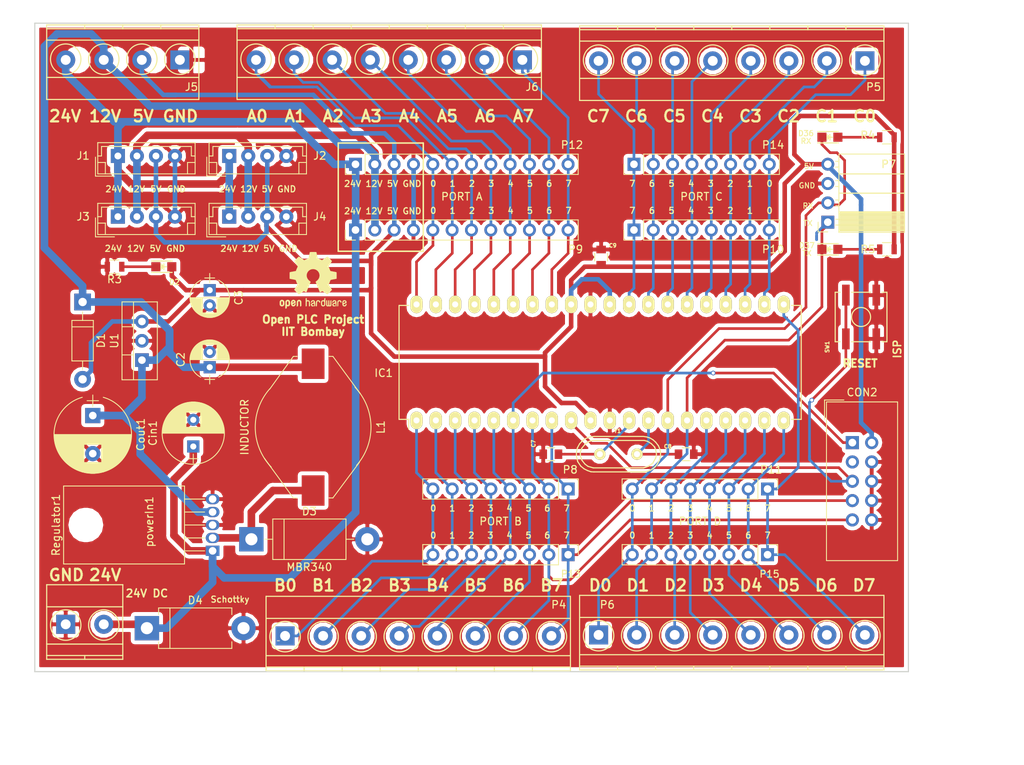
<source format=kicad_pcb>
(kicad_pcb (version 20171130) (host pcbnew 5.0.1)

  (general
    (thickness 1.6)
    (drawings 151)
    (tracks 526)
    (zones 0)
    (modules 43)
    (nets 45)
  )

  (page A4)
  (layers
    (0 F.Cu signal)
    (31 B.Cu signal)
    (32 B.Adhes user)
    (33 F.Adhes user hide)
    (34 B.Paste user)
    (35 F.Paste user)
    (36 B.SilkS user)
    (37 F.SilkS user)
    (38 B.Mask user)
    (39 F.Mask user)
    (40 Dwgs.User user)
    (41 Cmts.User user)
    (42 Eco1.User user)
    (43 Eco2.User user)
    (44 Edge.Cuts user)
    (45 Margin user)
    (46 B.CrtYd user)
    (47 F.CrtYd user)
    (48 B.Fab user)
    (49 F.Fab user hide)
  )

  (setup
    (last_trace_width 0.35)
    (trace_clearance 0.25)
    (zone_clearance 0.508)
    (zone_45_only no)
    (trace_min 0.25)
    (segment_width 0.2)
    (edge_width 0.15)
    (via_size 0.6)
    (via_drill 0.4)
    (via_min_size 0.4)
    (via_min_drill 0.3)
    (uvia_size 0.3)
    (uvia_drill 0.1)
    (uvias_allowed no)
    (uvia_min_size 0.2)
    (uvia_min_drill 0.1)
    (pcb_text_width 0.3)
    (pcb_text_size 1.5 1.5)
    (mod_edge_width 0.15)
    (mod_text_size 1 1)
    (mod_text_width 0.15)
    (pad_size 1.7272 2.032)
    (pad_drill 1.016)
    (pad_to_mask_clearance 0.2)
    (solder_mask_min_width 0.25)
    (aux_axis_origin 0 0)
    (visible_elements FFFFDF7F)
    (pcbplotparams
      (layerselection 0x0f0f0_ffffffff)
      (usegerberextensions false)
      (usegerberattributes false)
      (usegerberadvancedattributes false)
      (creategerberjobfile false)
      (excludeedgelayer true)
      (linewidth 0.100000)
      (plotframeref false)
      (viasonmask false)
      (mode 1)
      (useauxorigin false)
      (hpglpennumber 1)
      (hpglpenspeed 20)
      (hpglpendiameter 15.000000)
      (psnegative false)
      (psa4output false)
      (plotreference true)
      (plotvalue true)
      (plotinvisibletext false)
      (padsonsilk false)
      (subtractmaskfromsilk false)
      (outputformat 1)
      (mirror false)
      (drillshape 0)
      (scaleselection 1)
      (outputdirectory "Gerber_Files/jam 22/"))
  )

  (net 0 "")
  (net 1 12V)
  (net 2 GND)
  (net 3 5V)
  (net 4 "Net-(C7-Pad2)")
  (net 5 "Net-(C8-Pad2)")
  (net 6 /MOSI)
  (net 7 /RST)
  (net 8 /SCK)
  (net 9 /MISO)
  (net 10 "Net-(D2-Pad1)")
  (net 11 /RX)
  (net 12 /TX)
  (net 13 24V)
  (net 14 "Net-(D36-Pad2)")
  (net 15 "Net-(D37-Pad2)")
  (net 16 /B0)
  (net 17 /B1)
  (net 18 /B2)
  (net 19 /B3)
  (net 20 /B4)
  (net 21 /D2)
  (net 22 /D3)
  (net 23 /D4)
  (net 24 /D5)
  (net 25 /D6)
  (net 26 /D7)
  (net 27 /C0)
  (net 28 /C1)
  (net 29 /C2)
  (net 30 /C3)
  (net 31 /C4)
  (net 32 /C5)
  (net 33 /C6)
  (net 34 /C7)
  (net 35 /A7)
  (net 36 /A6)
  (net 37 /A5)
  (net 38 /A4)
  (net 39 /A3)
  (net 40 /A2)
  (net 41 /A1)
  (net 42 /A0)
  (net 43 "Net-(D3-Pad1)")
  (net 44 "Net-(CON2-Pad3)")

  (net_class Default "This is the default net class."
    (clearance 0.25)
    (trace_width 0.35)
    (via_dia 0.6)
    (via_drill 0.4)
    (uvia_dia 0.3)
    (uvia_drill 0.1)
    (add_net /A0)
    (add_net /A1)
    (add_net /A2)
    (add_net /A3)
    (add_net /A4)
    (add_net /A5)
    (add_net /A6)
    (add_net /A7)
    (add_net /B0)
    (add_net /B1)
    (add_net /B2)
    (add_net /B3)
    (add_net /B4)
    (add_net /C0)
    (add_net /C1)
    (add_net /C2)
    (add_net /C3)
    (add_net /C4)
    (add_net /C5)
    (add_net /C6)
    (add_net /C7)
    (add_net /D2)
    (add_net /D3)
    (add_net /D4)
    (add_net /D5)
    (add_net /D6)
    (add_net /D7)
    (add_net /MISO)
    (add_net /MOSI)
    (add_net /RST)
    (add_net /RX)
    (add_net /SCK)
    (add_net /TX)
    (add_net "Net-(C7-Pad2)")
    (add_net "Net-(C8-Pad2)")
    (add_net "Net-(CON2-Pad3)")
    (add_net "Net-(D2-Pad1)")
    (add_net "Net-(D3-Pad1)")
    (add_net "Net-(D36-Pad2)")
    (add_net "Net-(D37-Pad2)")
  )

  (net_class PWR ""
    (clearance 0.25)
    (trace_width 0.6)
    (via_dia 0.6)
    (via_drill 0.4)
    (uvia_dia 0.3)
    (uvia_drill 0.1)
    (add_net 5V)
    (add_net GND)
  )

  (net_class PWR_2 ""
    (clearance 0.25)
    (trace_width 1)
    (via_dia 1)
    (via_drill 0.6)
    (uvia_dia 0.3)
    (uvia_drill 0.1)
    (add_net 12V)
    (add_net 24V)
  )

  (module TerminalBlocks_Phoenix:TerminalBlock_Phoenix_MKDS1.5-8pol (layer F.Cu) (tedit 59FF0755) (tstamp 5C4ABCD3)
    (at 156.0265 44.704 180)
    (descr "8-way 5mm pitch terminal block, Phoenix MKDS series")
    (path /5C4AA7BC)
    (fp_text reference J6 (at -1.273976 -3.556 180) (layer F.SilkS)
      (effects (font (size 1 1) (thickness 0.15)))
    )
    (fp_text value Screw_Terminal_01x08 (at 17.5 -3.81 180) (layer F.Fab)
      (effects (font (size 1 1) (thickness 0.15)))
    )
    (fp_text user %R (at 17.5 0 180) (layer F.Fab)
      (effects (font (size 1 1) (thickness 0.15)))
    )
    (fp_line (start -2.7 4.8) (end -2.7 -5.4) (layer F.CrtYd) (width 0.05))
    (fp_line (start 37.7 4.8) (end -2.7 4.8) (layer F.CrtYd) (width 0.05))
    (fp_line (start 37.7 -5.4) (end 37.7 4.8) (layer F.CrtYd) (width 0.05))
    (fp_line (start -2.7 -5.4) (end 37.7 -5.4) (layer F.CrtYd) (width 0.05))
    (fp_line (start 32.5 4.1) (end 32.5 4.6) (layer F.SilkS) (width 0.15))
    (fp_line (start 27.5 4.1) (end 27.5 4.6) (layer F.SilkS) (width 0.15))
    (fp_line (start 22.5 4.1) (end 22.5 4.6) (layer F.SilkS) (width 0.15))
    (fp_line (start 17.5 4.1) (end 17.5 4.6) (layer F.SilkS) (width 0.15))
    (fp_line (start 12.5 4.1) (end 12.5 4.6) (layer F.SilkS) (width 0.15))
    (fp_line (start 7.5 4.1) (end 7.5 4.6) (layer F.SilkS) (width 0.15))
    (fp_line (start 2.5 4.1) (end 2.5 4.6) (layer F.SilkS) (width 0.15))
    (fp_line (start -2.5 2.6) (end 37.5 2.6) (layer F.SilkS) (width 0.15))
    (fp_line (start -2.5 -2.3) (end 37.5 -2.3) (layer F.SilkS) (width 0.15))
    (fp_line (start -2.5 4.1) (end 37.5 4.1) (layer F.SilkS) (width 0.15))
    (fp_line (start -2.5 4.6) (end 37.5 4.6) (layer F.SilkS) (width 0.15))
    (fp_line (start 37.5 4.6) (end 37.5 -5.2) (layer F.SilkS) (width 0.15))
    (fp_line (start 37.5 -5.2) (end -2.5 -5.2) (layer F.SilkS) (width 0.15))
    (fp_line (start -2.5 -5.2) (end -2.5 4.6) (layer F.SilkS) (width 0.15))
    (fp_circle (center 35 0.1) (end 33 0.1) (layer F.SilkS) (width 0.15))
    (fp_circle (center 30 0.1) (end 28 0.1) (layer F.SilkS) (width 0.15))
    (fp_circle (center 25 0.1) (end 23 0.1) (layer F.SilkS) (width 0.15))
    (fp_circle (center 20 0.1) (end 18 0.1) (layer F.SilkS) (width 0.15))
    (fp_circle (center 15 0.1) (end 13 0.1) (layer F.SilkS) (width 0.15))
    (fp_circle (center 10 0.1) (end 8 0.1) (layer F.SilkS) (width 0.15))
    (fp_circle (center 5 0.1) (end 3 0.1) (layer F.SilkS) (width 0.15))
    (fp_circle (center 0 0.1) (end 2 0.1) (layer F.SilkS) (width 0.15))
    (pad 8 thru_hole circle (at 35 0 180) (size 2.5 2.5) (drill 1.3) (layers *.Cu *.Mask)
      (net 42 /A0))
    (pad 7 thru_hole circle (at 30 0 180) (size 2.5 2.5) (drill 1.3) (layers *.Cu *.Mask)
      (net 41 /A1))
    (pad 6 thru_hole circle (at 25 0 180) (size 2.5 2.5) (drill 1.3) (layers *.Cu *.Mask)
      (net 40 /A2))
    (pad 5 thru_hole circle (at 20 0 180) (size 2.5 2.5) (drill 1.3) (layers *.Cu *.Mask)
      (net 39 /A3))
    (pad 4 thru_hole circle (at 15 0 180) (size 2.5 2.5) (drill 1.3) (layers *.Cu *.Mask)
      (net 38 /A4))
    (pad 3 thru_hole circle (at 10 0 180) (size 2.5 2.5) (drill 1.3) (layers *.Cu *.Mask)
      (net 37 /A5))
    (pad 1 thru_hole rect (at 0 0 180) (size 2.5 2.5) (drill 1.3) (layers *.Cu *.Mask)
      (net 35 /A7))
    (pad 2 thru_hole circle (at 5 0 180) (size 2.5 2.5) (drill 1.3) (layers *.Cu *.Mask)
      (net 36 /A6))
    (model ${KISYS3DMOD}/TerminalBlock_Phoenix.3dshapes/TerminalBlock_Phoenix_MKDS1.5-8pol.wrl
      (offset (xyz 17.4998377371788 0 0))
      (scale (xyz 1 1 1))
      (rotate (xyz 0 0 0))
    )
  )

  (module Housings_DIP:DIP-40_W15.24mm_LongPads (layer F.Cu) (tedit 5857A8C9) (tstamp 5C4BBD3B)
    (at 142.113 92.075 90)
    (descr "40-lead dip package, row spacing 15.24 mm (600 mils), longer pads")
    (tags "dil dip 2.54 600")
    (path /5805FD37)
    (fp_text reference IC1 (at 6.223 -4.318 180) (layer F.SilkS)
      (effects (font (size 1 1) (thickness 0.15)))
    )
    (fp_text value ATMEGA16-P (at 0 -3.72 90) (layer F.SilkS) hide
      (effects (font (size 1 1) (thickness 0.15)))
    )
    (fp_line (start -1.4 -2.45) (end -1.4 50.75) (layer F.CrtYd) (width 0.05))
    (fp_line (start 16.65 -2.45) (end 16.65 50.75) (layer F.CrtYd) (width 0.05))
    (fp_line (start -1.4 -2.45) (end 16.65 -2.45) (layer F.CrtYd) (width 0.05))
    (fp_line (start -1.4 50.75) (end 16.65 50.75) (layer F.CrtYd) (width 0.05))
    (fp_line (start 0.135 -2.295) (end 0.135 -1.025) (layer F.SilkS) (width 0.15))
    (fp_line (start 15.105 -2.295) (end 15.105 -1.025) (layer F.SilkS) (width 0.15))
    (fp_line (start 15.105 50.555) (end 15.105 49.285) (layer F.SilkS) (width 0.15))
    (fp_line (start 0.135 50.555) (end 0.135 49.285) (layer F.SilkS) (width 0.15))
    (fp_line (start 0.135 -2.295) (end 15.105 -2.295) (layer F.SilkS) (width 0.15))
    (fp_line (start 0.135 50.555) (end 15.105 50.555) (layer F.SilkS) (width 0.15))
    (fp_line (start 0.135 -1.025) (end -1.15 -1.025) (layer F.SilkS) (width 0.15))
    (pad 1 thru_hole oval (at 0 0 90) (size 2.3 1.6) (drill 0.8) (layers *.Cu *.Mask F.SilkS)
      (net 16 /B0))
    (pad 2 thru_hole oval (at 0 2.54 90) (size 2.3 1.6) (drill 0.8) (layers *.Cu *.Mask F.SilkS)
      (net 17 /B1))
    (pad 3 thru_hole oval (at 0 5.08 90) (size 2.3 1.6) (drill 0.8) (layers *.Cu *.Mask F.SilkS)
      (net 18 /B2))
    (pad 4 thru_hole oval (at 0 7.62 90) (size 2.3 1.6) (drill 0.8) (layers *.Cu *.Mask F.SilkS)
      (net 19 /B3))
    (pad 5 thru_hole oval (at 0 10.16 90) (size 2.3 1.6) (drill 0.8) (layers *.Cu *.Mask F.SilkS)
      (net 20 /B4))
    (pad 6 thru_hole oval (at 0 12.7 90) (size 2.3 1.6) (drill 0.8) (layers *.Cu *.Mask F.SilkS)
      (net 6 /MOSI))
    (pad 7 thru_hole oval (at 0 15.24 90) (size 2.3 1.6) (drill 0.8) (layers *.Cu *.Mask F.SilkS)
      (net 9 /MISO))
    (pad 8 thru_hole oval (at 0 17.78 90) (size 2.3 1.6) (drill 0.8) (layers *.Cu *.Mask F.SilkS)
      (net 8 /SCK))
    (pad 9 thru_hole oval (at 0 20.32 90) (size 2.3 1.6) (drill 0.8) (layers *.Cu *.Mask F.SilkS)
      (net 7 /RST))
    (pad 10 thru_hole oval (at 0 22.86 90) (size 2.3 1.6) (drill 0.8) (layers *.Cu *.Mask F.SilkS)
      (net 3 5V))
    (pad 11 thru_hole oval (at 0 25.4 90) (size 2.3 1.6) (drill 0.8) (layers *.Cu *.Mask F.SilkS)
      (net 2 GND))
    (pad 12 thru_hole oval (at 0 27.94 90) (size 2.3 1.6) (drill 0.8) (layers *.Cu *.Mask F.SilkS)
      (net 4 "Net-(C7-Pad2)"))
    (pad 13 thru_hole oval (at 0 30.48 90) (size 2.3 1.6) (drill 0.8) (layers *.Cu *.Mask F.SilkS)
      (net 5 "Net-(C8-Pad2)"))
    (pad 14 thru_hole oval (at 0 33.02 90) (size 2.3 1.6) (drill 0.8) (layers *.Cu *.Mask F.SilkS)
      (net 11 /RX))
    (pad 15 thru_hole oval (at 0 35.56 90) (size 2.3 1.6) (drill 0.8) (layers *.Cu *.Mask F.SilkS)
      (net 12 /TX))
    (pad 16 thru_hole oval (at 0 38.1 90) (size 2.3 1.6) (drill 0.8) (layers *.Cu *.Mask F.SilkS)
      (net 21 /D2))
    (pad 17 thru_hole oval (at 0 40.64 90) (size 2.3 1.6) (drill 0.8) (layers *.Cu *.Mask F.SilkS)
      (net 22 /D3))
    (pad 18 thru_hole oval (at 0 43.18 90) (size 2.3 1.6) (drill 0.8) (layers *.Cu *.Mask F.SilkS)
      (net 23 /D4))
    (pad 19 thru_hole oval (at 0 45.72 90) (size 2.3 1.6) (drill 0.8) (layers *.Cu *.Mask F.SilkS)
      (net 24 /D5))
    (pad 20 thru_hole oval (at 0 48.26 90) (size 2.3 1.6) (drill 0.8) (layers *.Cu *.Mask F.SilkS)
      (net 25 /D6))
    (pad 21 thru_hole oval (at 15.24 48.26 90) (size 2.3 1.6) (drill 0.8) (layers *.Cu *.Mask F.SilkS)
      (net 26 /D7))
    (pad 22 thru_hole oval (at 15.24 45.72 90) (size 2.3 1.6) (drill 0.8) (layers *.Cu *.Mask F.SilkS)
      (net 27 /C0))
    (pad 23 thru_hole oval (at 15.24 43.18 90) (size 2.3 1.6) (drill 0.8) (layers *.Cu *.Mask F.SilkS)
      (net 28 /C1))
    (pad 24 thru_hole oval (at 15.24 40.64 90) (size 2.3 1.6) (drill 0.8) (layers *.Cu *.Mask F.SilkS)
      (net 29 /C2))
    (pad 25 thru_hole oval (at 15.24 38.1 90) (size 2.3 1.6) (drill 0.8) (layers *.Cu *.Mask F.SilkS)
      (net 30 /C3))
    (pad 26 thru_hole oval (at 15.24 35.56 90) (size 2.3 1.6) (drill 0.8) (layers *.Cu *.Mask F.SilkS)
      (net 31 /C4))
    (pad 27 thru_hole oval (at 15.24 33.02 90) (size 2.3 1.6) (drill 0.8) (layers *.Cu *.Mask F.SilkS)
      (net 32 /C5))
    (pad 28 thru_hole oval (at 15.24 30.48 90) (size 2.3 1.6) (drill 0.8) (layers *.Cu *.Mask F.SilkS)
      (net 33 /C6))
    (pad 29 thru_hole oval (at 15.24 27.94 90) (size 2.3 1.6) (drill 0.8) (layers *.Cu *.Mask F.SilkS)
      (net 34 /C7))
    (pad 30 thru_hole oval (at 15.24 25.4 90) (size 2.3 1.6) (drill 0.8) (layers *.Cu *.Mask F.SilkS)
      (net 3 5V))
    (pad 31 thru_hole oval (at 15.24 22.86 90) (size 2.3 1.6) (drill 0.8) (layers *.Cu *.Mask F.SilkS)
      (net 2 GND))
    (pad 32 thru_hole oval (at 15.24 20.32 90) (size 2.3 1.6) (drill 0.8) (layers *.Cu *.Mask F.SilkS)
      (net 3 5V))
    (pad 33 thru_hole oval (at 15.24 17.78 90) (size 2.3 1.6) (drill 0.8) (layers *.Cu *.Mask F.SilkS)
      (net 35 /A7))
    (pad 34 thru_hole oval (at 15.24 15.24 90) (size 2.3 1.6) (drill 0.8) (layers *.Cu *.Mask F.SilkS)
      (net 36 /A6))
    (pad 35 thru_hole oval (at 15.24 12.7 90) (size 2.3 1.6) (drill 0.8) (layers *.Cu *.Mask F.SilkS)
      (net 37 /A5))
    (pad 36 thru_hole oval (at 15.24 10.16 90) (size 2.3 1.6) (drill 0.8) (layers *.Cu *.Mask F.SilkS)
      (net 38 /A4))
    (pad 37 thru_hole oval (at 15.24 7.62 90) (size 2.3 1.6) (drill 0.8) (layers *.Cu *.Mask F.SilkS)
      (net 39 /A3))
    (pad 38 thru_hole oval (at 15.24 5.08 90) (size 2.3 1.6) (drill 0.8) (layers *.Cu *.Mask F.SilkS)
      (net 40 /A2))
    (pad 39 thru_hole oval (at 15.24 2.54 90) (size 2.3 1.6) (drill 0.8) (layers *.Cu *.Mask F.SilkS)
      (net 41 /A1))
    (pad 40 thru_hole oval (at 15.24 0 90) (size 2.3 1.6) (drill 0.8) (layers *.Cu *.Mask F.SilkS)
      (net 42 /A0))
    (model Housings_DIP.3dshapes/DIP-40_W15.24mm_LongPads.wrl
      (at (xyz 0 0 0))
      (scale (xyz 1 1 1))
      (rotate (xyz 0 0 0))
    )
  )

  (module IDC:IDC-Header_2x05_Pitch2.54mm_Straight (layer F.Cu) (tedit 59DE0611) (tstamp 5BEE844D)
    (at 199.39 94.996)
    (descr "10 pins through hole IDC header")
    (tags "IDC header socket VASCH")
    (path /5818465B)
    (fp_text reference CON2 (at 1.27 -6.604) (layer F.SilkS)
      (effects (font (size 1 1) (thickness 0.15)))
    )
    (fp_text value AVR-ISP-10 (at 1.27 16.764) (layer F.Fab)
      (effects (font (size 1 1) (thickness 0.15)))
    )
    (fp_text user %R (at 1.27 5.08) (layer F.Fab)
      (effects (font (size 1 1) (thickness 0.15)))
    )
    (fp_line (start 5.695 -5.1) (end 5.695 15.26) (layer F.Fab) (width 0.1))
    (fp_line (start 5.145 -4.56) (end 5.145 14.7) (layer F.Fab) (width 0.1))
    (fp_line (start -3.155 -5.1) (end -3.155 15.26) (layer F.Fab) (width 0.1))
    (fp_line (start -2.605 -4.56) (end -2.605 2.83) (layer F.Fab) (width 0.1))
    (fp_line (start -2.605 7.33) (end -2.605 14.7) (layer F.Fab) (width 0.1))
    (fp_line (start -2.605 2.83) (end -3.155 2.83) (layer F.Fab) (width 0.1))
    (fp_line (start -2.605 7.33) (end -3.155 7.33) (layer F.Fab) (width 0.1))
    (fp_line (start 5.695 -5.1) (end -3.155 -5.1) (layer F.Fab) (width 0.1))
    (fp_line (start 5.145 -4.56) (end -2.605 -4.56) (layer F.Fab) (width 0.1))
    (fp_line (start 5.695 15.26) (end -3.155 15.26) (layer F.Fab) (width 0.1))
    (fp_line (start 5.145 14.7) (end -2.605 14.7) (layer F.Fab) (width 0.1))
    (fp_line (start 5.695 -5.1) (end 5.145 -4.56) (layer F.Fab) (width 0.1))
    (fp_line (start 5.695 15.26) (end 5.145 14.7) (layer F.Fab) (width 0.1))
    (fp_line (start -3.155 -5.1) (end -2.605 -4.56) (layer F.Fab) (width 0.1))
    (fp_line (start -3.155 15.26) (end -2.605 14.7) (layer F.Fab) (width 0.1))
    (fp_line (start 6.2 -5.85) (end 6.2 15.76) (layer F.CrtYd) (width 0.05))
    (fp_line (start 6.2 15.76) (end -3.91 15.76) (layer F.CrtYd) (width 0.05))
    (fp_line (start -3.91 15.76) (end -3.91 -5.85) (layer F.CrtYd) (width 0.05))
    (fp_line (start -3.91 -5.85) (end 6.2 -5.85) (layer F.CrtYd) (width 0.05))
    (fp_line (start 5.945 -5.35) (end 5.945 15.51) (layer F.SilkS) (width 0.12))
    (fp_line (start 5.945 15.51) (end -3.405 15.51) (layer F.SilkS) (width 0.12))
    (fp_line (start -3.405 15.51) (end -3.405 -5.35) (layer F.SilkS) (width 0.12))
    (fp_line (start -3.405 -5.35) (end 5.945 -5.35) (layer F.SilkS) (width 0.12))
    (fp_line (start -3.655 -5.6) (end -3.655 -3.06) (layer F.SilkS) (width 0.12))
    (fp_line (start -3.655 -5.6) (end -1.115 -5.6) (layer F.SilkS) (width 0.12))
    (pad 1 thru_hole rect (at 0 0) (size 1.7272 1.7272) (drill 1.016) (layers *.Cu *.Mask)
      (net 6 /MOSI))
    (pad 2 thru_hole oval (at 2.54 0) (size 1.7272 1.7272) (drill 1.016) (layers *.Cu *.Mask)
      (net 3 5V))
    (pad 3 thru_hole oval (at 0 2.54) (size 1.7272 1.7272) (drill 1.016) (layers *.Cu *.Mask)
      (net 44 "Net-(CON2-Pad3)"))
    (pad 4 thru_hole oval (at 2.54 2.54) (size 1.7272 1.7272) (drill 1.016) (layers *.Cu *.Mask)
      (net 2 GND))
    (pad 5 thru_hole oval (at 0 5.08) (size 1.7272 1.7272) (drill 1.016) (layers *.Cu *.Mask)
      (net 7 /RST))
    (pad 6 thru_hole oval (at 2.54 5.08) (size 1.7272 1.7272) (drill 1.016) (layers *.Cu *.Mask)
      (net 2 GND))
    (pad 7 thru_hole oval (at 0 7.62) (size 1.7272 1.7272) (drill 1.016) (layers *.Cu *.Mask)
      (net 8 /SCK))
    (pad 8 thru_hole oval (at 2.54 7.62) (size 1.7272 1.7272) (drill 1.016) (layers *.Cu *.Mask)
      (net 2 GND))
    (pad 9 thru_hole oval (at 0 10.16) (size 1.7272 1.7272) (drill 1.016) (layers *.Cu *.Mask)
      (net 9 /MISO))
    (pad 10 thru_hole oval (at 2.54 10.16) (size 1.7272 1.7272) (drill 1.016) (layers *.Cu *.Mask)
      (net 2 GND))
    (model ${KISYS3DMOD}/Connectors_IDC.3dshapes/IDC-Header_2x05_Pitch2.54mm_Straight.wrl
      (at (xyz 0 0 0))
      (scale (xyz 1 1 1))
      (rotate (xyz 0 0 0))
    )
  )

  (module Socket_Strips:Socket_Strip_Straight_1x08_Pitch2.54mm (layer F.Cu) (tedit 5C49950D) (tstamp 5C4AD566)
    (at 188.24543 101.092 270)
    (descr "Through hole straight socket strip, 1x08, 2.54mm pitch, single row")
    (tags "Through hole socket strip THT 1x08 2.54mm single row")
    (path /58495B13)
    (fp_text reference P11 (at -2.54 -0.47657) (layer F.SilkS)
      (effects (font (size 1 1) (thickness 0.15)))
    )
    (fp_text value PortD_B (at -2.54 4.60343) (layer F.Fab)
      (effects (font (size 1 1) (thickness 0.15)))
    )
    (fp_text user %R (at 0.108 8.988) (layer F.Fab)
      (effects (font (size 1 1) (thickness 0.15)))
    )
    (fp_line (start 1.8 -1.8) (end -1.8 -1.8) (layer F.CrtYd) (width 0.05))
    (fp_line (start 1.8 19.55) (end 1.8 -1.8) (layer F.CrtYd) (width 0.05))
    (fp_line (start -1.8 19.55) (end 1.8 19.55) (layer F.CrtYd) (width 0.05))
    (fp_line (start -1.8 -1.8) (end -1.8 19.55) (layer F.CrtYd) (width 0.05))
    (fp_line (start -1.33 -1.33) (end 0 -1.33) (layer F.SilkS) (width 0.12))
    (fp_line (start -1.33 0) (end -1.33 -1.33) (layer F.SilkS) (width 0.12))
    (fp_line (start 1.33 1.27) (end -1.33 1.27) (layer F.SilkS) (width 0.12))
    (fp_line (start 1.33 19.11) (end 1.33 1.27) (layer F.SilkS) (width 0.12))
    (fp_line (start -1.33 19.11) (end 1.33 19.11) (layer F.SilkS) (width 0.12))
    (fp_line (start -1.33 1.27) (end -1.33 19.11) (layer F.SilkS) (width 0.12))
    (fp_line (start 1.27 -1.27) (end -1.27 -1.27) (layer F.Fab) (width 0.1))
    (fp_line (start 1.27 19.05) (end 1.27 -1.27) (layer F.Fab) (width 0.1))
    (fp_line (start -1.27 19.05) (end 1.27 19.05) (layer F.Fab) (width 0.1))
    (fp_line (start -1.27 -1.27) (end -1.27 19.05) (layer F.Fab) (width 0.1))
    (pad 8 thru_hole oval (at 0 17.78 270) (size 1.7 1.7) (drill 1) (layers *.Cu *.Mask)
      (net 11 /RX))
    (pad 7 thru_hole oval (at 0 15.24 270) (size 1.7 1.7) (drill 1) (layers *.Cu *.Mask)
      (net 12 /TX))
    (pad 6 thru_hole oval (at 0 12.7 270) (size 1.7 1.7) (drill 1) (layers *.Cu *.Mask)
      (net 21 /D2))
    (pad 5 thru_hole oval (at 0 10.16 270) (size 1.7 1.7) (drill 1) (layers *.Cu *.Mask)
      (net 22 /D3))
    (pad 4 thru_hole oval (at 0 7.62 270) (size 1.7 1.7) (drill 1) (layers *.Cu *.Mask)
      (net 23 /D4))
    (pad 3 thru_hole oval (at 0 5.08 270) (size 1.7 1.7) (drill 1) (layers *.Cu *.Mask)
      (net 24 /D5))
    (pad 2 thru_hole oval (at 0 2.54 270) (size 1.7 1.7) (drill 1) (layers *.Cu *.Mask)
      (net 25 /D6))
    (pad 1 thru_hole rect (at 0 0 270) (size 1.7 1.7) (drill 1) (layers *.Cu *.Mask)
      (net 26 /D7))
    (model ${KISYS3DMOD}/Socket_Strips.3dshapes/Socket_Strip_Straight_1x08_Pitch2.54mm.wrl
      (offset (xyz 0 -8.889999866485596 0))
      (scale (xyz 1 1 1))
      (rotate (xyz 0 0 270))
    )
  )

  (module TerminalBlocks_Phoenix:TerminalBlock_Phoenix_MKDS1.5-4pol (layer F.Cu) (tedit 59FF0755) (tstamp 5C4B0695)
    (at 111.012 44.704 180)
    (descr "4-way 5mm pitch terminal block, Phoenix MKDS series")
    (path /5C4AA534)
    (fp_text reference J5 (at -1.524 -3.556 180) (layer F.SilkS)
      (effects (font (size 1 1) (thickness 0.15)))
    )
    (fp_text value Screw_Terminal_01x04 (at 7.62 -4.064 180) (layer F.Fab)
      (effects (font (size 1 1) (thickness 0.15)))
    )
    (fp_text user %R (at 7.5 0 180) (layer F.Fab)
      (effects (font (size 1 1) (thickness 0.15)))
    )
    (fp_line (start -2.7 -5.4) (end 17.7 -5.4) (layer F.CrtYd) (width 0.05))
    (fp_line (start -2.7 4.8) (end -2.7 -5.4) (layer F.CrtYd) (width 0.05))
    (fp_line (start 17.7 4.8) (end -2.7 4.8) (layer F.CrtYd) (width 0.05))
    (fp_line (start 17.7 -5.4) (end 17.7 4.8) (layer F.CrtYd) (width 0.05))
    (fp_line (start 12.5 4.1) (end 12.5 4.6) (layer F.SilkS) (width 0.15))
    (fp_line (start 7.5 4.1) (end 7.5 4.6) (layer F.SilkS) (width 0.15))
    (fp_line (start 2.5 4.1) (end 2.5 4.6) (layer F.SilkS) (width 0.15))
    (fp_line (start -2.5 2.6) (end 17.5 2.6) (layer F.SilkS) (width 0.15))
    (fp_line (start -2.5 -2.3) (end 17.5 -2.3) (layer F.SilkS) (width 0.15))
    (fp_line (start -2.5 4.1) (end 17.5 4.1) (layer F.SilkS) (width 0.15))
    (fp_line (start -2.5 4.6) (end 17.5 4.6) (layer F.SilkS) (width 0.15))
    (fp_line (start 17.5 4.6) (end 17.5 -5.2) (layer F.SilkS) (width 0.15))
    (fp_line (start 17.5 -5.2) (end -2.5 -5.2) (layer F.SilkS) (width 0.15))
    (fp_line (start -2.5 -5.2) (end -2.5 4.6) (layer F.SilkS) (width 0.15))
    (fp_circle (center 15 0.1) (end 13 0.1) (layer F.SilkS) (width 0.15))
    (fp_circle (center 10 0.1) (end 8 0.1) (layer F.SilkS) (width 0.15))
    (fp_circle (center 5 0.1) (end 3 0.1) (layer F.SilkS) (width 0.15))
    (fp_circle (center 0 0.1) (end 2 0.1) (layer F.SilkS) (width 0.15))
    (pad 4 thru_hole circle (at 15 0 180) (size 2.5 2.5) (drill 1.3) (layers *.Cu *.Mask)
      (net 13 24V))
    (pad 3 thru_hole circle (at 10 0 180) (size 2.5 2.5) (drill 1.3) (layers *.Cu *.Mask)
      (net 1 12V))
    (pad 1 thru_hole rect (at 0 0 180) (size 2.5 2.5) (drill 1.3) (layers *.Cu *.Mask)
      (net 2 GND))
    (pad 2 thru_hole circle (at 5 0 180) (size 2.5 2.5) (drill 1.3) (layers *.Cu *.Mask)
      (net 3 5V))
    (model ${KISYS3DMOD}/TerminalBlock_Phoenix.3dshapes/TerminalBlock_Phoenix_MKDS1.5-4pol.wrl
      (offset (xyz 7.50061988735199 0 0))
      (scale (xyz 1 1 1))
      (rotate (xyz 0 0 0))
    )
  )

  (module Crystals:Crystal_HC49-U_Vertical (layer F.Cu) (tedit 584A50B4) (tstamp 5832CBF0)
    (at 168.64584 96.51492)
    (descr "Crystal Quarz HC49/U vertical stehend")
    (tags "Crystal Quarz HC49/U vertical stehend")
    (path /5811A869)
    (fp_text reference Y1 (at -0.127 -3.048) (layer F.SilkS)
      (effects (font (size 0.5 0.5) (thickness 0.125)))
    )
    (fp_text value 16Mhz (at 0 3.81) (layer F.Fab) hide
      (effects (font (size 1 1) (thickness 0.15)))
    )
    (fp_line (start 4.699 -1.00076) (end 4.89966 -0.59944) (layer F.SilkS) (width 0.15))
    (fp_line (start 4.89966 -0.59944) (end 5.00126 0) (layer F.SilkS) (width 0.15))
    (fp_line (start 5.00126 0) (end 4.89966 0.50038) (layer F.SilkS) (width 0.15))
    (fp_line (start 4.89966 0.50038) (end 4.50088 1.19888) (layer F.SilkS) (width 0.15))
    (fp_line (start 4.50088 1.19888) (end 3.8989 1.6002) (layer F.SilkS) (width 0.15))
    (fp_line (start 3.8989 1.6002) (end 3.29946 1.80086) (layer F.SilkS) (width 0.15))
    (fp_line (start 3.29946 1.80086) (end -3.29946 1.80086) (layer F.SilkS) (width 0.15))
    (fp_line (start -3.29946 1.80086) (end -4.0005 1.6002) (layer F.SilkS) (width 0.15))
    (fp_line (start -4.0005 1.6002) (end -4.39928 1.30048) (layer F.SilkS) (width 0.15))
    (fp_line (start -4.39928 1.30048) (end -4.8006 0.8001) (layer F.SilkS) (width 0.15))
    (fp_line (start -4.8006 0.8001) (end -5.00126 0.20066) (layer F.SilkS) (width 0.15))
    (fp_line (start -5.00126 0.20066) (end -5.00126 -0.29972) (layer F.SilkS) (width 0.15))
    (fp_line (start -5.00126 -0.29972) (end -4.8006 -0.8001) (layer F.SilkS) (width 0.15))
    (fp_line (start -4.8006 -0.8001) (end -4.30022 -1.39954) (layer F.SilkS) (width 0.15))
    (fp_line (start -4.30022 -1.39954) (end -3.79984 -1.69926) (layer F.SilkS) (width 0.15))
    (fp_line (start -3.79984 -1.69926) (end -3.29946 -1.80086) (layer F.SilkS) (width 0.15))
    (fp_line (start -3.2004 -1.80086) (end 3.40106 -1.80086) (layer F.SilkS) (width 0.15))
    (fp_line (start 3.40106 -1.80086) (end 3.79984 -1.69926) (layer F.SilkS) (width 0.15))
    (fp_line (start 3.79984 -1.69926) (end 4.30022 -1.39954) (layer F.SilkS) (width 0.15))
    (fp_line (start 4.30022 -1.39954) (end 4.8006 -0.89916) (layer F.SilkS) (width 0.15))
    (fp_line (start -3.19024 -2.32918) (end -3.64998 -2.28092) (layer F.SilkS) (width 0.15))
    (fp_line (start -3.64998 -2.28092) (end -4.04876 -2.16916) (layer F.SilkS) (width 0.15))
    (fp_line (start -4.04876 -2.16916) (end -4.48056 -1.95072) (layer F.SilkS) (width 0.15))
    (fp_line (start -4.48056 -1.95072) (end -4.77012 -1.71958) (layer F.SilkS) (width 0.15))
    (fp_line (start -4.77012 -1.71958) (end -5.10032 -1.36906) (layer F.SilkS) (width 0.15))
    (fp_line (start -5.10032 -1.36906) (end -5.38988 -0.83058) (layer F.SilkS) (width 0.15))
    (fp_line (start -5.38988 -0.83058) (end -5.51942 -0.23114) (layer F.SilkS) (width 0.15))
    (fp_line (start -5.51942 -0.23114) (end -5.51942 0.2794) (layer F.SilkS) (width 0.15))
    (fp_line (start -5.51942 0.2794) (end -5.34924 0.98044) (layer F.SilkS) (width 0.15))
    (fp_line (start -5.34924 0.98044) (end -4.95046 1.56972) (layer F.SilkS) (width 0.15))
    (fp_line (start -4.95046 1.56972) (end -4.49072 1.94056) (layer F.SilkS) (width 0.15))
    (fp_line (start -4.49072 1.94056) (end -4.06908 2.14884) (layer F.SilkS) (width 0.15))
    (fp_line (start -4.06908 2.14884) (end -3.6195 2.30886) (layer F.SilkS) (width 0.15))
    (fp_line (start -3.6195 2.30886) (end -3.18008 2.33934) (layer F.SilkS) (width 0.15))
    (fp_line (start 4.16052 2.1209) (end 4.53898 1.89992) (layer F.SilkS) (width 0.15))
    (fp_line (start 4.53898 1.89992) (end 4.85902 1.62052) (layer F.SilkS) (width 0.15))
    (fp_line (start 4.85902 1.62052) (end 5.11048 1.29032) (layer F.SilkS) (width 0.15))
    (fp_line (start 5.11048 1.29032) (end 5.4102 0.73914) (layer F.SilkS) (width 0.15))
    (fp_line (start 5.4102 0.73914) (end 5.51942 0.26924) (layer F.SilkS) (width 0.15))
    (fp_line (start 5.51942 0.26924) (end 5.53974 -0.1905) (layer F.SilkS) (width 0.15))
    (fp_line (start 5.53974 -0.1905) (end 5.45084 -0.65024) (layer F.SilkS) (width 0.15))
    (fp_line (start 5.45084 -0.65024) (end 5.26034 -1.09982) (layer F.SilkS) (width 0.15))
    (fp_line (start 5.26034 -1.09982) (end 4.89966 -1.56972) (layer F.SilkS) (width 0.15))
    (fp_line (start 4.89966 -1.56972) (end 4.54914 -1.88976) (layer F.SilkS) (width 0.15))
    (fp_line (start 4.54914 -1.88976) (end 4.16052 -2.1209) (layer F.SilkS) (width 0.15))
    (fp_line (start 4.16052 -2.1209) (end 3.73126 -2.2606) (layer F.SilkS) (width 0.15))
    (fp_line (start 3.73126 -2.2606) (end 3.2893 -2.32918) (layer F.SilkS) (width 0.15))
    (fp_line (start -3.2004 2.32918) (end 3.2512 2.32918) (layer F.SilkS) (width 0.15))
    (fp_line (start 3.2512 2.32918) (end 3.6703 2.29108) (layer F.SilkS) (width 0.15))
    (fp_line (start 3.6703 2.29108) (end 4.16052 2.1209) (layer F.SilkS) (width 0.15))
    (fp_line (start -3.2004 -2.32918) (end 3.2512 -2.32918) (layer F.SilkS) (width 0.15))
    (pad 1 thru_hole circle (at -2.44094 0) (size 1.50114 1.50114) (drill 0.8001) (layers *.Cu *.Mask F.SilkS)
      (net 4 "Net-(C7-Pad2)"))
    (pad 2 thru_hole circle (at 2.44094 0) (size 1.50114 1.50114) (drill 0.8001) (layers *.Cu *.Mask F.SilkS)
      (net 5 "Net-(C8-Pad2)"))
  )

  (module TerminalBlocks_Phoenix:TerminalBlock_Phoenix_MKDS1.5-8pol (layer F.Cu) (tedit 59FF0755) (tstamp 5C45A52D)
    (at 201.041 44.831 180)
    (descr "8-way 5mm pitch terminal block, Phoenix MKDS series")
    (path /5835E69C)
    (fp_text reference P5 (at -1.143 -3.429 180) (layer F.SilkS)
      (effects (font (size 1 1) (thickness 0.15)))
    )
    (fp_text value PortC (at 17.5 -3.769 180) (layer F.Fab)
      (effects (font (size 1 1) (thickness 0.15)))
    )
    (fp_text user %R (at 17.5 0 180) (layer F.Fab)
      (effects (font (size 1 1) (thickness 0.15)))
    )
    (fp_line (start -2.7 4.8) (end -2.7 -5.4) (layer F.CrtYd) (width 0.05))
    (fp_line (start 37.7 4.8) (end -2.7 4.8) (layer F.CrtYd) (width 0.05))
    (fp_line (start 37.7 -5.4) (end 37.7 4.8) (layer F.CrtYd) (width 0.05))
    (fp_line (start -2.7 -5.4) (end 37.7 -5.4) (layer F.CrtYd) (width 0.05))
    (fp_line (start 32.5 4.1) (end 32.5 4.6) (layer F.SilkS) (width 0.15))
    (fp_line (start 27.5 4.1) (end 27.5 4.6) (layer F.SilkS) (width 0.15))
    (fp_line (start 22.5 4.1) (end 22.5 4.6) (layer F.SilkS) (width 0.15))
    (fp_line (start 17.5 4.1) (end 17.5 4.6) (layer F.SilkS) (width 0.15))
    (fp_line (start 12.5 4.1) (end 12.5 4.6) (layer F.SilkS) (width 0.15))
    (fp_line (start 7.5 4.1) (end 7.5 4.6) (layer F.SilkS) (width 0.15))
    (fp_line (start 2.5 4.1) (end 2.5 4.6) (layer F.SilkS) (width 0.15))
    (fp_line (start -2.5 2.6) (end 37.5 2.6) (layer F.SilkS) (width 0.15))
    (fp_line (start -2.5 -2.3) (end 37.5 -2.3) (layer F.SilkS) (width 0.15))
    (fp_line (start -2.5 4.1) (end 37.5 4.1) (layer F.SilkS) (width 0.15))
    (fp_line (start -2.5 4.6) (end 37.5 4.6) (layer F.SilkS) (width 0.15))
    (fp_line (start 37.5 4.6) (end 37.5 -5.2) (layer F.SilkS) (width 0.15))
    (fp_line (start 37.5 -5.2) (end -2.5 -5.2) (layer F.SilkS) (width 0.15))
    (fp_line (start -2.5 -5.2) (end -2.5 4.6) (layer F.SilkS) (width 0.15))
    (fp_circle (center 35 0.1) (end 33 0.1) (layer F.SilkS) (width 0.15))
    (fp_circle (center 30 0.1) (end 28 0.1) (layer F.SilkS) (width 0.15))
    (fp_circle (center 25 0.1) (end 23 0.1) (layer F.SilkS) (width 0.15))
    (fp_circle (center 20 0.1) (end 18 0.1) (layer F.SilkS) (width 0.15))
    (fp_circle (center 15 0.1) (end 13 0.1) (layer F.SilkS) (width 0.15))
    (fp_circle (center 10 0.1) (end 8 0.1) (layer F.SilkS) (width 0.15))
    (fp_circle (center 5 0.1) (end 3 0.1) (layer F.SilkS) (width 0.15))
    (fp_circle (center 0 0.1) (end 2 0.1) (layer F.SilkS) (width 0.15))
    (pad 8 thru_hole circle (at 35 0 180) (size 2.5 2.5) (drill 1.3) (layers *.Cu *.Mask)
      (net 34 /C7))
    (pad 7 thru_hole circle (at 30 0 180) (size 2.5 2.5) (drill 1.3) (layers *.Cu *.Mask)
      (net 33 /C6))
    (pad 6 thru_hole circle (at 25 0 180) (size 2.5 2.5) (drill 1.3) (layers *.Cu *.Mask)
      (net 32 /C5))
    (pad 5 thru_hole circle (at 20 0 180) (size 2.5 2.5) (drill 1.3) (layers *.Cu *.Mask)
      (net 31 /C4))
    (pad 4 thru_hole circle (at 15 0 180) (size 2.5 2.5) (drill 1.3) (layers *.Cu *.Mask)
      (net 30 /C3))
    (pad 3 thru_hole circle (at 10 0 180) (size 2.5 2.5) (drill 1.3) (layers *.Cu *.Mask)
      (net 29 /C2))
    (pad 1 thru_hole rect (at 0 0 180) (size 2.5 2.5) (drill 1.3) (layers *.Cu *.Mask)
      (net 27 /C0))
    (pad 2 thru_hole circle (at 5 0 180) (size 2.5 2.5) (drill 1.3) (layers *.Cu *.Mask)
      (net 28 /C1))
    (model ${KISYS3DMOD}/TerminalBlock_Phoenix.3dshapes/TerminalBlock_Phoenix_MKDS1.5-8pol.wrl
      (offset (xyz 17.4998377371788 0 0))
      (scale (xyz 1 1 1))
      (rotate (xyz 0 0 0))
    )
  )

  (module LEDs:LED_0805 (layer F.Cu) (tedit 5862308C) (tstamp 5C497CB2)
    (at 196.43642 69.596)
    (descr "LED 0805 smd package")
    (tags "LED 0805 SMD")
    (path /5862A365)
    (attr smd)
    (fp_text reference D37 (at -3.018 -0.508) (layer F.SilkS)
      (effects (font (size 0.7 0.7) (thickness 0.125)))
    )
    (fp_text value TX (at -3.018 0.508) (layer F.SilkS)
      (effects (font (size 0.7 0.7) (thickness 0.125)))
    )
    (fp_line (start -0.4 -0.3) (end -0.4 0.3) (layer F.Fab) (width 0.15))
    (fp_line (start -0.3 0) (end 0 -0.3) (layer F.Fab) (width 0.15))
    (fp_line (start 0 0.3) (end -0.3 0) (layer F.Fab) (width 0.15))
    (fp_line (start 0 -0.3) (end 0 0.3) (layer F.Fab) (width 0.15))
    (fp_line (start 1 -0.6) (end -1 -0.6) (layer F.Fab) (width 0.15))
    (fp_line (start 1 0.6) (end 1 -0.6) (layer F.Fab) (width 0.15))
    (fp_line (start -1 0.6) (end 1 0.6) (layer F.Fab) (width 0.15))
    (fp_line (start -1 -0.6) (end -1 0.6) (layer F.Fab) (width 0.15))
    (fp_line (start -1.6 0.75) (end 1.1 0.75) (layer F.SilkS) (width 0.15))
    (fp_line (start -1.6 -0.75) (end 1.1 -0.75) (layer F.SilkS) (width 0.15))
    (fp_line (start -0.1 0.15) (end -0.1 -0.1) (layer F.SilkS) (width 0.15))
    (fp_line (start -0.1 -0.1) (end -0.25 0.05) (layer F.SilkS) (width 0.15))
    (fp_line (start -0.35 -0.35) (end -0.35 0.35) (layer F.SilkS) (width 0.15))
    (fp_line (start 0 0) (end 0.35 0) (layer F.SilkS) (width 0.15))
    (fp_line (start -0.35 0) (end 0 -0.35) (layer F.SilkS) (width 0.15))
    (fp_line (start 0 -0.35) (end 0 0.35) (layer F.SilkS) (width 0.15))
    (fp_line (start 0 0.35) (end -0.35 0) (layer F.SilkS) (width 0.15))
    (fp_line (start 1.9 -0.95) (end 1.9 0.95) (layer F.CrtYd) (width 0.05))
    (fp_line (start 1.9 0.95) (end -1.9 0.95) (layer F.CrtYd) (width 0.05))
    (fp_line (start -1.9 0.95) (end -1.9 -0.95) (layer F.CrtYd) (width 0.05))
    (fp_line (start -1.9 -0.95) (end 1.9 -0.95) (layer F.CrtYd) (width 0.05))
    (pad 2 smd rect (at 1.04902 0 180) (size 1.19888 1.19888) (layers F.Cu F.Paste F.Mask)
      (net 15 "Net-(D37-Pad2)"))
    (pad 1 smd rect (at -1.04902 0 180) (size 1.19888 1.19888) (layers F.Cu F.Paste F.Mask)
      (net 12 /TX))
    (model LEDs.3dshapes/LED_0805.wrl
      (at (xyz 0 0 0))
      (scale (xyz 1 1 1))
      (rotate (xyz 0 0 0))
    )
  )

  (module TerminalBlocks_Phoenix:TerminalBlock_Phoenix_MKDS1.5-8pol (layer F.Cu) (tedit 59FF0755) (tstamp 5C499033)
    (at 166.041 120.269)
    (descr "8-way 5mm pitch terminal block, Phoenix MKDS series")
    (path /58371543)
    (fp_text reference P6 (at 1.143 -3.969) (layer F.SilkS)
      (effects (font (size 1 1) (thickness 0.15)))
    )
    (fp_text value PortD (at 17.521 -3.839) (layer F.Fab)
      (effects (font (size 1 1) (thickness 0.15)))
    )
    (fp_circle (center 0 0.1) (end 2 0.1) (layer F.SilkS) (width 0.15))
    (fp_circle (center 5 0.1) (end 3 0.1) (layer F.SilkS) (width 0.15))
    (fp_circle (center 10 0.1) (end 8 0.1) (layer F.SilkS) (width 0.15))
    (fp_circle (center 15 0.1) (end 13 0.1) (layer F.SilkS) (width 0.15))
    (fp_circle (center 20 0.1) (end 18 0.1) (layer F.SilkS) (width 0.15))
    (fp_circle (center 25 0.1) (end 23 0.1) (layer F.SilkS) (width 0.15))
    (fp_circle (center 30 0.1) (end 28 0.1) (layer F.SilkS) (width 0.15))
    (fp_circle (center 35 0.1) (end 33 0.1) (layer F.SilkS) (width 0.15))
    (fp_line (start -2.5 -5.2) (end -2.5 4.6) (layer F.SilkS) (width 0.15))
    (fp_line (start 37.5 -5.2) (end -2.5 -5.2) (layer F.SilkS) (width 0.15))
    (fp_line (start 37.5 4.6) (end 37.5 -5.2) (layer F.SilkS) (width 0.15))
    (fp_line (start -2.5 4.6) (end 37.5 4.6) (layer F.SilkS) (width 0.15))
    (fp_line (start -2.5 4.1) (end 37.5 4.1) (layer F.SilkS) (width 0.15))
    (fp_line (start -2.5 -2.3) (end 37.5 -2.3) (layer F.SilkS) (width 0.15))
    (fp_line (start -2.5 2.6) (end 37.5 2.6) (layer F.SilkS) (width 0.15))
    (fp_line (start 2.5 4.1) (end 2.5 4.6) (layer F.SilkS) (width 0.15))
    (fp_line (start 7.5 4.1) (end 7.5 4.6) (layer F.SilkS) (width 0.15))
    (fp_line (start 12.5 4.1) (end 12.5 4.6) (layer F.SilkS) (width 0.15))
    (fp_line (start 17.5 4.1) (end 17.5 4.6) (layer F.SilkS) (width 0.15))
    (fp_line (start 22.5 4.1) (end 22.5 4.6) (layer F.SilkS) (width 0.15))
    (fp_line (start 27.5 4.1) (end 27.5 4.6) (layer F.SilkS) (width 0.15))
    (fp_line (start 32.5 4.1) (end 32.5 4.6) (layer F.SilkS) (width 0.15))
    (fp_line (start -2.7 -5.4) (end 37.7 -5.4) (layer F.CrtYd) (width 0.05))
    (fp_line (start 37.7 -5.4) (end 37.7 4.8) (layer F.CrtYd) (width 0.05))
    (fp_line (start 37.7 4.8) (end -2.7 4.8) (layer F.CrtYd) (width 0.05))
    (fp_line (start -2.7 4.8) (end -2.7 -5.4) (layer F.CrtYd) (width 0.05))
    (fp_text user %R (at 17.5 0) (layer F.Fab)
      (effects (font (size 1 1) (thickness 0.15)))
    )
    (pad 2 thru_hole circle (at 5 0) (size 2.5 2.5) (drill 1.3) (layers *.Cu *.Mask)
      (net 12 /TX))
    (pad 1 thru_hole rect (at 0 0) (size 2.5 2.5) (drill 1.3) (layers *.Cu *.Mask)
      (net 11 /RX))
    (pad 3 thru_hole circle (at 10 0) (size 2.5 2.5) (drill 1.3) (layers *.Cu *.Mask)
      (net 21 /D2))
    (pad 4 thru_hole circle (at 15 0) (size 2.5 2.5) (drill 1.3) (layers *.Cu *.Mask)
      (net 22 /D3))
    (pad 5 thru_hole circle (at 20 0) (size 2.5 2.5) (drill 1.3) (layers *.Cu *.Mask)
      (net 23 /D4))
    (pad 6 thru_hole circle (at 25 0) (size 2.5 2.5) (drill 1.3) (layers *.Cu *.Mask)
      (net 24 /D5))
    (pad 7 thru_hole circle (at 30 0) (size 2.5 2.5) (drill 1.3) (layers *.Cu *.Mask)
      (net 25 /D6))
    (pad 8 thru_hole circle (at 35 0) (size 2.5 2.5) (drill 1.3) (layers *.Cu *.Mask)
      (net 26 /D7))
    (model ${KISYS3DMOD}/TerminalBlock_Phoenix.3dshapes/TerminalBlock_Phoenix_MKDS1.5-8pol.wrl
      (offset (xyz 17.4998377371788 0 0))
      (scale (xyz 1 1 1))
      (rotate (xyz 0 0 0))
    )
  )

  (module Capacitors_SMD:C_0805 (layer F.Cu) (tedit 5857A93F) (tstamp 5C49B4B5)
    (at 166.375 70.62 90)
    (descr "Capacitor SMD 0805, reflow soldering, AVX (see smccp.pdf)")
    (tags "capacitor 0805")
    (path /581780ED)
    (attr smd)
    (fp_text reference C9 (at 1.524 1.524 -180) (layer F.SilkS)
      (effects (font (size 0.5 0.5) (thickness 0.125)))
    )
    (fp_text value 100nF (at 0 2.1 90) (layer F.SilkS) hide
      (effects (font (size 1 1) (thickness 0.15)))
    )
    (fp_line (start -1.8 -1) (end 1.8 -1) (layer F.CrtYd) (width 0.05))
    (fp_line (start -1.8 1) (end 1.8 1) (layer F.CrtYd) (width 0.05))
    (fp_line (start -1.8 -1) (end -1.8 1) (layer F.CrtYd) (width 0.05))
    (fp_line (start 1.8 -1) (end 1.8 1) (layer F.CrtYd) (width 0.05))
    (fp_line (start 0.5 -0.85) (end -0.5 -0.85) (layer F.SilkS) (width 0.15))
    (fp_line (start -0.5 0.85) (end 0.5 0.85) (layer F.SilkS) (width 0.15))
    (pad 1 smd rect (at -1 0 90) (size 1 1.25) (layers F.Cu F.Paste F.Mask)
      (net 3 5V))
    (pad 2 smd rect (at 1 0 90) (size 1 1.25) (layers F.Cu F.Paste F.Mask)
      (net 2 GND))
    (model Capacitors_SMD.3dshapes/C_0805.wrl
      (at (xyz 0 0 0))
      (scale (xyz 1 1 1))
      (rotate (xyz 0 0 0))
    )
  )

  (module Capacitors_SMD:C_0805 (layer F.Cu) (tedit 584A5026) (tstamp 5C4BFB6E)
    (at 159.766 96.52)
    (descr "Capacitor SMD 0805, reflow soldering, AVX (see smccp.pdf)")
    (tags "capacitor 0805")
    (path /5811A9D8)
    (attr smd)
    (fp_text reference C7 (at -2.286 -1.397 90) (layer F.SilkS)
      (effects (font (size 0.5 0.5) (thickness 0.125)))
    )
    (fp_text value 22pF (at 0 2.1) (layer F.Fab) hide
      (effects (font (size 1 1) (thickness 0.15)))
    )
    (fp_line (start -1.8 -1) (end 1.8 -1) (layer F.CrtYd) (width 0.05))
    (fp_line (start -1.8 1) (end 1.8 1) (layer F.CrtYd) (width 0.05))
    (fp_line (start -1.8 -1) (end -1.8 1) (layer F.CrtYd) (width 0.05))
    (fp_line (start 1.8 -1) (end 1.8 1) (layer F.CrtYd) (width 0.05))
    (fp_line (start 0.5 -0.85) (end -0.5 -0.85) (layer F.SilkS) (width 0.15))
    (fp_line (start -0.5 0.85) (end 0.5 0.85) (layer F.SilkS) (width 0.15))
    (pad 1 smd rect (at -1 0) (size 1 1.25) (layers F.Cu F.Paste F.Mask)
      (net 2 GND))
    (pad 2 smd rect (at 1 0) (size 1 1.25) (layers F.Cu F.Paste F.Mask)
      (net 4 "Net-(C7-Pad2)"))
    (model Capacitors_SMD.3dshapes/C_0805.wrl
      (at (xyz 0 0 0))
      (scale (xyz 1 1 1))
      (rotate (xyz 0 0 0))
    )
  )

  (module TerminalBlocks_Phoenix:TerminalBlock_Phoenix_MKDS1.5-2pol (layer F.Cu) (tedit 59FF0755) (tstamp 5BE06548)
    (at 96.012 118.872)
    (descr "2-way 5mm pitch terminal block, Phoenix MKDS series")
    (path /5BEE7A3C)
    (fp_text reference powerIn1 (at 10.988 -13.472 90) (layer F.SilkS)
      (effects (font (size 1 1) (thickness 0.15)))
    )
    (fp_text value 24V (at 0.088 -3.772) (layer F.Fab)
      (effects (font (size 1 1) (thickness 0.15)))
    )
    (fp_circle (center 0 0.1) (end 2 0.1) (layer F.SilkS) (width 0.15))
    (fp_circle (center 5 0.1) (end 3 0.1) (layer F.SilkS) (width 0.15))
    (fp_line (start -2.5 -5.2) (end -2.5 4.6) (layer F.SilkS) (width 0.15))
    (fp_line (start 7.5 -5.2) (end -2.5 -5.2) (layer F.SilkS) (width 0.15))
    (fp_line (start 7.5 4.6) (end 7.5 -5.2) (layer F.SilkS) (width 0.15))
    (fp_line (start -2.5 4.6) (end 7.5 4.6) (layer F.SilkS) (width 0.15))
    (fp_line (start -2.5 4.1) (end 7.5 4.1) (layer F.SilkS) (width 0.15))
    (fp_line (start -2.5 -2.3) (end 7.5 -2.3) (layer F.SilkS) (width 0.15))
    (fp_line (start -2.5 2.6) (end 7.5 2.6) (layer F.SilkS) (width 0.15))
    (fp_line (start 2.5 4.1) (end 2.5 4.6) (layer F.SilkS) (width 0.15))
    (fp_line (start 7.7 -5.4) (end 7.7 4.8) (layer F.CrtYd) (width 0.05))
    (fp_line (start 7.7 4.8) (end -2.7 4.8) (layer F.CrtYd) (width 0.05))
    (fp_line (start -2.7 4.8) (end -2.7 -5.4) (layer F.CrtYd) (width 0.05))
    (fp_line (start -2.7 -5.4) (end 7.7 -5.4) (layer F.CrtYd) (width 0.05))
    (fp_text user %R (at 2.188 3.328) (layer F.Fab)
      (effects (font (size 1 1) (thickness 0.15)))
    )
    (pad 2 thru_hole circle (at 5 0) (size 2.5 2.5) (drill 1.3) (layers *.Cu *.Mask)
      (net 13 24V))
    (pad 1 thru_hole rect (at 0 0) (size 2.5 2.5) (drill 1.3) (layers *.Cu *.Mask)
      (net 2 GND))
    (model ${KISYS3DMOD}/TerminalBlock_Phoenix.3dshapes/TerminalBlock_Phoenix_MKDS1.5-2pol.wrl
      (offset (xyz 2.499359962463379 0 0))
      (scale (xyz 1 1 1))
      (rotate (xyz 0 0 0))
    )
  )

  (module Capacitors_THT:CP_Radial_D5.0mm_P2.00mm (layer F.Cu) (tedit 597BC7C2) (tstamp 5AB35AE7)
    (at 114.935 85.09 90)
    (descr "CP, Radial series, Radial, pin pitch=2.00mm, , diameter=5mm, Electrolytic Capacitor")
    (tags "CP Radial series Radial pin pitch 2.00mm  diameter 5mm Electrolytic Capacitor")
    (path /5807235C)
    (fp_text reference C2 (at 1 -3.81 90) (layer F.SilkS)
      (effects (font (size 1 1) (thickness 0.15)))
    )
    (fp_text value 100uF (at 1 3.81 90) (layer F.Fab)
      (effects (font (size 1 1) (thickness 0.15)))
    )
    (fp_arc (start 1 0) (end -1.30558 -1.18) (angle 125.8) (layer F.SilkS) (width 0.12))
    (fp_arc (start 1 0) (end -1.30558 1.18) (angle -125.8) (layer F.SilkS) (width 0.12))
    (fp_arc (start 1 0) (end 3.30558 -1.18) (angle 54.2) (layer F.SilkS) (width 0.12))
    (fp_circle (center 1 0) (end 3.5 0) (layer F.Fab) (width 0.1))
    (fp_line (start -2.2 0) (end -1 0) (layer F.Fab) (width 0.1))
    (fp_line (start -1.6 -0.65) (end -1.6 0.65) (layer F.Fab) (width 0.1))
    (fp_line (start 1 -2.55) (end 1 2.55) (layer F.SilkS) (width 0.12))
    (fp_line (start 1.04 -2.55) (end 1.04 -0.98) (layer F.SilkS) (width 0.12))
    (fp_line (start 1.04 0.98) (end 1.04 2.55) (layer F.SilkS) (width 0.12))
    (fp_line (start 1.08 -2.549) (end 1.08 -0.98) (layer F.SilkS) (width 0.12))
    (fp_line (start 1.08 0.98) (end 1.08 2.549) (layer F.SilkS) (width 0.12))
    (fp_line (start 1.12 -2.548) (end 1.12 -0.98) (layer F.SilkS) (width 0.12))
    (fp_line (start 1.12 0.98) (end 1.12 2.548) (layer F.SilkS) (width 0.12))
    (fp_line (start 1.16 -2.546) (end 1.16 -0.98) (layer F.SilkS) (width 0.12))
    (fp_line (start 1.16 0.98) (end 1.16 2.546) (layer F.SilkS) (width 0.12))
    (fp_line (start 1.2 -2.543) (end 1.2 -0.98) (layer F.SilkS) (width 0.12))
    (fp_line (start 1.2 0.98) (end 1.2 2.543) (layer F.SilkS) (width 0.12))
    (fp_line (start 1.24 -2.539) (end 1.24 -0.98) (layer F.SilkS) (width 0.12))
    (fp_line (start 1.24 0.98) (end 1.24 2.539) (layer F.SilkS) (width 0.12))
    (fp_line (start 1.28 -2.535) (end 1.28 -0.98) (layer F.SilkS) (width 0.12))
    (fp_line (start 1.28 0.98) (end 1.28 2.535) (layer F.SilkS) (width 0.12))
    (fp_line (start 1.32 -2.531) (end 1.32 -0.98) (layer F.SilkS) (width 0.12))
    (fp_line (start 1.32 0.98) (end 1.32 2.531) (layer F.SilkS) (width 0.12))
    (fp_line (start 1.36 -2.525) (end 1.36 -0.98) (layer F.SilkS) (width 0.12))
    (fp_line (start 1.36 0.98) (end 1.36 2.525) (layer F.SilkS) (width 0.12))
    (fp_line (start 1.4 -2.519) (end 1.4 -0.98) (layer F.SilkS) (width 0.12))
    (fp_line (start 1.4 0.98) (end 1.4 2.519) (layer F.SilkS) (width 0.12))
    (fp_line (start 1.44 -2.513) (end 1.44 -0.98) (layer F.SilkS) (width 0.12))
    (fp_line (start 1.44 0.98) (end 1.44 2.513) (layer F.SilkS) (width 0.12))
    (fp_line (start 1.48 -2.506) (end 1.48 -0.98) (layer F.SilkS) (width 0.12))
    (fp_line (start 1.48 0.98) (end 1.48 2.506) (layer F.SilkS) (width 0.12))
    (fp_line (start 1.52 -2.498) (end 1.52 -0.98) (layer F.SilkS) (width 0.12))
    (fp_line (start 1.52 0.98) (end 1.52 2.498) (layer F.SilkS) (width 0.12))
    (fp_line (start 1.56 -2.489) (end 1.56 -0.98) (layer F.SilkS) (width 0.12))
    (fp_line (start 1.56 0.98) (end 1.56 2.489) (layer F.SilkS) (width 0.12))
    (fp_line (start 1.6 -2.48) (end 1.6 -0.98) (layer F.SilkS) (width 0.12))
    (fp_line (start 1.6 0.98) (end 1.6 2.48) (layer F.SilkS) (width 0.12))
    (fp_line (start 1.64 -2.47) (end 1.64 -0.98) (layer F.SilkS) (width 0.12))
    (fp_line (start 1.64 0.98) (end 1.64 2.47) (layer F.SilkS) (width 0.12))
    (fp_line (start 1.68 -2.46) (end 1.68 -0.98) (layer F.SilkS) (width 0.12))
    (fp_line (start 1.68 0.98) (end 1.68 2.46) (layer F.SilkS) (width 0.12))
    (fp_line (start 1.721 -2.448) (end 1.721 -0.98) (layer F.SilkS) (width 0.12))
    (fp_line (start 1.721 0.98) (end 1.721 2.448) (layer F.SilkS) (width 0.12))
    (fp_line (start 1.761 -2.436) (end 1.761 -0.98) (layer F.SilkS) (width 0.12))
    (fp_line (start 1.761 0.98) (end 1.761 2.436) (layer F.SilkS) (width 0.12))
    (fp_line (start 1.801 -2.424) (end 1.801 -0.98) (layer F.SilkS) (width 0.12))
    (fp_line (start 1.801 0.98) (end 1.801 2.424) (layer F.SilkS) (width 0.12))
    (fp_line (start 1.841 -2.41) (end 1.841 -0.98) (layer F.SilkS) (width 0.12))
    (fp_line (start 1.841 0.98) (end 1.841 2.41) (layer F.SilkS) (width 0.12))
    (fp_line (start 1.881 -2.396) (end 1.881 -0.98) (layer F.SilkS) (width 0.12))
    (fp_line (start 1.881 0.98) (end 1.881 2.396) (layer F.SilkS) (width 0.12))
    (fp_line (start 1.921 -2.382) (end 1.921 -0.98) (layer F.SilkS) (width 0.12))
    (fp_line (start 1.921 0.98) (end 1.921 2.382) (layer F.SilkS) (width 0.12))
    (fp_line (start 1.961 -2.366) (end 1.961 -0.98) (layer F.SilkS) (width 0.12))
    (fp_line (start 1.961 0.98) (end 1.961 2.366) (layer F.SilkS) (width 0.12))
    (fp_line (start 2.001 -2.35) (end 2.001 -0.98) (layer F.SilkS) (width 0.12))
    (fp_line (start 2.001 0.98) (end 2.001 2.35) (layer F.SilkS) (width 0.12))
    (fp_line (start 2.041 -2.333) (end 2.041 -0.98) (layer F.SilkS) (width 0.12))
    (fp_line (start 2.041 0.98) (end 2.041 2.333) (layer F.SilkS) (width 0.12))
    (fp_line (start 2.081 -2.315) (end 2.081 -0.98) (layer F.SilkS) (width 0.12))
    (fp_line (start 2.081 0.98) (end 2.081 2.315) (layer F.SilkS) (width 0.12))
    (fp_line (start 2.121 -2.296) (end 2.121 -0.98) (layer F.SilkS) (width 0.12))
    (fp_line (start 2.121 0.98) (end 2.121 2.296) (layer F.SilkS) (width 0.12))
    (fp_line (start 2.161 -2.276) (end 2.161 -0.98) (layer F.SilkS) (width 0.12))
    (fp_line (start 2.161 0.98) (end 2.161 2.276) (layer F.SilkS) (width 0.12))
    (fp_line (start 2.201 -2.256) (end 2.201 -0.98) (layer F.SilkS) (width 0.12))
    (fp_line (start 2.201 0.98) (end 2.201 2.256) (layer F.SilkS) (width 0.12))
    (fp_line (start 2.241 -2.234) (end 2.241 -0.98) (layer F.SilkS) (width 0.12))
    (fp_line (start 2.241 0.98) (end 2.241 2.234) (layer F.SilkS) (width 0.12))
    (fp_line (start 2.281 -2.212) (end 2.281 -0.98) (layer F.SilkS) (width 0.12))
    (fp_line (start 2.281 0.98) (end 2.281 2.212) (layer F.SilkS) (width 0.12))
    (fp_line (start 2.321 -2.189) (end 2.321 -0.98) (layer F.SilkS) (width 0.12))
    (fp_line (start 2.321 0.98) (end 2.321 2.189) (layer F.SilkS) (width 0.12))
    (fp_line (start 2.361 -2.165) (end 2.361 -0.98) (layer F.SilkS) (width 0.12))
    (fp_line (start 2.361 0.98) (end 2.361 2.165) (layer F.SilkS) (width 0.12))
    (fp_line (start 2.401 -2.14) (end 2.401 -0.98) (layer F.SilkS) (width 0.12))
    (fp_line (start 2.401 0.98) (end 2.401 2.14) (layer F.SilkS) (width 0.12))
    (fp_line (start 2.441 -2.113) (end 2.441 -0.98) (layer F.SilkS) (width 0.12))
    (fp_line (start 2.441 0.98) (end 2.441 2.113) (layer F.SilkS) (width 0.12))
    (fp_line (start 2.481 -2.086) (end 2.481 -0.98) (layer F.SilkS) (width 0.12))
    (fp_line (start 2.481 0.98) (end 2.481 2.086) (layer F.SilkS) (width 0.12))
    (fp_line (start 2.521 -2.058) (end 2.521 -0.98) (layer F.SilkS) (width 0.12))
    (fp_line (start 2.521 0.98) (end 2.521 2.058) (layer F.SilkS) (width 0.12))
    (fp_line (start 2.561 -2.028) (end 2.561 -0.98) (layer F.SilkS) (width 0.12))
    (fp_line (start 2.561 0.98) (end 2.561 2.028) (layer F.SilkS) (width 0.12))
    (fp_line (start 2.601 -1.997) (end 2.601 -0.98) (layer F.SilkS) (width 0.12))
    (fp_line (start 2.601 0.98) (end 2.601 1.997) (layer F.SilkS) (width 0.12))
    (fp_line (start 2.641 -1.965) (end 2.641 -0.98) (layer F.SilkS) (width 0.12))
    (fp_line (start 2.641 0.98) (end 2.641 1.965) (layer F.SilkS) (width 0.12))
    (fp_line (start 2.681 -1.932) (end 2.681 -0.98) (layer F.SilkS) (width 0.12))
    (fp_line (start 2.681 0.98) (end 2.681 1.932) (layer F.SilkS) (width 0.12))
    (fp_line (start 2.721 -1.897) (end 2.721 -0.98) (layer F.SilkS) (width 0.12))
    (fp_line (start 2.721 0.98) (end 2.721 1.897) (layer F.SilkS) (width 0.12))
    (fp_line (start 2.761 -1.861) (end 2.761 -0.98) (layer F.SilkS) (width 0.12))
    (fp_line (start 2.761 0.98) (end 2.761 1.861) (layer F.SilkS) (width 0.12))
    (fp_line (start 2.801 -1.823) (end 2.801 -0.98) (layer F.SilkS) (width 0.12))
    (fp_line (start 2.801 0.98) (end 2.801 1.823) (layer F.SilkS) (width 0.12))
    (fp_line (start 2.841 -1.783) (end 2.841 -0.98) (layer F.SilkS) (width 0.12))
    (fp_line (start 2.841 0.98) (end 2.841 1.783) (layer F.SilkS) (width 0.12))
    (fp_line (start 2.881 -1.742) (end 2.881 -0.98) (layer F.SilkS) (width 0.12))
    (fp_line (start 2.881 0.98) (end 2.881 1.742) (layer F.SilkS) (width 0.12))
    (fp_line (start 2.921 -1.699) (end 2.921 -0.98) (layer F.SilkS) (width 0.12))
    (fp_line (start 2.921 0.98) (end 2.921 1.699) (layer F.SilkS) (width 0.12))
    (fp_line (start 2.961 -1.654) (end 2.961 -0.98) (layer F.SilkS) (width 0.12))
    (fp_line (start 2.961 0.98) (end 2.961 1.654) (layer F.SilkS) (width 0.12))
    (fp_line (start 3.001 -1.606) (end 3.001 1.606) (layer F.SilkS) (width 0.12))
    (fp_line (start 3.041 -1.556) (end 3.041 1.556) (layer F.SilkS) (width 0.12))
    (fp_line (start 3.081 -1.504) (end 3.081 1.504) (layer F.SilkS) (width 0.12))
    (fp_line (start 3.121 -1.448) (end 3.121 1.448) (layer F.SilkS) (width 0.12))
    (fp_line (start 3.161 -1.39) (end 3.161 1.39) (layer F.SilkS) (width 0.12))
    (fp_line (start 3.201 -1.327) (end 3.201 1.327) (layer F.SilkS) (width 0.12))
    (fp_line (start 3.241 -1.261) (end 3.241 1.261) (layer F.SilkS) (width 0.12))
    (fp_line (start 3.281 -1.189) (end 3.281 1.189) (layer F.SilkS) (width 0.12))
    (fp_line (start 3.321 -1.112) (end 3.321 1.112) (layer F.SilkS) (width 0.12))
    (fp_line (start 3.361 -1.028) (end 3.361 1.028) (layer F.SilkS) (width 0.12))
    (fp_line (start 3.401 -0.934) (end 3.401 0.934) (layer F.SilkS) (width 0.12))
    (fp_line (start 3.441 -0.829) (end 3.441 0.829) (layer F.SilkS) (width 0.12))
    (fp_line (start 3.481 -0.707) (end 3.481 0.707) (layer F.SilkS) (width 0.12))
    (fp_line (start 3.521 -0.559) (end 3.521 0.559) (layer F.SilkS) (width 0.12))
    (fp_line (start 3.561 -0.354) (end 3.561 0.354) (layer F.SilkS) (width 0.12))
    (fp_line (start -2.2 0) (end -1 0) (layer F.SilkS) (width 0.12))
    (fp_line (start -1.6 -0.65) (end -1.6 0.65) (layer F.SilkS) (width 0.12))
    (fp_line (start -1.85 -2.85) (end -1.85 2.85) (layer F.CrtYd) (width 0.05))
    (fp_line (start -1.85 2.85) (end 3.85 2.85) (layer F.CrtYd) (width 0.05))
    (fp_line (start 3.85 2.85) (end 3.85 -2.85) (layer F.CrtYd) (width 0.05))
    (fp_line (start 3.85 -2.85) (end -1.85 -2.85) (layer F.CrtYd) (width 0.05))
    (fp_text user %R (at 1 0 90) (layer F.Fab)
      (effects (font (size 1 1) (thickness 0.15)))
    )
    (pad 1 thru_hole rect (at 0 0 90) (size 1.6 1.6) (drill 0.8) (layers *.Cu *.Mask)
      (net 1 12V))
    (pad 2 thru_hole circle (at 2 0 90) (size 1.6 1.6) (drill 0.8) (layers *.Cu *.Mask)
      (net 2 GND))
    (model ${KISYS3DMOD}/Capacitors_THT.3dshapes/CP_Radial_D5.0mm_P2.00mm.wrl
      (at (xyz 0 0 0))
      (scale (xyz 1 1 1))
      (rotate (xyz 0 0 0))
    )
  )

  (module Diodes_THT:D_DO-41_SOD81_P10.16mm_Horizontal (layer F.Cu) (tedit 5921392F) (tstamp 5BEE6B89)
    (at 98.23196 76.5175 270)
    (descr "D, DO-41_SOD81 series, Axial, Horizontal, pin pitch=10.16mm, , length*diameter=5.2*2.7mm^2, , http://www.diodes.com/_files/packages/DO-41%20(Plastic).pdf")
    (tags "D DO-41_SOD81 series Axial Horizontal pin pitch 10.16mm  length 5.2mm diameter 2.7mm")
    (path /5830C154)
    (fp_text reference D1 (at 5.08 -2.41 270) (layer F.SilkS)
      (effects (font (size 1 1) (thickness 0.15)))
    )
    (fp_text value D (at 5.08 2.41 270) (layer F.Fab)
      (effects (font (size 1 1) (thickness 0.15)))
    )
    (fp_line (start 11.55 -1.7) (end -1.35 -1.7) (layer F.CrtYd) (width 0.05))
    (fp_line (start 11.55 1.7) (end 11.55 -1.7) (layer F.CrtYd) (width 0.05))
    (fp_line (start -1.35 1.7) (end 11.55 1.7) (layer F.CrtYd) (width 0.05))
    (fp_line (start -1.35 -1.7) (end -1.35 1.7) (layer F.CrtYd) (width 0.05))
    (fp_line (start 3.26 -1.41) (end 3.26 1.41) (layer F.SilkS) (width 0.12))
    (fp_line (start 8.88 0) (end 7.74 0) (layer F.SilkS) (width 0.12))
    (fp_line (start 1.28 0) (end 2.42 0) (layer F.SilkS) (width 0.12))
    (fp_line (start 7.74 -1.41) (end 2.42 -1.41) (layer F.SilkS) (width 0.12))
    (fp_line (start 7.74 1.41) (end 7.74 -1.41) (layer F.SilkS) (width 0.12))
    (fp_line (start 2.42 1.41) (end 7.74 1.41) (layer F.SilkS) (width 0.12))
    (fp_line (start 2.42 -1.41) (end 2.42 1.41) (layer F.SilkS) (width 0.12))
    (fp_line (start 3.26 -1.35) (end 3.26 1.35) (layer F.Fab) (width 0.1))
    (fp_line (start 10.16 0) (end 7.68 0) (layer F.Fab) (width 0.1))
    (fp_line (start 0 0) (end 2.48 0) (layer F.Fab) (width 0.1))
    (fp_line (start 7.68 -1.35) (end 2.48 -1.35) (layer F.Fab) (width 0.1))
    (fp_line (start 7.68 1.35) (end 7.68 -1.35) (layer F.Fab) (width 0.1))
    (fp_line (start 2.48 1.35) (end 7.68 1.35) (layer F.Fab) (width 0.1))
    (fp_line (start 2.48 -1.35) (end 2.48 1.35) (layer F.Fab) (width 0.1))
    (fp_text user %R (at 5.08 0 270) (layer F.Fab)
      (effects (font (size 1 1) (thickness 0.15)))
    )
    (pad 2 thru_hole oval (at 10.16 0 270) (size 2.2 2.2) (drill 1.1) (layers *.Cu *.Mask)
      (net 3 5V))
    (pad 1 thru_hole rect (at 0 0 270) (size 2.2 2.2) (drill 1.1) (layers *.Cu *.Mask)
      (net 1 12V))
    (model ${KISYS3DMOD}/Diodes_THT.3dshapes/D_DO-41_SOD81_P10.16mm_Horizontal.wrl
      (at (xyz 0 0 0))
      (scale (xyz 0.393701 0.393701 0.393701))
      (rotate (xyz 0 0 0))
    )
  )

  (module Pin_Headers:Pin_Header_Straight_1x08_Pitch2.54mm (layer F.Cu) (tedit 59650532) (tstamp 5C4AE2E2)
    (at 170.688 58.42 90)
    (descr "Through hole straight pin header, 1x08, 2.54mm pitch, single row")
    (tags "Through hole pin header THT 1x08 2.54mm single row")
    (path /58497D83)
    (fp_text reference P14 (at 2.54 18.288 180) (layer F.SilkS)
      (effects (font (size 1 1) (thickness 0.15)))
    )
    (fp_text value PortC_M (at 2.54 9.398 180) (layer F.Fab)
      (effects (font (size 1 1) (thickness 0.15)))
    )
    (fp_line (start -0.635 -1.27) (end 1.27 -1.27) (layer F.Fab) (width 0.1))
    (fp_line (start 1.27 -1.27) (end 1.27 19.05) (layer F.Fab) (width 0.1))
    (fp_line (start 1.27 19.05) (end -1.27 19.05) (layer F.Fab) (width 0.1))
    (fp_line (start -1.27 19.05) (end -1.27 -0.635) (layer F.Fab) (width 0.1))
    (fp_line (start -1.27 -0.635) (end -0.635 -1.27) (layer F.Fab) (width 0.1))
    (fp_line (start -1.33 19.11) (end 1.33 19.11) (layer F.SilkS) (width 0.12))
    (fp_line (start -1.33 1.27) (end -1.33 19.11) (layer F.SilkS) (width 0.12))
    (fp_line (start 1.33 1.27) (end 1.33 19.11) (layer F.SilkS) (width 0.12))
    (fp_line (start -1.33 1.27) (end 1.33 1.27) (layer F.SilkS) (width 0.12))
    (fp_line (start -1.33 0) (end -1.33 -1.33) (layer F.SilkS) (width 0.12))
    (fp_line (start -1.33 -1.33) (end 0 -1.33) (layer F.SilkS) (width 0.12))
    (fp_line (start -1.8 -1.8) (end -1.8 19.55) (layer F.CrtYd) (width 0.05))
    (fp_line (start -1.8 19.55) (end 1.8 19.55) (layer F.CrtYd) (width 0.05))
    (fp_line (start 1.8 19.55) (end 1.8 -1.8) (layer F.CrtYd) (width 0.05))
    (fp_line (start 1.8 -1.8) (end -1.8 -1.8) (layer F.CrtYd) (width 0.05))
    (fp_text user %R (at 0 8.89 180) (layer F.Fab)
      (effects (font (size 1 1) (thickness 0.15)))
    )
    (pad 1 thru_hole rect (at 0 0 90) (size 1.7 1.7) (drill 1) (layers *.Cu *.Mask)
      (net 34 /C7))
    (pad 2 thru_hole oval (at 0 2.54 90) (size 1.7 1.7) (drill 1) (layers *.Cu *.Mask)
      (net 33 /C6))
    (pad 3 thru_hole oval (at 0 5.08 90) (size 1.7 1.7) (drill 1) (layers *.Cu *.Mask)
      (net 32 /C5))
    (pad 4 thru_hole oval (at 0 7.62 90) (size 1.7 1.7) (drill 1) (layers *.Cu *.Mask)
      (net 31 /C4))
    (pad 5 thru_hole oval (at 0 10.16 90) (size 1.7 1.7) (drill 1) (layers *.Cu *.Mask)
      (net 30 /C3))
    (pad 6 thru_hole oval (at 0 12.7 90) (size 1.7 1.7) (drill 1) (layers *.Cu *.Mask)
      (net 29 /C2))
    (pad 7 thru_hole oval (at 0 15.24 90) (size 1.7 1.7) (drill 1) (layers *.Cu *.Mask)
      (net 28 /C1))
    (pad 8 thru_hole oval (at 0 17.78 90) (size 1.7 1.7) (drill 1) (layers *.Cu *.Mask)
      (net 27 /C0))
    (model ${KISYS3DMOD}/Pin_Headers.3dshapes/Pin_Header_Straight_1x08_Pitch2.54mm.wrl
      (at (xyz 0 0 0))
      (scale (xyz 1 1 1))
      (rotate (xyz 0 0 0))
    )
  )

  (module Pin_Headers:Pin_Header_Straight_1x08_Pitch2.54mm (layer F.Cu) (tedit 5C4AA7AA) (tstamp 5C49A771)
    (at 188.24543 109.728 270)
    (descr "Through hole straight pin header, 1x08, 2.54mm pitch, single row")
    (tags "Through hole pin header THT 1x08 2.54mm single row")
    (path /58498D21)
    (fp_text reference P15 (at 2.54 -0.254) (layer F.SilkS)
      (effects (font (size 0.9 0.9) (thickness 0.15)))
    )
    (fp_text value PortD_M (at 1.778 16.764) (layer F.Fab)
      (effects (font (size 1 1) (thickness 0.15)))
    )
    (fp_text user %R (at 0 8.89) (layer F.Fab)
      (effects (font (size 1 1) (thickness 0.15)))
    )
    (fp_line (start 1.8 -1.8) (end -1.8 -1.8) (layer F.CrtYd) (width 0.05))
    (fp_line (start 1.8 19.55) (end 1.8 -1.8) (layer F.CrtYd) (width 0.05))
    (fp_line (start -1.8 19.55) (end 1.8 19.55) (layer F.CrtYd) (width 0.05))
    (fp_line (start -1.8 -1.8) (end -1.8 19.55) (layer F.CrtYd) (width 0.05))
    (fp_line (start -1.33 -1.33) (end 0 -1.33) (layer F.SilkS) (width 0.12))
    (fp_line (start -1.33 0) (end -1.33 -1.33) (layer F.SilkS) (width 0.12))
    (fp_line (start -1.33 1.27) (end 1.33 1.27) (layer F.SilkS) (width 0.12))
    (fp_line (start 1.33 1.27) (end 1.33 19.11) (layer F.SilkS) (width 0.12))
    (fp_line (start -1.33 1.27) (end -1.33 19.11) (layer F.SilkS) (width 0.12))
    (fp_line (start -1.33 19.11) (end 1.33 19.11) (layer F.SilkS) (width 0.12))
    (fp_line (start -1.27 -0.635) (end -0.635 -1.27) (layer F.Fab) (width 0.1))
    (fp_line (start -1.27 19.05) (end -1.27 -0.635) (layer F.Fab) (width 0.1))
    (fp_line (start 1.27 19.05) (end -1.27 19.05) (layer F.Fab) (width 0.1))
    (fp_line (start 1.27 -1.27) (end 1.27 19.05) (layer F.Fab) (width 0.1))
    (fp_line (start -0.635 -1.27) (end 1.27 -1.27) (layer F.Fab) (width 0.1))
    (pad 8 thru_hole oval (at 0 17.78 270) (size 1.7 1.7) (drill 1) (layers *.Cu *.Mask)
      (net 11 /RX))
    (pad 7 thru_hole oval (at 0 15.24 270) (size 1.7 1.7) (drill 1) (layers *.Cu *.Mask)
      (net 12 /TX))
    (pad 6 thru_hole oval (at 0 12.7 270) (size 1.7 1.7) (drill 1) (layers *.Cu *.Mask)
      (net 21 /D2))
    (pad 5 thru_hole oval (at 0 10.16 270) (size 1.7 1.7) (drill 1) (layers *.Cu *.Mask)
      (net 22 /D3))
    (pad 4 thru_hole oval (at 0 7.62 270) (size 1.7 1.7) (drill 1) (layers *.Cu *.Mask)
      (net 23 /D4))
    (pad 3 thru_hole oval (at 0 5.08 270) (size 1.7 1.7) (drill 1) (layers *.Cu *.Mask)
      (net 24 /D5))
    (pad 2 thru_hole oval (at 0 2.54 270) (size 1.7 1.7) (drill 1) (layers *.Cu *.Mask)
      (net 25 /D6))
    (pad 1 thru_hole rect (at 0 0 270) (size 1.7 1.7) (drill 1) (layers *.Cu *.Mask)
      (net 26 /D7))
    (model ${KISYS3DMOD}/Pin_Headers.3dshapes/Pin_Header_Straight_1x08_Pitch2.54mm.wrl
      (at (xyz 0 0 0))
      (scale (xyz 1 1 1))
      (rotate (xyz 0 0 0))
    )
  )

  (module Socket_Strips:Socket_Strip_Straight_1x12_Pitch2.54mm (layer F.Cu) (tedit 5C4AED6D) (tstamp 5C4AD161)
    (at 134.092 67.056 90)
    (descr "Through hole straight socket strip, 1x12, 2.54mm pitch, single row")
    (tags "Through hole socket strip THT 1x12 2.54mm single row")
    (path /58492F08)
    (fp_text reference P9 (at -2.54 28.92419 180) (layer F.SilkS)
      (effects (font (size 1 1) (thickness 0.15)))
    )
    (fp_text value PortA_B (at -2.768 18.562 180) (layer F.Fab)
      (effects (font (size 1 1) (thickness 0.15)))
    )
    (fp_line (start -1.27 -1.27) (end -1.27 29.21) (layer F.Fab) (width 0.1))
    (fp_line (start -1.27 29.21) (end 1.27 29.21) (layer F.Fab) (width 0.1))
    (fp_line (start 1.27 29.21) (end 1.27 -1.27) (layer F.Fab) (width 0.1))
    (fp_line (start 1.27 -1.27) (end -1.27 -1.27) (layer F.Fab) (width 0.1))
    (fp_line (start -1.33 1.27) (end -1.33 29.27) (layer F.SilkS) (width 0.12))
    (fp_line (start -1.33 29.27) (end 1.33 29.27) (layer F.SilkS) (width 0.12))
    (fp_line (start 1.33 29.27) (end 1.33 1.27) (layer F.SilkS) (width 0.12))
    (fp_line (start 1.33 1.27) (end -1.33 1.27) (layer F.SilkS) (width 0.12))
    (fp_line (start -1.33 0) (end -1.33 -1.33) (layer F.SilkS) (width 0.12))
    (fp_line (start -1.33 -1.33) (end 0 -1.33) (layer F.SilkS) (width 0.12))
    (fp_line (start -1.8 -1.8) (end -1.8 29.75) (layer F.CrtYd) (width 0.05))
    (fp_line (start -1.8 29.75) (end 1.8 29.75) (layer F.CrtYd) (width 0.05))
    (fp_line (start 1.8 29.75) (end 1.8 -1.8) (layer F.CrtYd) (width 0.05))
    (fp_line (start 1.8 -1.8) (end -1.8 -1.8) (layer F.CrtYd) (width 0.05))
    (fp_text user %R (at -2.54 28.976 180) (layer F.Fab)
      (effects (font (size 1 1) (thickness 0.15)))
    )
    (pad 1 thru_hole rect (at 0 0 90) (size 1.7 1.7) (drill 1) (layers *.Cu *.Mask)
      (net 13 24V))
    (pad 2 thru_hole oval (at 0 2.54 90) (size 1.7 1.7) (drill 1) (layers *.Cu *.Mask)
      (net 1 12V))
    (pad 3 thru_hole oval (at 0 5.08 90) (size 1.7 1.7) (drill 1) (layers *.Cu *.Mask)
      (net 3 5V))
    (pad 4 thru_hole oval (at 0 7.62 90) (size 1.7 1.7) (drill 1) (layers *.Cu *.Mask)
      (net 2 GND))
    (pad 5 thru_hole oval (at 0 10.16 90) (size 1.7 1.7) (drill 1) (layers *.Cu *.Mask)
      (net 42 /A0))
    (pad 6 thru_hole oval (at 0 12.7 90) (size 1.7 1.7) (drill 1) (layers *.Cu *.Mask)
      (net 41 /A1))
    (pad 7 thru_hole oval (at 0 15.24 90) (size 1.7 1.7) (drill 1) (layers *.Cu *.Mask)
      (net 40 /A2))
    (pad 8 thru_hole oval (at 0 17.78 90) (size 1.7 1.7) (drill 1) (layers *.Cu *.Mask)
      (net 39 /A3))
    (pad 9 thru_hole oval (at 0 20.32 90) (size 1.7 1.7) (drill 1) (layers *.Cu *.Mask)
      (net 38 /A4))
    (pad 10 thru_hole oval (at 0 22.86 90) (size 1.7 1.7) (drill 1) (layers *.Cu *.Mask)
      (net 37 /A5))
    (pad 11 thru_hole oval (at 0 25.4 90) (size 1.7 1.7) (drill 1) (layers *.Cu *.Mask)
      (net 36 /A6))
    (pad 12 thru_hole oval (at 0 27.94 90) (size 1.7 1.7) (drill 1) (layers *.Cu *.Mask)
      (net 35 /A7))
    (model ${KISYS3DMOD}/Socket_Strips.3dshapes/Socket_Strip_Straight_1x12_Pitch2.54mm.wrl
      (offset (xyz 0 -13.96999979019165 0))
      (scale (xyz 1 1 1))
      (rotate (xyz 0 0 270))
    )
  )

  (module Socket_Strips:Socket_Strip_Straight_1x08_Pitch2.54mm (layer F.Cu) (tedit 5C4990F6) (tstamp 5C4BFC16)
    (at 162.042 101.092 270)
    (descr "Through hole straight socket strip, 1x08, 2.54mm pitch, single row")
    (tags "Through hole socket strip THT 1x08 2.54mm single row")
    (path /58492B4D)
    (fp_text reference P8 (at -2.54 -0.264) (layer F.SilkS)
      (effects (font (size 1 1) (thickness 0.15)))
    )
    (fp_text value PortB_B (at -2.54 16.754) (layer F.Fab)
      (effects (font (size 1 1) (thickness 0.15)))
    )
    (fp_text user %R (at 0 -2.33 270) (layer F.Fab)
      (effects (font (size 1 1) (thickness 0.15)))
    )
    (fp_line (start 1.8 -1.8) (end -1.8 -1.8) (layer F.CrtYd) (width 0.05))
    (fp_line (start 1.8 19.55) (end 1.8 -1.8) (layer F.CrtYd) (width 0.05))
    (fp_line (start -1.8 19.55) (end 1.8 19.55) (layer F.CrtYd) (width 0.05))
    (fp_line (start -1.8 -1.8) (end -1.8 19.55) (layer F.CrtYd) (width 0.05))
    (fp_line (start -1.33 -1.33) (end 0 -1.33) (layer F.SilkS) (width 0.12))
    (fp_line (start -1.33 0) (end -1.33 -1.33) (layer F.SilkS) (width 0.12))
    (fp_line (start 1.33 1.27) (end -1.33 1.27) (layer F.SilkS) (width 0.12))
    (fp_line (start 1.33 19.11) (end 1.33 1.27) (layer F.SilkS) (width 0.12))
    (fp_line (start -1.33 19.11) (end 1.33 19.11) (layer F.SilkS) (width 0.12))
    (fp_line (start -1.33 1.27) (end -1.33 19.11) (layer F.SilkS) (width 0.12))
    (fp_line (start 1.27 -1.27) (end -1.27 -1.27) (layer F.Fab) (width 0.1))
    (fp_line (start 1.27 19.05) (end 1.27 -1.27) (layer F.Fab) (width 0.1))
    (fp_line (start -1.27 19.05) (end 1.27 19.05) (layer F.Fab) (width 0.1))
    (fp_line (start -1.27 -1.27) (end -1.27 19.05) (layer F.Fab) (width 0.1))
    (pad 8 thru_hole oval (at 0 17.78 270) (size 1.7 1.7) (drill 1) (layers *.Cu *.Mask)
      (net 16 /B0))
    (pad 7 thru_hole oval (at 0 15.24 270) (size 1.7 1.7) (drill 1) (layers *.Cu *.Mask)
      (net 17 /B1))
    (pad 6 thru_hole oval (at 0 12.7 270) (size 1.7 1.7) (drill 1) (layers *.Cu *.Mask)
      (net 18 /B2))
    (pad 5 thru_hole oval (at 0 10.16 270) (size 1.7 1.7) (drill 1) (layers *.Cu *.Mask)
      (net 19 /B3))
    (pad 4 thru_hole oval (at 0 7.62 270) (size 1.7 1.7) (drill 1) (layers *.Cu *.Mask)
      (net 20 /B4))
    (pad 3 thru_hole oval (at 0 5.08 270) (size 1.7 1.7) (drill 1) (layers *.Cu *.Mask)
      (net 6 /MOSI))
    (pad 2 thru_hole oval (at 0 2.54 270) (size 1.7 1.7) (drill 1) (layers *.Cu *.Mask)
      (net 9 /MISO))
    (pad 1 thru_hole rect (at 0 0 270) (size 1.7 1.7) (drill 1) (layers *.Cu *.Mask)
      (net 8 /SCK))
    (model ${KISYS3DMOD}/Socket_Strips.3dshapes/Socket_Strip_Straight_1x08_Pitch2.54mm.wrl
      (offset (xyz 0 -8.889999866485596 0))
      (scale (xyz 1 1 1))
      (rotate (xyz 0 0 270))
    )
  )

  (module Pin_Headers:Pin_Header_Straight_1x12_Pitch2.54mm (layer F.Cu) (tedit 59650532) (tstamp 5C4C097A)
    (at 134.092 58.42 90)
    (descr "Through hole straight pin header, 1x12, 2.54mm pitch, single row")
    (tags "Through hole pin header THT 1x12 2.54mm single row")
    (path /58496C61)
    (fp_text reference P12 (at 2.54 28.448 180) (layer F.SilkS)
      (effects (font (size 1 1) (thickness 0.15)))
    )
    (fp_text value PortA_M (at 2.54 18.562 180) (layer F.Fab)
      (effects (font (size 1 1) (thickness 0.15)))
    )
    (fp_line (start -0.635 -1.27) (end 1.27 -1.27) (layer F.Fab) (width 0.1))
    (fp_line (start 1.27 -1.27) (end 1.27 29.21) (layer F.Fab) (width 0.1))
    (fp_line (start 1.27 29.21) (end -1.27 29.21) (layer F.Fab) (width 0.1))
    (fp_line (start -1.27 29.21) (end -1.27 -0.635) (layer F.Fab) (width 0.1))
    (fp_line (start -1.27 -0.635) (end -0.635 -1.27) (layer F.Fab) (width 0.1))
    (fp_line (start -1.33 29.27) (end 1.33 29.27) (layer F.SilkS) (width 0.12))
    (fp_line (start -1.33 1.27) (end -1.33 29.27) (layer F.SilkS) (width 0.12))
    (fp_line (start 1.33 1.27) (end 1.33 29.27) (layer F.SilkS) (width 0.12))
    (fp_line (start -1.33 1.27) (end 1.33 1.27) (layer F.SilkS) (width 0.12))
    (fp_line (start -1.33 0) (end -1.33 -1.33) (layer F.SilkS) (width 0.12))
    (fp_line (start -1.33 -1.33) (end 0 -1.33) (layer F.SilkS) (width 0.12))
    (fp_line (start -1.8 -1.8) (end -1.8 29.75) (layer F.CrtYd) (width 0.05))
    (fp_line (start -1.8 29.75) (end 1.8 29.75) (layer F.CrtYd) (width 0.05))
    (fp_line (start 1.8 29.75) (end 1.8 -1.8) (layer F.CrtYd) (width 0.05))
    (fp_line (start 1.8 -1.8) (end -1.8 -1.8) (layer F.CrtYd) (width 0.05))
    (fp_text user %R (at 0 13.97 180) (layer F.Fab)
      (effects (font (size 1 1) (thickness 0.15)))
    )
    (pad 1 thru_hole rect (at 0 0 90) (size 1.7 1.7) (drill 1) (layers *.Cu *.Mask)
      (net 13 24V))
    (pad 2 thru_hole oval (at 0 2.54 90) (size 1.7 1.7) (drill 1) (layers *.Cu *.Mask)
      (net 1 12V))
    (pad 3 thru_hole oval (at 0 5.08 90) (size 1.7 1.7) (drill 1) (layers *.Cu *.Mask)
      (net 3 5V))
    (pad 4 thru_hole oval (at 0 7.62 90) (size 1.7 1.7) (drill 1) (layers *.Cu *.Mask)
      (net 2 GND))
    (pad 5 thru_hole oval (at 0 10.16 90) (size 1.7 1.7) (drill 1) (layers *.Cu *.Mask)
      (net 42 /A0))
    (pad 6 thru_hole oval (at 0 12.7 90) (size 1.7 1.7) (drill 1) (layers *.Cu *.Mask)
      (net 41 /A1))
    (pad 7 thru_hole oval (at 0 15.24 90) (size 1.7 1.7) (drill 1) (layers *.Cu *.Mask)
      (net 40 /A2))
    (pad 8 thru_hole oval (at 0 17.78 90) (size 1.7 1.7) (drill 1) (layers *.Cu *.Mask)
      (net 39 /A3))
    (pad 9 thru_hole oval (at 0 20.32 90) (size 1.7 1.7) (drill 1) (layers *.Cu *.Mask)
      (net 38 /A4))
    (pad 10 thru_hole oval (at 0 22.86 90) (size 1.7 1.7) (drill 1) (layers *.Cu *.Mask)
      (net 37 /A5))
    (pad 11 thru_hole oval (at 0 25.4 90) (size 1.7 1.7) (drill 1) (layers *.Cu *.Mask)
      (net 36 /A6))
    (pad 12 thru_hole oval (at 0 27.94 90) (size 1.7 1.7) (drill 1) (layers *.Cu *.Mask)
      (net 35 /A7))
    (model ${KISYS3DMOD}/Pin_Headers.3dshapes/Pin_Header_Straight_1x12_Pitch2.54mm.wrl
      (at (xyz 0 0 0))
      (scale (xyz 1 1 1))
      (rotate (xyz 0 0 0))
    )
  )

  (module TO_SOT_Packages_THT:TO-220-3_Vertical (layer F.Cu) (tedit 58CE52AD) (tstamp 5BEE6D06)
    (at 106.03 84.1575 90)
    (descr "TO-220-3, Vertical, RM 2.54mm")
    (tags "TO-220-3 Vertical RM 2.54mm")
    (path /58071FE9)
    (fp_text reference U1 (at 2.54 -3.62 90) (layer F.SilkS)
      (effects (font (size 1 1) (thickness 0.15)))
    )
    (fp_text value 7805 (at 2.46 3.164 90) (layer F.Fab)
      (effects (font (size 1 1) (thickness 0.15)))
    )
    (fp_line (start 7.79 -2.75) (end -2.71 -2.75) (layer F.CrtYd) (width 0.05))
    (fp_line (start 7.79 2.16) (end 7.79 -2.75) (layer F.CrtYd) (width 0.05))
    (fp_line (start -2.71 2.16) (end 7.79 2.16) (layer F.CrtYd) (width 0.05))
    (fp_line (start -2.71 -2.75) (end -2.71 2.16) (layer F.CrtYd) (width 0.05))
    (fp_line (start 4.391 -2.62) (end 4.391 -1.11) (layer F.SilkS) (width 0.12))
    (fp_line (start 0.69 -2.62) (end 0.69 -1.11) (layer F.SilkS) (width 0.12))
    (fp_line (start -2.58 -1.11) (end 7.66 -1.11) (layer F.SilkS) (width 0.12))
    (fp_line (start 7.66 -2.62) (end 7.66 2.021) (layer F.SilkS) (width 0.12))
    (fp_line (start -2.58 -2.62) (end -2.58 2.021) (layer F.SilkS) (width 0.12))
    (fp_line (start -2.58 2.021) (end 7.66 2.021) (layer F.SilkS) (width 0.12))
    (fp_line (start -2.58 -2.62) (end 7.66 -2.62) (layer F.SilkS) (width 0.12))
    (fp_line (start 4.39 -2.5) (end 4.39 -1.23) (layer F.Fab) (width 0.1))
    (fp_line (start 0.69 -2.5) (end 0.69 -1.23) (layer F.Fab) (width 0.1))
    (fp_line (start -2.46 -1.23) (end 7.54 -1.23) (layer F.Fab) (width 0.1))
    (fp_line (start 7.54 -2.5) (end -2.46 -2.5) (layer F.Fab) (width 0.1))
    (fp_line (start 7.54 1.9) (end 7.54 -2.5) (layer F.Fab) (width 0.1))
    (fp_line (start -2.46 1.9) (end 7.54 1.9) (layer F.Fab) (width 0.1))
    (fp_line (start -2.46 -2.5) (end -2.46 1.9) (layer F.Fab) (width 0.1))
    (fp_text user %R (at 2.54 -3.62 90) (layer F.Fab)
      (effects (font (size 1 1) (thickness 0.15)))
    )
    (pad 3 thru_hole oval (at 5.08 0 90) (size 1.8 1.8) (drill 1) (layers *.Cu *.Mask)
      (net 3 5V))
    (pad 2 thru_hole oval (at 2.54 0 90) (size 1.8 1.8) (drill 1) (layers *.Cu *.Mask)
      (net 2 GND))
    (pad 1 thru_hole rect (at 0 0 90) (size 1.8 1.8) (drill 1) (layers *.Cu *.Mask)
      (net 1 12V))
    (model ${KISYS3DMOD}/TO_SOT_Packages_THT.3dshapes/TO-220-3_Vertical.wrl
      (offset (xyz 2.539999961853027 0 0))
      (scale (xyz 0.393701 0.393701 0.393701))
      (rotate (xyz 0 0 0))
    )
  )

  (module Socket_Strips:Socket_Strip_Angled_1x04_Pitch2.54mm (layer F.Cu) (tedit 58CD5446) (tstamp 5BEE8474)
    (at 196.16 66.03 180)
    (descr "Through hole angled socket strip, 1x04, 2.54mm pitch, 8.51mm socket length, single row")
    (tags "Through hole angled socket strip THT 1x04 2.54mm single row")
    (path /58483C51)
    (fp_text reference P7 (at -8.001 7.62 180) (layer F.SilkS)
      (effects (font (size 1 1) (thickness 0.15)))
    )
    (fp_text value Max232 (at -5.715 5.08 180) (layer F.Fab)
      (effects (font (size 1 1) (thickness 0.15)))
    )
    (fp_line (start -1.52 -1.27) (end -1.52 1.27) (layer F.Fab) (width 0.1))
    (fp_line (start -1.52 1.27) (end -10.03 1.27) (layer F.Fab) (width 0.1))
    (fp_line (start -10.03 1.27) (end -10.03 -1.27) (layer F.Fab) (width 0.1))
    (fp_line (start -10.03 -1.27) (end -1.52 -1.27) (layer F.Fab) (width 0.1))
    (fp_line (start 0 -0.32) (end 0 0.32) (layer F.Fab) (width 0.1))
    (fp_line (start 0 0.32) (end -1.52 0.32) (layer F.Fab) (width 0.1))
    (fp_line (start -1.52 0.32) (end -1.52 -0.32) (layer F.Fab) (width 0.1))
    (fp_line (start -1.52 -0.32) (end 0 -0.32) (layer F.Fab) (width 0.1))
    (fp_line (start -1.52 1.27) (end -1.52 3.81) (layer F.Fab) (width 0.1))
    (fp_line (start -1.52 3.81) (end -10.03 3.81) (layer F.Fab) (width 0.1))
    (fp_line (start -10.03 3.81) (end -10.03 1.27) (layer F.Fab) (width 0.1))
    (fp_line (start -10.03 1.27) (end -1.52 1.27) (layer F.Fab) (width 0.1))
    (fp_line (start 0 2.22) (end 0 2.86) (layer F.Fab) (width 0.1))
    (fp_line (start 0 2.86) (end -1.52 2.86) (layer F.Fab) (width 0.1))
    (fp_line (start -1.52 2.86) (end -1.52 2.22) (layer F.Fab) (width 0.1))
    (fp_line (start -1.52 2.22) (end 0 2.22) (layer F.Fab) (width 0.1))
    (fp_line (start -1.52 3.81) (end -1.52 6.35) (layer F.Fab) (width 0.1))
    (fp_line (start -1.52 6.35) (end -10.03 6.35) (layer F.Fab) (width 0.1))
    (fp_line (start -10.03 6.35) (end -10.03 3.81) (layer F.Fab) (width 0.1))
    (fp_line (start -10.03 3.81) (end -1.52 3.81) (layer F.Fab) (width 0.1))
    (fp_line (start 0 4.76) (end 0 5.4) (layer F.Fab) (width 0.1))
    (fp_line (start 0 5.4) (end -1.52 5.4) (layer F.Fab) (width 0.1))
    (fp_line (start -1.52 5.4) (end -1.52 4.76) (layer F.Fab) (width 0.1))
    (fp_line (start -1.52 4.76) (end 0 4.76) (layer F.Fab) (width 0.1))
    (fp_line (start -1.52 6.35) (end -1.52 8.89) (layer F.Fab) (width 0.1))
    (fp_line (start -1.52 8.89) (end -10.03 8.89) (layer F.Fab) (width 0.1))
    (fp_line (start -10.03 8.89) (end -10.03 6.35) (layer F.Fab) (width 0.1))
    (fp_line (start -10.03 6.35) (end -1.52 6.35) (layer F.Fab) (width 0.1))
    (fp_line (start 0 7.3) (end 0 7.94) (layer F.Fab) (width 0.1))
    (fp_line (start 0 7.94) (end -1.52 7.94) (layer F.Fab) (width 0.1))
    (fp_line (start -1.52 7.94) (end -1.52 7.3) (layer F.Fab) (width 0.1))
    (fp_line (start -1.52 7.3) (end 0 7.3) (layer F.Fab) (width 0.1))
    (fp_line (start -1.46 -1.33) (end -1.46 1.27) (layer F.SilkS) (width 0.12))
    (fp_line (start -1.46 1.27) (end -10.09 1.27) (layer F.SilkS) (width 0.12))
    (fp_line (start -10.09 1.27) (end -10.09 -1.33) (layer F.SilkS) (width 0.12))
    (fp_line (start -10.09 -1.33) (end -1.46 -1.33) (layer F.SilkS) (width 0.12))
    (fp_line (start -1.03 -0.38) (end -1.46 -0.38) (layer F.SilkS) (width 0.12))
    (fp_line (start -1.03 0.38) (end -1.46 0.38) (layer F.SilkS) (width 0.12))
    (fp_line (start -1.46 -1.15) (end -10.09 -1.15) (layer F.SilkS) (width 0.12))
    (fp_line (start -1.46 -1.03) (end -10.09 -1.03) (layer F.SilkS) (width 0.12))
    (fp_line (start -1.46 -0.91) (end -10.09 -0.91) (layer F.SilkS) (width 0.12))
    (fp_line (start -1.46 -0.79) (end -10.09 -0.79) (layer F.SilkS) (width 0.12))
    (fp_line (start -1.46 -0.67) (end -10.09 -0.67) (layer F.SilkS) (width 0.12))
    (fp_line (start -1.46 -0.55) (end -10.09 -0.55) (layer F.SilkS) (width 0.12))
    (fp_line (start -1.46 -0.43) (end -10.09 -0.43) (layer F.SilkS) (width 0.12))
    (fp_line (start -1.46 -0.31) (end -10.09 -0.31) (layer F.SilkS) (width 0.12))
    (fp_line (start -1.46 -0.19) (end -10.09 -0.19) (layer F.SilkS) (width 0.12))
    (fp_line (start -1.46 -0.07) (end -10.09 -0.07) (layer F.SilkS) (width 0.12))
    (fp_line (start -1.46 0.05) (end -10.09 0.05) (layer F.SilkS) (width 0.12))
    (fp_line (start -1.46 0.17) (end -10.09 0.17) (layer F.SilkS) (width 0.12))
    (fp_line (start -1.46 0.29) (end -10.09 0.29) (layer F.SilkS) (width 0.12))
    (fp_line (start -1.46 0.41) (end -10.09 0.41) (layer F.SilkS) (width 0.12))
    (fp_line (start -1.46 0.53) (end -10.09 0.53) (layer F.SilkS) (width 0.12))
    (fp_line (start -1.46 0.65) (end -10.09 0.65) (layer F.SilkS) (width 0.12))
    (fp_line (start -1.46 0.77) (end -10.09 0.77) (layer F.SilkS) (width 0.12))
    (fp_line (start -1.46 0.89) (end -10.09 0.89) (layer F.SilkS) (width 0.12))
    (fp_line (start -1.46 1.01) (end -10.09 1.01) (layer F.SilkS) (width 0.12))
    (fp_line (start -1.46 1.13) (end -10.09 1.13) (layer F.SilkS) (width 0.12))
    (fp_line (start -1.46 1.25) (end -10.09 1.25) (layer F.SilkS) (width 0.12))
    (fp_line (start -1.46 1.37) (end -10.09 1.37) (layer F.SilkS) (width 0.12))
    (fp_line (start -1.46 1.27) (end -1.46 3.81) (layer F.SilkS) (width 0.12))
    (fp_line (start -1.46 3.81) (end -10.09 3.81) (layer F.SilkS) (width 0.12))
    (fp_line (start -10.09 3.81) (end -10.09 1.27) (layer F.SilkS) (width 0.12))
    (fp_line (start -10.09 1.27) (end -1.46 1.27) (layer F.SilkS) (width 0.12))
    (fp_line (start -1.03 2.16) (end -1.46 2.16) (layer F.SilkS) (width 0.12))
    (fp_line (start -1.03 2.92) (end -1.46 2.92) (layer F.SilkS) (width 0.12))
    (fp_line (start -1.46 3.81) (end -1.46 6.35) (layer F.SilkS) (width 0.12))
    (fp_line (start -1.46 6.35) (end -10.09 6.35) (layer F.SilkS) (width 0.12))
    (fp_line (start -10.09 6.35) (end -10.09 3.81) (layer F.SilkS) (width 0.12))
    (fp_line (start -10.09 3.81) (end -1.46 3.81) (layer F.SilkS) (width 0.12))
    (fp_line (start -1.03 4.7) (end -1.46 4.7) (layer F.SilkS) (width 0.12))
    (fp_line (start -1.03 5.46) (end -1.46 5.46) (layer F.SilkS) (width 0.12))
    (fp_line (start -1.46 6.35) (end -1.46 8.95) (layer F.SilkS) (width 0.12))
    (fp_line (start -1.46 8.95) (end -10.09 8.95) (layer F.SilkS) (width 0.12))
    (fp_line (start -10.09 8.95) (end -10.09 6.35) (layer F.SilkS) (width 0.12))
    (fp_line (start -10.09 6.35) (end -1.46 6.35) (layer F.SilkS) (width 0.12))
    (fp_line (start -1.03 7.24) (end -1.46 7.24) (layer F.SilkS) (width 0.12))
    (fp_line (start -1.03 8) (end -1.46 8) (layer F.SilkS) (width 0.12))
    (fp_line (start 0 -1.27) (end 1.27 -1.27) (layer F.SilkS) (width 0.12))
    (fp_line (start 1.27 -1.27) (end 1.27 0) (layer F.SilkS) (width 0.12))
    (fp_line (start 1.8 -1.8) (end 1.8 9.4) (layer F.CrtYd) (width 0.05))
    (fp_line (start 1.8 9.4) (end -10.55 9.4) (layer F.CrtYd) (width 0.05))
    (fp_line (start -10.55 9.4) (end -10.55 -1.8) (layer F.CrtYd) (width 0.05))
    (fp_line (start -10.55 -1.8) (end 1.8 -1.8) (layer F.CrtYd) (width 0.05))
    (fp_text user %R (at -5.185 2.594 180) (layer F.Fab)
      (effects (font (size 1 1) (thickness 0.15)))
    )
    (pad 1 thru_hole rect (at 0 0 180) (size 1.7 1.7) (drill 1) (layers *.Cu *.Mask)
      (net 12 /TX))
    (pad 2 thru_hole oval (at 0 2.54 180) (size 1.7 1.7) (drill 1) (layers *.Cu *.Mask)
      (net 11 /RX))
    (pad 3 thru_hole oval (at 0 5.08 180) (size 1.7 1.7) (drill 1) (layers *.Cu *.Mask)
      (net 2 GND))
    (pad 4 thru_hole oval (at 0 7.62 180) (size 1.7 1.7) (drill 1) (layers *.Cu *.Mask)
      (net 3 5V))
    (model ${KISYS3DMOD}/Socket_Strips.3dshapes/Socket_Strip_Angled_1x04_Pitch2.54mm.wrl
      (offset (xyz 0 -3.809999942779541 0))
      (scale (xyz 1 1 1))
      (rotate (xyz 0 0 270))
    )
  )

  (module Diodes_THT:D_DO-201AD_P15.24mm_Horizontal (layer F.Cu) (tedit 5C45A3A3) (tstamp 5BDFD3FA)
    (at 120.4112 107.696)
    (descr "D, DO-201AD series, Axial, Horizontal, pin pitch=15.24mm, , length*diameter=9.5*5.2mm^2, , http://www.diodes.com/_files/packages/DO-201AD.pdf")
    (tags "D DO-201AD series Axial Horizontal pin pitch 15.24mm  length 9.5mm diameter 5.2mm")
    (path /5BEA2CF8)
    (fp_text reference D3 (at 7.62 -3.66) (layer F.SilkS)
      (effects (font (size 1 1) (thickness 0.15)))
    )
    (fp_text value MBR340 (at 7.62 3.66) (layer F.SilkS)
      (effects (font (size 1 1) (thickness 0.15)))
    )
    (fp_line (start 17.1 -2.95) (end -1.85 -2.95) (layer F.CrtYd) (width 0.05))
    (fp_line (start 17.1 2.95) (end 17.1 -2.95) (layer F.CrtYd) (width 0.05))
    (fp_line (start -1.85 2.95) (end 17.1 2.95) (layer F.CrtYd) (width 0.05))
    (fp_line (start -1.85 -2.95) (end -1.85 2.95) (layer F.CrtYd) (width 0.05))
    (fp_line (start 4.295 -2.66) (end 4.295 2.66) (layer F.SilkS) (width 0.12))
    (fp_line (start 13.46 0) (end 12.43 0) (layer F.SilkS) (width 0.12))
    (fp_line (start 1.78 0) (end 2.81 0) (layer F.SilkS) (width 0.12))
    (fp_line (start 12.43 -2.66) (end 2.81 -2.66) (layer F.SilkS) (width 0.12))
    (fp_line (start 12.43 2.66) (end 12.43 -2.66) (layer F.SilkS) (width 0.12))
    (fp_line (start 2.81 2.66) (end 12.43 2.66) (layer F.SilkS) (width 0.12))
    (fp_line (start 2.81 -2.66) (end 2.81 2.66) (layer F.SilkS) (width 0.12))
    (fp_line (start 4.295 -2.6) (end 4.295 2.6) (layer F.Fab) (width 0.1))
    (fp_line (start 15.24 0) (end 12.37 0) (layer F.Fab) (width 0.1))
    (fp_line (start 0 0) (end 2.87 0) (layer F.Fab) (width 0.1))
    (fp_line (start 12.37 -2.6) (end 2.87 -2.6) (layer F.Fab) (width 0.1))
    (fp_line (start 12.37 2.6) (end 12.37 -2.6) (layer F.Fab) (width 0.1))
    (fp_line (start 2.87 2.6) (end 12.37 2.6) (layer F.Fab) (width 0.1))
    (fp_line (start 2.87 -2.6) (end 2.87 2.6) (layer F.Fab) (width 0.1))
    (fp_text user %R (at 7.62 0) (layer F.Fab)
      (effects (font (size 1 1) (thickness 0.15)))
    )
    (pad 2 thru_hole oval (at 15.24 0) (size 3.2 3.2) (drill 1.6) (layers *.Cu *.Mask)
      (net 2 GND))
    (pad 1 thru_hole rect (at 0 0) (size 3.2 3.2) (drill 1.6) (layers *.Cu *.Mask)
      (net 43 "Net-(D3-Pad1)"))
    (model ${KISYS3DMOD}/Diodes_THT.3dshapes/D_DO-201AD_P15.24mm_Horizontal.wrl
      (at (xyz 0 0 0))
      (scale (xyz 0.393701 0.393701 0.393701))
      (rotate (xyz 0 0 0))
    )
  )

  (module Socket_Strips:Socket_Strip_Straight_1x08_Pitch2.54mm (layer F.Cu) (tedit 58CD5446) (tstamp 5BEE8508)
    (at 170.688 67.056 90)
    (descr "Through hole straight socket strip, 1x08, 2.54mm pitch, single row")
    (tags "Through hole socket strip THT 1x08 2.54mm single row")
    (path /58495924)
    (fp_text reference P10 (at -2.54 18.288 180) (layer F.SilkS)
      (effects (font (size 1 1) (thickness 0.15)))
    )
    (fp_text value PortC_B (at -2.794 9.398 180) (layer F.Fab)
      (effects (font (size 1 1) (thickness 0.15)))
    )
    (fp_text user %R (at -2.54 18.288 180) (layer F.Fab)
      (effects (font (size 1 1) (thickness 0.15)))
    )
    (fp_line (start 1.8 -1.8) (end -1.8 -1.8) (layer F.CrtYd) (width 0.05))
    (fp_line (start 1.8 19.55) (end 1.8 -1.8) (layer F.CrtYd) (width 0.05))
    (fp_line (start -1.8 19.55) (end 1.8 19.55) (layer F.CrtYd) (width 0.05))
    (fp_line (start -1.8 -1.8) (end -1.8 19.55) (layer F.CrtYd) (width 0.05))
    (fp_line (start -1.33 -1.33) (end 0 -1.33) (layer F.SilkS) (width 0.12))
    (fp_line (start -1.33 0) (end -1.33 -1.33) (layer F.SilkS) (width 0.12))
    (fp_line (start 1.33 1.27) (end -1.33 1.27) (layer F.SilkS) (width 0.12))
    (fp_line (start 1.33 19.11) (end 1.33 1.27) (layer F.SilkS) (width 0.12))
    (fp_line (start -1.33 19.11) (end 1.33 19.11) (layer F.SilkS) (width 0.12))
    (fp_line (start -1.33 1.27) (end -1.33 19.11) (layer F.SilkS) (width 0.12))
    (fp_line (start 1.27 -1.27) (end -1.27 -1.27) (layer F.Fab) (width 0.1))
    (fp_line (start 1.27 19.05) (end 1.27 -1.27) (layer F.Fab) (width 0.1))
    (fp_line (start -1.27 19.05) (end 1.27 19.05) (layer F.Fab) (width 0.1))
    (fp_line (start -1.27 -1.27) (end -1.27 19.05) (layer F.Fab) (width 0.1))
    (pad 8 thru_hole oval (at 0 17.78 90) (size 1.7 1.7) (drill 1) (layers *.Cu *.Mask)
      (net 27 /C0))
    (pad 7 thru_hole oval (at 0 15.24 90) (size 1.7 1.7) (drill 1) (layers *.Cu *.Mask)
      (net 28 /C1))
    (pad 6 thru_hole oval (at 0 12.7 90) (size 1.7 1.7) (drill 1) (layers *.Cu *.Mask)
      (net 29 /C2))
    (pad 5 thru_hole oval (at 0 10.16 90) (size 1.7 1.7) (drill 1) (layers *.Cu *.Mask)
      (net 30 /C3))
    (pad 4 thru_hole oval (at 0 7.62 90) (size 1.7 1.7) (drill 1) (layers *.Cu *.Mask)
      (net 31 /C4))
    (pad 3 thru_hole oval (at 0 5.08 90) (size 1.7 1.7) (drill 1) (layers *.Cu *.Mask)
      (net 32 /C5))
    (pad 2 thru_hole oval (at 0 2.54 90) (size 1.7 1.7) (drill 1) (layers *.Cu *.Mask)
      (net 33 /C6))
    (pad 1 thru_hole rect (at 0 0 90) (size 1.7 1.7) (drill 1) (layers *.Cu *.Mask)
      (net 34 /C7))
    (model ${KISYS3DMOD}/Socket_Strips.3dshapes/Socket_Strip_Straight_1x08_Pitch2.54mm.wrl
      (offset (xyz 0 -8.889999866485596 0))
      (scale (xyz 1 1 1))
      (rotate (xyz 0 0 270))
    )
  )

  (module Inductors_SMD:L_Fastron_PISR_Handsoldering (layer F.Cu) (tedit 5C45A3BB) (tstamp 5BDC286F)
    (at 128.524 92.964 270)
    (descr "Choke, Drossel, PISR, Fastron, SMD,")
    (tags "Choke Drossel PISR Fastron SMD ")
    (path /5AB26F3A)
    (attr smd)
    (fp_text reference L1 (at 0 -8.89 270) (layer F.SilkS)
      (effects (font (size 1 1) (thickness 0.15)))
    )
    (fp_text value INDUCTOR (at 0 9 270) (layer F.SilkS)
      (effects (font (size 1 1) (thickness 0.15)))
    )
    (fp_arc (start 0 0) (end -5.25 -5.5) (angle 85) (layer F.SilkS) (width 0.12))
    (fp_arc (start 0 0) (end 5.25 5.5) (angle 85) (layer F.SilkS) (width 0.12))
    (fp_circle (center 0 0) (end 0 0.25) (layer F.Adhes) (width 0.38))
    (fp_circle (center 0 0) (end 0 0.51) (layer F.Adhes) (width 0.38))
    (fp_circle (center 0 0) (end 0 0.76) (layer F.Adhes) (width 0.38))
    (fp_circle (center 0 0) (end 0 1.02) (layer F.Adhes) (width 0.38))
    (fp_circle (center 0 0) (end 0 1.27) (layer F.Adhes) (width 0.38))
    (fp_circle (center 0 0) (end 0 1.52) (layer F.Adhes) (width 0.38))
    (fp_line (start 9.14 -2.08) (end 9.14 -2.54) (layer F.Fab) (width 0.1))
    (fp_line (start -9.14 -2.08) (end -9.14 -2.54) (layer F.Fab) (width 0.1))
    (fp_line (start -9.14 2.08) (end -9.14 2.54) (layer F.Fab) (width 0.1))
    (fp_line (start 9.14 2.54) (end 4.98 5.59) (layer F.Fab) (width 0.1))
    (fp_line (start 9.14 2.08) (end 9.14 2.54) (layer F.Fab) (width 0.1))
    (fp_line (start -9.14 2.54) (end -4.98 5.59) (layer F.Fab) (width 0.1))
    (fp_line (start -9.14 -2.54) (end -4.98 -5.64) (layer F.Fab) (width 0.1))
    (fp_line (start 9.14 -2.54) (end 4.98 -5.64) (layer F.Fab) (width 0.1))
    (fp_line (start 4.37 -6.15) (end 4.93 -5.69) (layer F.Fab) (width 0.1))
    (fp_line (start 3.56 -6.65) (end 4.37 -6.15) (layer F.Fab) (width 0.1))
    (fp_line (start 2.34 -7.21) (end 3.56 -6.65) (layer F.Fab) (width 0.1))
    (fp_line (start 1.12 -7.47) (end 2.34 -7.21) (layer F.Fab) (width 0.1))
    (fp_line (start 0 -7.52) (end 1.12 -7.47) (layer F.Fab) (width 0.1))
    (fp_line (start -0.81 -7.52) (end 0 -7.52) (layer F.Fab) (width 0.1))
    (fp_line (start -1.88 -7.26) (end -0.81 -7.52) (layer F.Fab) (width 0.1))
    (fp_line (start -2.84 -7.01) (end -1.88 -7.26) (layer F.Fab) (width 0.1))
    (fp_line (start -3.71 -6.55) (end -2.84 -7.01) (layer F.Fab) (width 0.1))
    (fp_line (start -4.57 -5.99) (end -3.71 -6.55) (layer F.Fab) (width 0.1))
    (fp_line (start -4.98 -5.64) (end -4.57 -5.99) (layer F.Fab) (width 0.1))
    (fp_line (start 4.37 6.1) (end 5.13 5.49) (layer F.Fab) (width 0.1))
    (fp_line (start 3.4 6.65) (end 4.37 6.1) (layer F.Fab) (width 0.1))
    (fp_line (start 2.34 7.16) (end 3.4 6.65) (layer F.Fab) (width 0.1))
    (fp_line (start 1.17 7.42) (end 2.34 7.16) (layer F.Fab) (width 0.1))
    (fp_line (start 0.51 7.52) (end 1.17 7.42) (layer F.Fab) (width 0.1))
    (fp_line (start -0.56 7.52) (end 0.51 7.52) (layer F.Fab) (width 0.1))
    (fp_line (start -1.98 7.26) (end -0.56 7.52) (layer F.Fab) (width 0.1))
    (fp_line (start -3.3 6.71) (end -1.98 7.26) (layer F.Fab) (width 0.1))
    (fp_line (start -4.32 6.1) (end -3.3 6.71) (layer F.Fab) (width 0.1))
    (fp_line (start -4.98 5.59) (end -4.32 6.1) (layer F.Fab) (width 0.1))
    (fp_line (start 6.1 2.69) (end 6.3 2.13) (layer F.Fab) (width 0.1))
    (fp_line (start 5.64 3.51) (end 6.1 2.69) (layer F.Fab) (width 0.1))
    (fp_line (start 5.03 4.32) (end 5.64 3.51) (layer F.Fab) (width 0.1))
    (fp_line (start 4.22 5.13) (end 5.03 4.32) (layer F.Fab) (width 0.1))
    (fp_line (start 3.35 5.79) (end 4.22 5.13) (layer F.Fab) (width 0.1))
    (fp_line (start 2.24 6.3) (end 3.35 5.79) (layer F.Fab) (width 0.1))
    (fp_line (start 0.97 6.6) (end 2.24 6.3) (layer F.Fab) (width 0.1))
    (fp_line (start 0.05 6.65) (end 0.97 6.6) (layer F.Fab) (width 0.1))
    (fp_line (start -0.91 6.6) (end 0.05 6.65) (layer F.Fab) (width 0.1))
    (fp_line (start -2.24 6.3) (end -0.91 6.6) (layer F.Fab) (width 0.1))
    (fp_line (start -3.1 5.84) (end -2.24 6.3) (layer F.Fab) (width 0.1))
    (fp_line (start -4.22 5.13) (end -3.1 5.84) (layer F.Fab) (width 0.1))
    (fp_line (start -5.03 4.37) (end -4.22 5.13) (layer F.Fab) (width 0.1))
    (fp_line (start -5.74 3.45) (end -5.03 4.37) (layer F.Fab) (width 0.1))
    (fp_line (start -6.1 2.69) (end -5.74 3.45) (layer F.Fab) (width 0.1))
    (fp_line (start -6.3 2.08) (end -6.1 2.69) (layer F.Fab) (width 0.1))
    (fp_line (start 6.1 -2.59) (end 6.3 -2.18) (layer F.Fab) (width 0.1))
    (fp_line (start 5.49 -3.71) (end 6.1 -2.59) (layer F.Fab) (width 0.1))
    (fp_line (start 4.83 -4.57) (end 5.49 -3.71) (layer F.Fab) (width 0.1))
    (fp_line (start 3.91 -5.33) (end 4.83 -4.57) (layer F.Fab) (width 0.1))
    (fp_line (start 2.95 -5.89) (end 3.91 -5.33) (layer F.Fab) (width 0.1))
    (fp_line (start 1.93 -6.35) (end 2.95 -5.89) (layer F.Fab) (width 0.1))
    (fp_line (start 0.81 -6.6) (end 1.93 -6.35) (layer F.Fab) (width 0.1))
    (fp_line (start -0.2 -6.6) (end 0.81 -6.6) (layer F.Fab) (width 0.1))
    (fp_line (start -1.37 -6.5) (end -0.2 -6.6) (layer F.Fab) (width 0.1))
    (fp_line (start -2.39 -6.15) (end -1.37 -6.5) (layer F.Fab) (width 0.1))
    (fp_line (start -3.61 -5.54) (end -2.39 -6.15) (layer F.Fab) (width 0.1))
    (fp_line (start -4.42 -4.98) (end -3.61 -5.54) (layer F.Fab) (width 0.1))
    (fp_line (start -5.13 -4.22) (end -4.42 -4.98) (layer F.Fab) (width 0.1))
    (fp_line (start -5.64 -3.51) (end -5.13 -4.22) (layer F.Fab) (width 0.1))
    (fp_line (start -6.05 -2.69) (end -5.64 -3.51) (layer F.Fab) (width 0.1))
    (fp_line (start -6.35 -2.08) (end -6.05 -2.69) (layer F.Fab) (width 0.1))
    (fp_line (start 0 -0.25) (end 0 0.25) (layer F.Adhes) (width 0.38))
    (fp_line (start -9.3 2.6) (end -9.3 2.1) (layer F.SilkS) (width 0.12))
    (fp_line (start -5 5.7) (end -9.3 2.6) (layer F.SilkS) (width 0.12))
    (fp_line (start -9.3 -2.6) (end -9.3 -2.1) (layer F.SilkS) (width 0.12))
    (fp_line (start -9.3 -2.6) (end -4.4 -6.2) (layer F.SilkS) (width 0.12))
    (fp_line (start 9.3 -2.6) (end 9.3 -2.1) (layer F.SilkS) (width 0.12))
    (fp_line (start 4.6 -6.1) (end 9.3 -2.6) (layer F.SilkS) (width 0.12))
    (fp_line (start 9.3 2.6) (end 9.3 2.1) (layer F.SilkS) (width 0.12))
    (fp_line (start 4.1 6.4) (end 9.3 2.6) (layer F.SilkS) (width 0.12))
    (fp_line (start -2.6 7.8) (end -9.6 2.8) (layer F.CrtYd) (width 0.05))
    (fp_line (start 2.6 7.8) (end -2.6 7.8) (layer F.CrtYd) (width 0.05))
    (fp_line (start 9.6 2.8) (end 2.6 7.8) (layer F.CrtYd) (width 0.05))
    (fp_line (start 2.6 -7.8) (end 9.6 -2.8) (layer F.CrtYd) (width 0.05))
    (fp_line (start -2.6 -7.8) (end 2.6 -7.8) (layer F.CrtYd) (width 0.05))
    (fp_line (start -9.6 -2.8) (end -2.6 -7.8) (layer F.CrtYd) (width 0.05))
    (fp_line (start 9.6 1.8) (end 9.6 2.8) (layer F.CrtYd) (width 0.05))
    (fp_line (start 10.6 1.8) (end 9.6 1.8) (layer F.CrtYd) (width 0.05))
    (fp_line (start 10.6 -1.8) (end 10.6 1.8) (layer F.CrtYd) (width 0.05))
    (fp_line (start 9.6 -1.8) (end 10.6 -1.8) (layer F.CrtYd) (width 0.05))
    (fp_line (start 9.6 -2.8) (end 9.6 -1.8) (layer F.CrtYd) (width 0.05))
    (fp_line (start -9.6 -1.8) (end -9.6 -2.8) (layer F.CrtYd) (width 0.05))
    (fp_line (start -10.6 -1.8) (end -9.6 -1.8) (layer F.CrtYd) (width 0.05))
    (fp_line (start -10.6 1.8) (end -10.6 -1.8) (layer F.CrtYd) (width 0.05))
    (fp_line (start -9.6 1.8) (end -10.6 1.8) (layer F.CrtYd) (width 0.05))
    (fp_line (start -9.6 2.8) (end -9.6 1.8) (layer F.CrtYd) (width 0.05))
    (fp_text user %R (at 0 0) (layer F.Fab)
      (effects (font (size 1 1) (thickness 0.15)))
    )
    (pad 1 smd rect (at 8.33 0 270) (size 4 3) (layers F.Cu F.Paste F.Mask)
      (net 43 "Net-(D3-Pad1)"))
    (pad 2 smd rect (at -8.33 0 270) (size 4 3) (layers F.Cu F.Paste F.Mask)
      (net 1 12V))
    (model ${KISYS3DMOD}/Inductors_SMD.3dshapes/L_Fastron_PISR.wrl
      (at (xyz 0 0 0))
      (scale (xyz 1 1 1))
      (rotate (xyz 0 0 0))
    )
  )

  (module Capacitors_THT:CP_Radial_D10.0mm_P5.00mm (layer F.Cu) (tedit 597BC7C2) (tstamp 5BDC27A2)
    (at 99.568 91.44 270)
    (descr "CP, Radial series, Radial, pin pitch=5.00mm, , diameter=10mm, Electrolytic Capacitor")
    (tags "CP Radial series Radial pin pitch 5.00mm  diameter 10mm Electrolytic Capacitor")
    (path /5AB26F9D)
    (fp_text reference Cout1 (at 2.5 -6.31 270) (layer F.SilkS)
      (effects (font (size 1 1) (thickness 0.15)))
    )
    (fp_text value 1000uf (at 2.5 6.31 270) (layer F.Fab)
      (effects (font (size 1 1) (thickness 0.15)))
    )
    (fp_text user %R (at 2.5 0 270) (layer F.Fab)
      (effects (font (size 1 1) (thickness 0.15)))
    )
    (fp_line (start 7.85 -5.35) (end -2.85 -5.35) (layer F.CrtYd) (width 0.05))
    (fp_line (start 7.85 5.35) (end 7.85 -5.35) (layer F.CrtYd) (width 0.05))
    (fp_line (start -2.85 5.35) (end 7.85 5.35) (layer F.CrtYd) (width 0.05))
    (fp_line (start -2.85 -5.35) (end -2.85 5.35) (layer F.CrtYd) (width 0.05))
    (fp_line (start -1.95 -0.75) (end -1.95 0.75) (layer F.SilkS) (width 0.12))
    (fp_line (start -2.7 0) (end -1.2 0) (layer F.SilkS) (width 0.12))
    (fp_line (start 7.581 -0.279) (end 7.581 0.279) (layer F.SilkS) (width 0.12))
    (fp_line (start 7.541 -0.672) (end 7.541 0.672) (layer F.SilkS) (width 0.12))
    (fp_line (start 7.501 -0.913) (end 7.501 0.913) (layer F.SilkS) (width 0.12))
    (fp_line (start 7.461 -1.104) (end 7.461 1.104) (layer F.SilkS) (width 0.12))
    (fp_line (start 7.421 -1.265) (end 7.421 1.265) (layer F.SilkS) (width 0.12))
    (fp_line (start 7.381 -1.407) (end 7.381 1.407) (layer F.SilkS) (width 0.12))
    (fp_line (start 7.341 -1.536) (end 7.341 1.536) (layer F.SilkS) (width 0.12))
    (fp_line (start 7.301 -1.654) (end 7.301 1.654) (layer F.SilkS) (width 0.12))
    (fp_line (start 7.261 -1.763) (end 7.261 1.763) (layer F.SilkS) (width 0.12))
    (fp_line (start 7.221 -1.866) (end 7.221 1.866) (layer F.SilkS) (width 0.12))
    (fp_line (start 7.181 -1.962) (end 7.181 1.962) (layer F.SilkS) (width 0.12))
    (fp_line (start 7.141 -2.053) (end 7.141 2.053) (layer F.SilkS) (width 0.12))
    (fp_line (start 7.101 -2.14) (end 7.101 2.14) (layer F.SilkS) (width 0.12))
    (fp_line (start 7.061 -2.222) (end 7.061 2.222) (layer F.SilkS) (width 0.12))
    (fp_line (start 7.021 -2.301) (end 7.021 2.301) (layer F.SilkS) (width 0.12))
    (fp_line (start 6.981 -2.377) (end 6.981 2.377) (layer F.SilkS) (width 0.12))
    (fp_line (start 6.941 -2.449) (end 6.941 2.449) (layer F.SilkS) (width 0.12))
    (fp_line (start 6.901 -2.519) (end 6.901 2.519) (layer F.SilkS) (width 0.12))
    (fp_line (start 6.861 -2.587) (end 6.861 2.587) (layer F.SilkS) (width 0.12))
    (fp_line (start 6.821 -2.652) (end 6.821 2.652) (layer F.SilkS) (width 0.12))
    (fp_line (start 6.781 -2.715) (end 6.781 2.715) (layer F.SilkS) (width 0.12))
    (fp_line (start 6.741 -2.777) (end 6.741 2.777) (layer F.SilkS) (width 0.12))
    (fp_line (start 6.701 -2.836) (end 6.701 2.836) (layer F.SilkS) (width 0.12))
    (fp_line (start 6.661 -2.894) (end 6.661 2.894) (layer F.SilkS) (width 0.12))
    (fp_line (start 6.621 -2.949) (end 6.621 2.949) (layer F.SilkS) (width 0.12))
    (fp_line (start 6.581 -3.004) (end 6.581 3.004) (layer F.SilkS) (width 0.12))
    (fp_line (start 6.541 -3.057) (end 6.541 3.057) (layer F.SilkS) (width 0.12))
    (fp_line (start 6.501 -3.108) (end 6.501 3.108) (layer F.SilkS) (width 0.12))
    (fp_line (start 6.461 -3.158) (end 6.461 3.158) (layer F.SilkS) (width 0.12))
    (fp_line (start 6.421 -3.207) (end 6.421 3.207) (layer F.SilkS) (width 0.12))
    (fp_line (start 6.381 -3.255) (end 6.381 3.255) (layer F.SilkS) (width 0.12))
    (fp_line (start 6.341 -3.302) (end 6.341 3.302) (layer F.SilkS) (width 0.12))
    (fp_line (start 6.301 -3.347) (end 6.301 3.347) (layer F.SilkS) (width 0.12))
    (fp_line (start 6.261 -3.391) (end 6.261 3.391) (layer F.SilkS) (width 0.12))
    (fp_line (start 6.221 -3.435) (end 6.221 3.435) (layer F.SilkS) (width 0.12))
    (fp_line (start 6.181 -3.477) (end 6.181 3.477) (layer F.SilkS) (width 0.12))
    (fp_line (start 6.141 1.181) (end 6.141 3.518) (layer F.SilkS) (width 0.12))
    (fp_line (start 6.141 -3.518) (end 6.141 -1.181) (layer F.SilkS) (width 0.12))
    (fp_line (start 6.101 1.181) (end 6.101 3.559) (layer F.SilkS) (width 0.12))
    (fp_line (start 6.101 -3.559) (end 6.101 -1.181) (layer F.SilkS) (width 0.12))
    (fp_line (start 6.061 1.181) (end 6.061 3.598) (layer F.SilkS) (width 0.12))
    (fp_line (start 6.061 -3.598) (end 6.061 -1.181) (layer F.SilkS) (width 0.12))
    (fp_line (start 6.021 1.181) (end 6.021 3.637) (layer F.SilkS) (width 0.12))
    (fp_line (start 6.021 -3.637) (end 6.021 -1.181) (layer F.SilkS) (width 0.12))
    (fp_line (start 5.981 1.181) (end 5.981 3.675) (layer F.SilkS) (width 0.12))
    (fp_line (start 5.981 -3.675) (end 5.981 -1.181) (layer F.SilkS) (width 0.12))
    (fp_line (start 5.941 1.181) (end 5.941 3.712) (layer F.SilkS) (width 0.12))
    (fp_line (start 5.941 -3.712) (end 5.941 -1.181) (layer F.SilkS) (width 0.12))
    (fp_line (start 5.901 1.181) (end 5.901 3.748) (layer F.SilkS) (width 0.12))
    (fp_line (start 5.901 -3.748) (end 5.901 -1.181) (layer F.SilkS) (width 0.12))
    (fp_line (start 5.861 1.181) (end 5.861 3.784) (layer F.SilkS) (width 0.12))
    (fp_line (start 5.861 -3.784) (end 5.861 -1.181) (layer F.SilkS) (width 0.12))
    (fp_line (start 5.821 1.181) (end 5.821 3.819) (layer F.SilkS) (width 0.12))
    (fp_line (start 5.821 -3.819) (end 5.821 -1.181) (layer F.SilkS) (width 0.12))
    (fp_line (start 5.781 1.181) (end 5.781 3.853) (layer F.SilkS) (width 0.12))
    (fp_line (start 5.781 -3.853) (end 5.781 -1.181) (layer F.SilkS) (width 0.12))
    (fp_line (start 5.741 1.181) (end 5.741 3.886) (layer F.SilkS) (width 0.12))
    (fp_line (start 5.741 -3.886) (end 5.741 -1.181) (layer F.SilkS) (width 0.12))
    (fp_line (start 5.701 1.181) (end 5.701 3.919) (layer F.SilkS) (width 0.12))
    (fp_line (start 5.701 -3.919) (end 5.701 -1.181) (layer F.SilkS) (width 0.12))
    (fp_line (start 5.661 1.181) (end 5.661 3.951) (layer F.SilkS) (width 0.12))
    (fp_line (start 5.661 -3.951) (end 5.661 -1.181) (layer F.SilkS) (width 0.12))
    (fp_line (start 5.621 1.181) (end 5.621 3.982) (layer F.SilkS) (width 0.12))
    (fp_line (start 5.621 -3.982) (end 5.621 -1.181) (layer F.SilkS) (width 0.12))
    (fp_line (start 5.581 1.181) (end 5.581 4.013) (layer F.SilkS) (width 0.12))
    (fp_line (start 5.581 -4.013) (end 5.581 -1.181) (layer F.SilkS) (width 0.12))
    (fp_line (start 5.541 1.181) (end 5.541 4.043) (layer F.SilkS) (width 0.12))
    (fp_line (start 5.541 -4.043) (end 5.541 -1.181) (layer F.SilkS) (width 0.12))
    (fp_line (start 5.501 1.181) (end 5.501 4.072) (layer F.SilkS) (width 0.12))
    (fp_line (start 5.501 -4.072) (end 5.501 -1.181) (layer F.SilkS) (width 0.12))
    (fp_line (start 5.461 1.181) (end 5.461 4.101) (layer F.SilkS) (width 0.12))
    (fp_line (start 5.461 -4.101) (end 5.461 -1.181) (layer F.SilkS) (width 0.12))
    (fp_line (start 5.421 1.181) (end 5.421 4.13) (layer F.SilkS) (width 0.12))
    (fp_line (start 5.421 -4.13) (end 5.421 -1.181) (layer F.SilkS) (width 0.12))
    (fp_line (start 5.381 1.181) (end 5.381 4.157) (layer F.SilkS) (width 0.12))
    (fp_line (start 5.381 -4.157) (end 5.381 -1.181) (layer F.SilkS) (width 0.12))
    (fp_line (start 5.341 1.181) (end 5.341 4.185) (layer F.SilkS) (width 0.12))
    (fp_line (start 5.341 -4.185) (end 5.341 -1.181) (layer F.SilkS) (width 0.12))
    (fp_line (start 5.301 1.181) (end 5.301 4.211) (layer F.SilkS) (width 0.12))
    (fp_line (start 5.301 -4.211) (end 5.301 -1.181) (layer F.SilkS) (width 0.12))
    (fp_line (start 5.261 1.181) (end 5.261 4.237) (layer F.SilkS) (width 0.12))
    (fp_line (start 5.261 -4.237) (end 5.261 -1.181) (layer F.SilkS) (width 0.12))
    (fp_line (start 5.221 1.181) (end 5.221 4.263) (layer F.SilkS) (width 0.12))
    (fp_line (start 5.221 -4.263) (end 5.221 -1.181) (layer F.SilkS) (width 0.12))
    (fp_line (start 5.181 1.181) (end 5.181 4.288) (layer F.SilkS) (width 0.12))
    (fp_line (start 5.181 -4.288) (end 5.181 -1.181) (layer F.SilkS) (width 0.12))
    (fp_line (start 5.141 1.181) (end 5.141 4.312) (layer F.SilkS) (width 0.12))
    (fp_line (start 5.141 -4.312) (end 5.141 -1.181) (layer F.SilkS) (width 0.12))
    (fp_line (start 5.101 1.181) (end 5.101 4.336) (layer F.SilkS) (width 0.12))
    (fp_line (start 5.101 -4.336) (end 5.101 -1.181) (layer F.SilkS) (width 0.12))
    (fp_line (start 5.061 1.181) (end 5.061 4.36) (layer F.SilkS) (width 0.12))
    (fp_line (start 5.061 -4.36) (end 5.061 -1.181) (layer F.SilkS) (width 0.12))
    (fp_line (start 5.021 1.181) (end 5.021 4.383) (layer F.SilkS) (width 0.12))
    (fp_line (start 5.021 -4.383) (end 5.021 -1.181) (layer F.SilkS) (width 0.12))
    (fp_line (start 4.981 1.181) (end 4.981 4.405) (layer F.SilkS) (width 0.12))
    (fp_line (start 4.981 -4.405) (end 4.981 -1.181) (layer F.SilkS) (width 0.12))
    (fp_line (start 4.941 1.181) (end 4.941 4.428) (layer F.SilkS) (width 0.12))
    (fp_line (start 4.941 -4.428) (end 4.941 -1.181) (layer F.SilkS) (width 0.12))
    (fp_line (start 4.901 1.181) (end 4.901 4.449) (layer F.SilkS) (width 0.12))
    (fp_line (start 4.901 -4.449) (end 4.901 -1.181) (layer F.SilkS) (width 0.12))
    (fp_line (start 4.861 1.181) (end 4.861 4.47) (layer F.SilkS) (width 0.12))
    (fp_line (start 4.861 -4.47) (end 4.861 -1.181) (layer F.SilkS) (width 0.12))
    (fp_line (start 4.821 1.181) (end 4.821 4.491) (layer F.SilkS) (width 0.12))
    (fp_line (start 4.821 -4.491) (end 4.821 -1.181) (layer F.SilkS) (width 0.12))
    (fp_line (start 4.781 1.181) (end 4.781 4.511) (layer F.SilkS) (width 0.12))
    (fp_line (start 4.781 -4.511) (end 4.781 -1.181) (layer F.SilkS) (width 0.12))
    (fp_line (start 4.741 1.181) (end 4.741 4.531) (layer F.SilkS) (width 0.12))
    (fp_line (start 4.741 -4.531) (end 4.741 -1.181) (layer F.SilkS) (width 0.12))
    (fp_line (start 4.701 1.181) (end 4.701 4.55) (layer F.SilkS) (width 0.12))
    (fp_line (start 4.701 -4.55) (end 4.701 -1.181) (layer F.SilkS) (width 0.12))
    (fp_line (start 4.661 1.181) (end 4.661 4.569) (layer F.SilkS) (width 0.12))
    (fp_line (start 4.661 -4.569) (end 4.661 -1.181) (layer F.SilkS) (width 0.12))
    (fp_line (start 4.621 1.181) (end 4.621 4.588) (layer F.SilkS) (width 0.12))
    (fp_line (start 4.621 -4.588) (end 4.621 -1.181) (layer F.SilkS) (width 0.12))
    (fp_line (start 4.581 1.181) (end 4.581 4.606) (layer F.SilkS) (width 0.12))
    (fp_line (start 4.581 -4.606) (end 4.581 -1.181) (layer F.SilkS) (width 0.12))
    (fp_line (start 4.541 1.181) (end 4.541 4.624) (layer F.SilkS) (width 0.12))
    (fp_line (start 4.541 -4.624) (end 4.541 -1.181) (layer F.SilkS) (width 0.12))
    (fp_line (start 4.501 1.181) (end 4.501 4.641) (layer F.SilkS) (width 0.12))
    (fp_line (start 4.501 -4.641) (end 4.501 -1.181) (layer F.SilkS) (width 0.12))
    (fp_line (start 4.461 1.181) (end 4.461 4.658) (layer F.SilkS) (width 0.12))
    (fp_line (start 4.461 -4.658) (end 4.461 -1.181) (layer F.SilkS) (width 0.12))
    (fp_line (start 4.421 1.181) (end 4.421 4.674) (layer F.SilkS) (width 0.12))
    (fp_line (start 4.421 -4.674) (end 4.421 -1.181) (layer F.SilkS) (width 0.12))
    (fp_line (start 4.381 1.181) (end 4.381 4.691) (layer F.SilkS) (width 0.12))
    (fp_line (start 4.381 -4.691) (end 4.381 -1.181) (layer F.SilkS) (width 0.12))
    (fp_line (start 4.341 1.181) (end 4.341 4.706) (layer F.SilkS) (width 0.12))
    (fp_line (start 4.341 -4.706) (end 4.341 -1.181) (layer F.SilkS) (width 0.12))
    (fp_line (start 4.301 1.181) (end 4.301 4.722) (layer F.SilkS) (width 0.12))
    (fp_line (start 4.301 -4.722) (end 4.301 -1.181) (layer F.SilkS) (width 0.12))
    (fp_line (start 4.261 1.181) (end 4.261 4.737) (layer F.SilkS) (width 0.12))
    (fp_line (start 4.261 -4.737) (end 4.261 -1.181) (layer F.SilkS) (width 0.12))
    (fp_line (start 4.221 1.181) (end 4.221 4.751) (layer F.SilkS) (width 0.12))
    (fp_line (start 4.221 -4.751) (end 4.221 -1.181) (layer F.SilkS) (width 0.12))
    (fp_line (start 4.181 1.181) (end 4.181 4.765) (layer F.SilkS) (width 0.12))
    (fp_line (start 4.181 -4.765) (end 4.181 -1.181) (layer F.SilkS) (width 0.12))
    (fp_line (start 4.141 1.181) (end 4.141 4.779) (layer F.SilkS) (width 0.12))
    (fp_line (start 4.141 -4.779) (end 4.141 -1.181) (layer F.SilkS) (width 0.12))
    (fp_line (start 4.101 1.181) (end 4.101 4.792) (layer F.SilkS) (width 0.12))
    (fp_line (start 4.101 -4.792) (end 4.101 -1.181) (layer F.SilkS) (width 0.12))
    (fp_line (start 4.061 1.181) (end 4.061 4.806) (layer F.SilkS) (width 0.12))
    (fp_line (start 4.061 -4.806) (end 4.061 -1.181) (layer F.SilkS) (width 0.12))
    (fp_line (start 4.021 1.181) (end 4.021 4.818) (layer F.SilkS) (width 0.12))
    (fp_line (start 4.021 -4.818) (end 4.021 -1.181) (layer F.SilkS) (width 0.12))
    (fp_line (start 3.981 1.181) (end 3.981 4.831) (layer F.SilkS) (width 0.12))
    (fp_line (start 3.981 -4.831) (end 3.981 -1.181) (layer F.SilkS) (width 0.12))
    (fp_line (start 3.941 1.181) (end 3.941 4.843) (layer F.SilkS) (width 0.12))
    (fp_line (start 3.941 -4.843) (end 3.941 -1.181) (layer F.SilkS) (width 0.12))
    (fp_line (start 3.901 1.181) (end 3.901 4.854) (layer F.SilkS) (width 0.12))
    (fp_line (start 3.901 -4.854) (end 3.901 -1.181) (layer F.SilkS) (width 0.12))
    (fp_line (start 3.861 1.181) (end 3.861 4.865) (layer F.SilkS) (width 0.12))
    (fp_line (start 3.861 -4.865) (end 3.861 -1.181) (layer F.SilkS) (width 0.12))
    (fp_line (start 3.821 1.181) (end 3.821 4.876) (layer F.SilkS) (width 0.12))
    (fp_line (start 3.821 -4.876) (end 3.821 -1.181) (layer F.SilkS) (width 0.12))
    (fp_line (start 3.781 -4.887) (end 3.781 4.887) (layer F.SilkS) (width 0.12))
    (fp_line (start 3.741 -4.897) (end 3.741 4.897) (layer F.SilkS) (width 0.12))
    (fp_line (start 3.701 -4.907) (end 3.701 4.907) (layer F.SilkS) (width 0.12))
    (fp_line (start 3.661 -4.917) (end 3.661 4.917) (layer F.SilkS) (width 0.12))
    (fp_line (start 3.621 -4.926) (end 3.621 4.926) (layer F.SilkS) (width 0.12))
    (fp_line (start 3.581 -4.935) (end 3.581 4.935) (layer F.SilkS) (width 0.12))
    (fp_line (start 3.541 -4.943) (end 3.541 4.943) (layer F.SilkS) (width 0.12))
    (fp_line (start 3.501 -4.951) (end 3.501 4.951) (layer F.SilkS) (width 0.12))
    (fp_line (start 3.461 -4.959) (end 3.461 4.959) (layer F.SilkS) (width 0.12))
    (fp_line (start 3.421 -4.967) (end 3.421 4.967) (layer F.SilkS) (width 0.12))
    (fp_line (start 3.381 -4.974) (end 3.381 4.974) (layer F.SilkS) (width 0.12))
    (fp_line (start 3.341 -4.981) (end 3.341 4.981) (layer F.SilkS) (width 0.12))
    (fp_line (start 3.301 -4.987) (end 3.301 4.987) (layer F.SilkS) (width 0.12))
    (fp_line (start 3.261 -4.993) (end 3.261 4.993) (layer F.SilkS) (width 0.12))
    (fp_line (start 3.221 -4.999) (end 3.221 4.999) (layer F.SilkS) (width 0.12))
    (fp_line (start 3.18 -5.005) (end 3.18 5.005) (layer F.SilkS) (width 0.12))
    (fp_line (start 3.14 -5.01) (end 3.14 5.01) (layer F.SilkS) (width 0.12))
    (fp_line (start 3.1 -5.015) (end 3.1 5.015) (layer F.SilkS) (width 0.12))
    (fp_line (start 3.06 -5.02) (end 3.06 5.02) (layer F.SilkS) (width 0.12))
    (fp_line (start 3.02 -5.024) (end 3.02 5.024) (layer F.SilkS) (width 0.12))
    (fp_line (start 2.98 -5.028) (end 2.98 5.028) (layer F.SilkS) (width 0.12))
    (fp_line (start 2.94 -5.031) (end 2.94 5.031) (layer F.SilkS) (width 0.12))
    (fp_line (start 2.9 -5.035) (end 2.9 5.035) (layer F.SilkS) (width 0.12))
    (fp_line (start 2.86 -5.038) (end 2.86 5.038) (layer F.SilkS) (width 0.12))
    (fp_line (start 2.82 -5.04) (end 2.82 5.04) (layer F.SilkS) (width 0.12))
    (fp_line (start 2.78 -5.043) (end 2.78 5.043) (layer F.SilkS) (width 0.12))
    (fp_line (start 2.74 -5.045) (end 2.74 5.045) (layer F.SilkS) (width 0.12))
    (fp_line (start 2.7 -5.047) (end 2.7 5.047) (layer F.SilkS) (width 0.12))
    (fp_line (start 2.66 -5.048) (end 2.66 5.048) (layer F.SilkS) (width 0.12))
    (fp_line (start 2.62 -5.049) (end 2.62 5.049) (layer F.SilkS) (width 0.12))
    (fp_line (start 2.58 -5.05) (end 2.58 5.05) (layer F.SilkS) (width 0.12))
    (fp_line (start 2.54 -5.05) (end 2.54 5.05) (layer F.SilkS) (width 0.12))
    (fp_line (start 2.5 -5.05) (end 2.5 5.05) (layer F.SilkS) (width 0.12))
    (fp_line (start -1.95 -0.75) (end -1.95 0.75) (layer F.Fab) (width 0.1))
    (fp_line (start -2.7 0) (end -1.2 0) (layer F.Fab) (width 0.1))
    (fp_circle (center 2.5 0) (end 7.5 0) (layer F.Fab) (width 0.1))
    (fp_arc (start 2.5 0) (end 7.399357 -1.38) (angle 31.5) (layer F.SilkS) (width 0.12))
    (fp_arc (start 2.5 0) (end -2.399357 1.38) (angle -148.5) (layer F.SilkS) (width 0.12))
    (fp_arc (start 2.5 0) (end -2.399357 -1.38) (angle 148.5) (layer F.SilkS) (width 0.12))
    (pad 2 thru_hole circle (at 5 0 270) (size 2 2) (drill 1) (layers *.Cu *.Mask)
      (net 2 GND))
    (pad 1 thru_hole rect (at 0 0 270) (size 2 2) (drill 1) (layers *.Cu *.Mask)
      (net 1 12V))
    (model ${KISYS3DMOD}/Capacitors_THT.3dshapes/CP_Radial_D10.0mm_P5.00mm.wrl
      (at (xyz 0 0 0))
      (scale (xyz 1 1 1))
      (rotate (xyz 0 0 0))
    )
  )

  (module Resistors_SMD:R_0805 (layer F.Cu) (tedit 58E0A804) (tstamp 5AB24CF0)
    (at 102.428 71.882 180)
    (descr "Resistor SMD 0805, reflow soldering, Vishay (see dcrcw.pdf)")
    (tags "resistor 0805")
    (path /5807258D)
    (attr smd)
    (fp_text reference R3 (at 0 -1.65 180) (layer F.SilkS)
      (effects (font (size 1 1) (thickness 0.15)))
    )
    (fp_text value 470E (at 3.428 -0.118 180) (layer F.Fab)
      (effects (font (size 1 1) (thickness 0.15)))
    )
    (fp_text user %R (at 0 0 270) (layer F.Fab)
      (effects (font (size 0.5 0.5) (thickness 0.075)))
    )
    (fp_line (start -1 0.62) (end -1 -0.62) (layer F.Fab) (width 0.1))
    (fp_line (start 1 0.62) (end -1 0.62) (layer F.Fab) (width 0.1))
    (fp_line (start 1 -0.62) (end 1 0.62) (layer F.Fab) (width 0.1))
    (fp_line (start -1 -0.62) (end 1 -0.62) (layer F.Fab) (width 0.1))
    (fp_line (start 0.6 0.88) (end -0.6 0.88) (layer F.SilkS) (width 0.12))
    (fp_line (start -0.6 -0.88) (end 0.6 -0.88) (layer F.SilkS) (width 0.12))
    (fp_line (start -1.55 -0.9) (end 1.55 -0.9) (layer F.CrtYd) (width 0.05))
    (fp_line (start -1.55 -0.9) (end -1.55 0.9) (layer F.CrtYd) (width 0.05))
    (fp_line (start 1.55 0.9) (end 1.55 -0.9) (layer F.CrtYd) (width 0.05))
    (fp_line (start 1.55 0.9) (end -1.55 0.9) (layer F.CrtYd) (width 0.05))
    (pad 1 smd rect (at -0.95 0 180) (size 0.7 1.3) (layers F.Cu F.Paste F.Mask)
      (net 10 "Net-(D2-Pad1)"))
    (pad 2 smd rect (at 0.95 0 180) (size 0.7 1.3) (layers F.Cu F.Paste F.Mask)
      (net 2 GND))
    (model ${KISYS3DMOD}/Resistors_SMD.3dshapes/R_0805.wrl
      (at (xyz 0 0 0))
      (scale (xyz 1 1 1))
      (rotate (xyz 0 0 0))
    )
  )

  (module TerminalBlocks_Phoenix:TerminalBlock_Phoenix_MKDS1.5-8pol (layer F.Cu) (tedit 59FF0755) (tstamp 5BEE75E3)
    (at 124.841 120.396)
    (descr "8-way 5mm pitch terminal block, Phoenix MKDS series")
    (path /583573F0)
    (fp_text reference P4 (at 35.959 -4.096) (layer F.SilkS)
      (effects (font (size 1 1) (thickness 0.15)))
    )
    (fp_text value PortB (at 17.529 -4.166) (layer F.Fab)
      (effects (font (size 1 1) (thickness 0.15)))
    )
    (fp_circle (center 0 0.1) (end 2 0.1) (layer F.SilkS) (width 0.15))
    (fp_circle (center 5 0.1) (end 3 0.1) (layer F.SilkS) (width 0.15))
    (fp_circle (center 10 0.1) (end 8 0.1) (layer F.SilkS) (width 0.15))
    (fp_circle (center 15 0.1) (end 13 0.1) (layer F.SilkS) (width 0.15))
    (fp_circle (center 20 0.1) (end 18 0.1) (layer F.SilkS) (width 0.15))
    (fp_circle (center 25 0.1) (end 23 0.1) (layer F.SilkS) (width 0.15))
    (fp_circle (center 30 0.1) (end 28 0.1) (layer F.SilkS) (width 0.15))
    (fp_circle (center 35 0.1) (end 33 0.1) (layer F.SilkS) (width 0.15))
    (fp_line (start -2.5 -5.2) (end -2.5 4.6) (layer F.SilkS) (width 0.15))
    (fp_line (start 37.5 -5.2) (end -2.5 -5.2) (layer F.SilkS) (width 0.15))
    (fp_line (start 37.5 4.6) (end 37.5 -5.2) (layer F.SilkS) (width 0.15))
    (fp_line (start -2.5 4.6) (end 37.5 4.6) (layer F.SilkS) (width 0.15))
    (fp_line (start -2.5 4.1) (end 37.5 4.1) (layer F.SilkS) (width 0.15))
    (fp_line (start -2.5 -2.3) (end 37.5 -2.3) (layer F.SilkS) (width 0.15))
    (fp_line (start -2.5 2.6) (end 37.5 2.6) (layer F.SilkS) (width 0.15))
    (fp_line (start 2.5 4.1) (end 2.5 4.6) (layer F.SilkS) (width 0.15))
    (fp_line (start 7.5 4.1) (end 7.5 4.6) (layer F.SilkS) (width 0.15))
    (fp_line (start 12.5 4.1) (end 12.5 4.6) (layer F.SilkS) (width 0.15))
    (fp_line (start 17.5 4.1) (end 17.5 4.6) (layer F.SilkS) (width 0.15))
    (fp_line (start 22.5 4.1) (end 22.5 4.6) (layer F.SilkS) (width 0.15))
    (fp_line (start 27.5 4.1) (end 27.5 4.6) (layer F.SilkS) (width 0.15))
    (fp_line (start 32.5 4.1) (end 32.5 4.6) (layer F.SilkS) (width 0.15))
    (fp_line (start -2.7 -5.4) (end 37.7 -5.4) (layer F.CrtYd) (width 0.05))
    (fp_line (start 37.7 -5.4) (end 37.7 4.8) (layer F.CrtYd) (width 0.05))
    (fp_line (start 37.7 4.8) (end -2.7 4.8) (layer F.CrtYd) (width 0.05))
    (fp_line (start -2.7 4.8) (end -2.7 -5.4) (layer F.CrtYd) (width 0.05))
    (fp_text user %R (at 17.5 0) (layer F.Fab)
      (effects (font (size 1 1) (thickness 0.15)))
    )
    (pad 2 thru_hole circle (at 5 0) (size 2.5 2.5) (drill 1.3) (layers *.Cu *.Mask)
      (net 17 /B1))
    (pad 1 thru_hole rect (at 0 0) (size 2.5 2.5) (drill 1.3) (layers *.Cu *.Mask)
      (net 16 /B0))
    (pad 3 thru_hole circle (at 10 0) (size 2.5 2.5) (drill 1.3) (layers *.Cu *.Mask)
      (net 18 /B2))
    (pad 4 thru_hole circle (at 15 0) (size 2.5 2.5) (drill 1.3) (layers *.Cu *.Mask)
      (net 19 /B3))
    (pad 5 thru_hole circle (at 20 0) (size 2.5 2.5) (drill 1.3) (layers *.Cu *.Mask)
      (net 20 /B4))
    (pad 6 thru_hole circle (at 25 0) (size 2.5 2.5) (drill 1.3) (layers *.Cu *.Mask)
      (net 6 /MOSI))
    (pad 7 thru_hole circle (at 30 0) (size 2.5 2.5) (drill 1.3) (layers *.Cu *.Mask)
      (net 9 /MISO))
    (pad 8 thru_hole circle (at 35 0) (size 2.5 2.5) (drill 1.3) (layers *.Cu *.Mask)
      (net 8 /SCK))
    (model ${KISYS3DMOD}/TerminalBlock_Phoenix.3dshapes/TerminalBlock_Phoenix_MKDS1.5-8pol.wrl
      (offset (xyz 17.4998377371788 0 0))
      (scale (xyz 1 1 1))
      (rotate (xyz 0 0 0))
    )
  )

  (module Capacitors_THT:CP_Radial_D5.0mm_P2.00mm (layer F.Cu) (tedit 597BC7C2) (tstamp 5AB35AEC)
    (at 114.935 74.962 270)
    (descr "CP, Radial series, Radial, pin pitch=2.00mm, , diameter=5mm, Electrolytic Capacitor")
    (tags "CP Radial series Radial pin pitch 2.00mm  diameter 5mm Electrolytic Capacitor")
    (path /580723AB)
    (fp_text reference C3 (at 1 -3.81 270) (layer F.SilkS)
      (effects (font (size 1 1) (thickness 0.15)))
    )
    (fp_text value 10uF (at 1 3.81 270) (layer F.Fab)
      (effects (font (size 1 1) (thickness 0.15)))
    )
    (fp_arc (start 1 0) (end -1.30558 -1.18) (angle 125.8) (layer F.SilkS) (width 0.12))
    (fp_arc (start 1 0) (end -1.30558 1.18) (angle -125.8) (layer F.SilkS) (width 0.12))
    (fp_arc (start 1 0) (end 3.30558 -1.18) (angle 54.2) (layer F.SilkS) (width 0.12))
    (fp_circle (center 1 0) (end 3.5 0) (layer F.Fab) (width 0.1))
    (fp_line (start -2.2 0) (end -1 0) (layer F.Fab) (width 0.1))
    (fp_line (start -1.6 -0.65) (end -1.6 0.65) (layer F.Fab) (width 0.1))
    (fp_line (start 1 -2.55) (end 1 2.55) (layer F.SilkS) (width 0.12))
    (fp_line (start 1.04 -2.55) (end 1.04 -0.98) (layer F.SilkS) (width 0.12))
    (fp_line (start 1.04 0.98) (end 1.04 2.55) (layer F.SilkS) (width 0.12))
    (fp_line (start 1.08 -2.549) (end 1.08 -0.98) (layer F.SilkS) (width 0.12))
    (fp_line (start 1.08 0.98) (end 1.08 2.549) (layer F.SilkS) (width 0.12))
    (fp_line (start 1.12 -2.548) (end 1.12 -0.98) (layer F.SilkS) (width 0.12))
    (fp_line (start 1.12 0.98) (end 1.12 2.548) (layer F.SilkS) (width 0.12))
    (fp_line (start 1.16 -2.546) (end 1.16 -0.98) (layer F.SilkS) (width 0.12))
    (fp_line (start 1.16 0.98) (end 1.16 2.546) (layer F.SilkS) (width 0.12))
    (fp_line (start 1.2 -2.543) (end 1.2 -0.98) (layer F.SilkS) (width 0.12))
    (fp_line (start 1.2 0.98) (end 1.2 2.543) (layer F.SilkS) (width 0.12))
    (fp_line (start 1.24 -2.539) (end 1.24 -0.98) (layer F.SilkS) (width 0.12))
    (fp_line (start 1.24 0.98) (end 1.24 2.539) (layer F.SilkS) (width 0.12))
    (fp_line (start 1.28 -2.535) (end 1.28 -0.98) (layer F.SilkS) (width 0.12))
    (fp_line (start 1.28 0.98) (end 1.28 2.535) (layer F.SilkS) (width 0.12))
    (fp_line (start 1.32 -2.531) (end 1.32 -0.98) (layer F.SilkS) (width 0.12))
    (fp_line (start 1.32 0.98) (end 1.32 2.531) (layer F.SilkS) (width 0.12))
    (fp_line (start 1.36 -2.525) (end 1.36 -0.98) (layer F.SilkS) (width 0.12))
    (fp_line (start 1.36 0.98) (end 1.36 2.525) (layer F.SilkS) (width 0.12))
    (fp_line (start 1.4 -2.519) (end 1.4 -0.98) (layer F.SilkS) (width 0.12))
    (fp_line (start 1.4 0.98) (end 1.4 2.519) (layer F.SilkS) (width 0.12))
    (fp_line (start 1.44 -2.513) (end 1.44 -0.98) (layer F.SilkS) (width 0.12))
    (fp_line (start 1.44 0.98) (end 1.44 2.513) (layer F.SilkS) (width 0.12))
    (fp_line (start 1.48 -2.506) (end 1.48 -0.98) (layer F.SilkS) (width 0.12))
    (fp_line (start 1.48 0.98) (end 1.48 2.506) (layer F.SilkS) (width 0.12))
    (fp_line (start 1.52 -2.498) (end 1.52 -0.98) (layer F.SilkS) (width 0.12))
    (fp_line (start 1.52 0.98) (end 1.52 2.498) (layer F.SilkS) (width 0.12))
    (fp_line (start 1.56 -2.489) (end 1.56 -0.98) (layer F.SilkS) (width 0.12))
    (fp_line (start 1.56 0.98) (end 1.56 2.489) (layer F.SilkS) (width 0.12))
    (fp_line (start 1.6 -2.48) (end 1.6 -0.98) (layer F.SilkS) (width 0.12))
    (fp_line (start 1.6 0.98) (end 1.6 2.48) (layer F.SilkS) (width 0.12))
    (fp_line (start 1.64 -2.47) (end 1.64 -0.98) (layer F.SilkS) (width 0.12))
    (fp_line (start 1.64 0.98) (end 1.64 2.47) (layer F.SilkS) (width 0.12))
    (fp_line (start 1.68 -2.46) (end 1.68 -0.98) (layer F.SilkS) (width 0.12))
    (fp_line (start 1.68 0.98) (end 1.68 2.46) (layer F.SilkS) (width 0.12))
    (fp_line (start 1.721 -2.448) (end 1.721 -0.98) (layer F.SilkS) (width 0.12))
    (fp_line (start 1.721 0.98) (end 1.721 2.448) (layer F.SilkS) (width 0.12))
    (fp_line (start 1.761 -2.436) (end 1.761 -0.98) (layer F.SilkS) (width 0.12))
    (fp_line (start 1.761 0.98) (end 1.761 2.436) (layer F.SilkS) (width 0.12))
    (fp_line (start 1.801 -2.424) (end 1.801 -0.98) (layer F.SilkS) (width 0.12))
    (fp_line (start 1.801 0.98) (end 1.801 2.424) (layer F.SilkS) (width 0.12))
    (fp_line (start 1.841 -2.41) (end 1.841 -0.98) (layer F.SilkS) (width 0.12))
    (fp_line (start 1.841 0.98) (end 1.841 2.41) (layer F.SilkS) (width 0.12))
    (fp_line (start 1.881 -2.396) (end 1.881 -0.98) (layer F.SilkS) (width 0.12))
    (fp_line (start 1.881 0.98) (end 1.881 2.396) (layer F.SilkS) (width 0.12))
    (fp_line (start 1.921 -2.382) (end 1.921 -0.98) (layer F.SilkS) (width 0.12))
    (fp_line (start 1.921 0.98) (end 1.921 2.382) (layer F.SilkS) (width 0.12))
    (fp_line (start 1.961 -2.366) (end 1.961 -0.98) (layer F.SilkS) (width 0.12))
    (fp_line (start 1.961 0.98) (end 1.961 2.366) (layer F.SilkS) (width 0.12))
    (fp_line (start 2.001 -2.35) (end 2.001 -0.98) (layer F.SilkS) (width 0.12))
    (fp_line (start 2.001 0.98) (end 2.001 2.35) (layer F.SilkS) (width 0.12))
    (fp_line (start 2.041 -2.333) (end 2.041 -0.98) (layer F.SilkS) (width 0.12))
    (fp_line (start 2.041 0.98) (end 2.041 2.333) (layer F.SilkS) (width 0.12))
    (fp_line (start 2.081 -2.315) (end 2.081 -0.98) (layer F.SilkS) (width 0.12))
    (fp_line (start 2.081 0.98) (end 2.081 2.315) (layer F.SilkS) (width 0.12))
    (fp_line (start 2.121 -2.296) (end 2.121 -0.98) (layer F.SilkS) (width 0.12))
    (fp_line (start 2.121 0.98) (end 2.121 2.296) (layer F.SilkS) (width 0.12))
    (fp_line (start 2.161 -2.276) (end 2.161 -0.98) (layer F.SilkS) (width 0.12))
    (fp_line (start 2.161 0.98) (end 2.161 2.276) (layer F.SilkS) (width 0.12))
    (fp_line (start 2.201 -2.256) (end 2.201 -0.98) (layer F.SilkS) (width 0.12))
    (fp_line (start 2.201 0.98) (end 2.201 2.256) (layer F.SilkS) (width 0.12))
    (fp_line (start 2.241 -2.234) (end 2.241 -0.98) (layer F.SilkS) (width 0.12))
    (fp_line (start 2.241 0.98) (end 2.241 2.234) (layer F.SilkS) (width 0.12))
    (fp_line (start 2.281 -2.212) (end 2.281 -0.98) (layer F.SilkS) (width 0.12))
    (fp_line (start 2.281 0.98) (end 2.281 2.212) (layer F.SilkS) (width 0.12))
    (fp_line (start 2.321 -2.189) (end 2.321 -0.98) (layer F.SilkS) (width 0.12))
    (fp_line (start 2.321 0.98) (end 2.321 2.189) (layer F.SilkS) (width 0.12))
    (fp_line (start 2.361 -2.165) (end 2.361 -0.98) (layer F.SilkS) (width 0.12))
    (fp_line (start 2.361 0.98) (end 2.361 2.165) (layer F.SilkS) (width 0.12))
    (fp_line (start 2.401 -2.14) (end 2.401 -0.98) (layer F.SilkS) (width 0.12))
    (fp_line (start 2.401 0.98) (end 2.401 2.14) (layer F.SilkS) (width 0.12))
    (fp_line (start 2.441 -2.113) (end 2.441 -0.98) (layer F.SilkS) (width 0.12))
    (fp_line (start 2.441 0.98) (end 2.441 2.113) (layer F.SilkS) (width 0.12))
    (fp_line (start 2.481 -2.086) (end 2.481 -0.98) (layer F.SilkS) (width 0.12))
    (fp_line (start 2.481 0.98) (end 2.481 2.086) (layer F.SilkS) (width 0.12))
    (fp_line (start 2.521 -2.058) (end 2.521 -0.98) (layer F.SilkS) (width 0.12))
    (fp_line (start 2.521 0.98) (end 2.521 2.058) (layer F.SilkS) (width 0.12))
    (fp_line (start 2.561 -2.028) (end 2.561 -0.98) (layer F.SilkS) (width 0.12))
    (fp_line (start 2.561 0.98) (end 2.561 2.028) (layer F.SilkS) (width 0.12))
    (fp_line (start 2.601 -1.997) (end 2.601 -0.98) (layer F.SilkS) (width 0.12))
    (fp_line (start 2.601 0.98) (end 2.601 1.997) (layer F.SilkS) (width 0.12))
    (fp_line (start 2.641 -1.965) (end 2.641 -0.98) (layer F.SilkS) (width 0.12))
    (fp_line (start 2.641 0.98) (end 2.641 1.965) (layer F.SilkS) (width 0.12))
    (fp_line (start 2.681 -1.932) (end 2.681 -0.98) (layer F.SilkS) (width 0.12))
    (fp_line (start 2.681 0.98) (end 2.681 1.932) (layer F.SilkS) (width 0.12))
    (fp_line (start 2.721 -1.897) (end 2.721 -0.98) (layer F.SilkS) (width 0.12))
    (fp_line (start 2.721 0.98) (end 2.721 1.897) (layer F.SilkS) (width 0.12))
    (fp_line (start 2.761 -1.861) (end 2.761 -0.98) (layer F.SilkS) (width 0.12))
    (fp_line (start 2.761 0.98) (end 2.761 1.861) (layer F.SilkS) (width 0.12))
    (fp_line (start 2.801 -1.823) (end 2.801 -0.98) (layer F.SilkS) (width 0.12))
    (fp_line (start 2.801 0.98) (end 2.801 1.823) (layer F.SilkS) (width 0.12))
    (fp_line (start 2.841 -1.783) (end 2.841 -0.98) (layer F.SilkS) (width 0.12))
    (fp_line (start 2.841 0.98) (end 2.841 1.783) (layer F.SilkS) (width 0.12))
    (fp_line (start 2.881 -1.742) (end 2.881 -0.98) (layer F.SilkS) (width 0.12))
    (fp_line (start 2.881 0.98) (end 2.881 1.742) (layer F.SilkS) (width 0.12))
    (fp_line (start 2.921 -1.699) (end 2.921 -0.98) (layer F.SilkS) (width 0.12))
    (fp_line (start 2.921 0.98) (end 2.921 1.699) (layer F.SilkS) (width 0.12))
    (fp_line (start 2.961 -1.654) (end 2.961 -0.98) (layer F.SilkS) (width 0.12))
    (fp_line (start 2.961 0.98) (end 2.961 1.654) (layer F.SilkS) (width 0.12))
    (fp_line (start 3.001 -1.606) (end 3.001 1.606) (layer F.SilkS) (width 0.12))
    (fp_line (start 3.041 -1.556) (end 3.041 1.556) (layer F.SilkS) (width 0.12))
    (fp_line (start 3.081 -1.504) (end 3.081 1.504) (layer F.SilkS) (width 0.12))
    (fp_line (start 3.121 -1.448) (end 3.121 1.448) (layer F.SilkS) (width 0.12))
    (fp_line (start 3.161 -1.39) (end 3.161 1.39) (layer F.SilkS) (width 0.12))
    (fp_line (start 3.201 -1.327) (end 3.201 1.327) (layer F.SilkS) (width 0.12))
    (fp_line (start 3.241 -1.261) (end 3.241 1.261) (layer F.SilkS) (width 0.12))
    (fp_line (start 3.281 -1.189) (end 3.281 1.189) (layer F.SilkS) (width 0.12))
    (fp_line (start 3.321 -1.112) (end 3.321 1.112) (layer F.SilkS) (width 0.12))
    (fp_line (start 3.361 -1.028) (end 3.361 1.028) (layer F.SilkS) (width 0.12))
    (fp_line (start 3.401 -0.934) (end 3.401 0.934) (layer F.SilkS) (width 0.12))
    (fp_line (start 3.441 -0.829) (end 3.441 0.829) (layer F.SilkS) (width 0.12))
    (fp_line (start 3.481 -0.707) (end 3.481 0.707) (layer F.SilkS) (width 0.12))
    (fp_line (start 3.521 -0.559) (end 3.521 0.559) (layer F.SilkS) (width 0.12))
    (fp_line (start 3.561 -0.354) (end 3.561 0.354) (layer F.SilkS) (width 0.12))
    (fp_line (start -2.2 0) (end -1 0) (layer F.SilkS) (width 0.12))
    (fp_line (start -1.6 -0.65) (end -1.6 0.65) (layer F.SilkS) (width 0.12))
    (fp_line (start -1.85 -2.85) (end -1.85 2.85) (layer F.CrtYd) (width 0.05))
    (fp_line (start -1.85 2.85) (end 3.85 2.85) (layer F.CrtYd) (width 0.05))
    (fp_line (start 3.85 2.85) (end 3.85 -2.85) (layer F.CrtYd) (width 0.05))
    (fp_line (start 3.85 -2.85) (end -1.85 -2.85) (layer F.CrtYd) (width 0.05))
    (fp_text user %R (at 1 0 270) (layer F.Fab)
      (effects (font (size 1 1) (thickness 0.15)))
    )
    (pad 1 thru_hole rect (at 0 0 270) (size 1.6 1.6) (drill 0.8) (layers *.Cu *.Mask)
      (net 3 5V))
    (pad 2 thru_hole circle (at 2 0 270) (size 1.6 1.6) (drill 0.8) (layers *.Cu *.Mask)
      (net 2 GND))
    (model ${KISYS3DMOD}/Capacitors_THT.3dshapes/CP_Radial_D5.0mm_P2.00mm.wrl
      (at (xyz 0 0 0))
      (scale (xyz 1 1 1))
      (rotate (xyz 0 0 0))
    )
  )

  (module Capacitors_SMD:C_0805 (layer F.Cu) (tedit 584A5047) (tstamp 5833F31F)
    (at 177.546 96.52 180)
    (descr "Capacitor SMD 0805, reflow soldering, AVX (see smccp.pdf)")
    (tags "capacitor 0805")
    (path /5811A924)
    (attr smd)
    (fp_text reference C8 (at 2.413 1.016 180) (layer F.SilkS)
      (effects (font (size 0.5 0.5) (thickness 0.125)))
    )
    (fp_text value 22pF (at 0 2.1 180) (layer F.Fab) hide
      (effects (font (size 1 1) (thickness 0.15)))
    )
    (fp_line (start -1.8 -1) (end 1.8 -1) (layer F.CrtYd) (width 0.05))
    (fp_line (start -1.8 1) (end 1.8 1) (layer F.CrtYd) (width 0.05))
    (fp_line (start -1.8 -1) (end -1.8 1) (layer F.CrtYd) (width 0.05))
    (fp_line (start 1.8 -1) (end 1.8 1) (layer F.CrtYd) (width 0.05))
    (fp_line (start 0.5 -0.85) (end -0.5 -0.85) (layer F.SilkS) (width 0.15))
    (fp_line (start -0.5 0.85) (end 0.5 0.85) (layer F.SilkS) (width 0.15))
    (pad 1 smd rect (at -1 0 180) (size 1 1.25) (layers F.Cu F.Paste F.Mask)
      (net 2 GND))
    (pad 2 smd rect (at 1 0 180) (size 1 1.25) (layers F.Cu F.Paste F.Mask)
      (net 5 "Net-(C8-Pad2)"))
    (model Capacitors_SMD.3dshapes/C_0805.wrl
      (at (xyz 0 0 0))
      (scale (xyz 1 1 1))
      (rotate (xyz 0 0 0))
    )
  )

  (module Resistors_SMD:R_0805 (layer F.Cu) (tedit 5AB37BF8) (tstamp 5C4B4FC7)
    (at 203.932 54.864)
    (descr "Resistor SMD 0805, reflow soldering, Vishay (see dcrcw.pdf)")
    (tags "resistor 0805")
    (path /58629D50)
    (attr smd)
    (fp_text reference R4 (at -2.51 -0.254) (layer F.SilkS)
      (effects (font (size 1 1) (thickness 0.15)))
    )
    (fp_text value 1K (at -2.51 0.762) (layer F.Fab)
      (effects (font (size 0.5 0.5) (thickness 0.125)))
    )
    (fp_text user %R (at 0.03 0) (layer F.Fab)
      (effects (font (size 0.5 0.5) (thickness 0.075)))
    )
    (fp_line (start -1 0.62) (end -1 -0.62) (layer F.Fab) (width 0.1))
    (fp_line (start 1 0.62) (end -1 0.62) (layer F.Fab) (width 0.1))
    (fp_line (start 1 -0.62) (end 1 0.62) (layer F.Fab) (width 0.1))
    (fp_line (start -1 -0.62) (end 1 -0.62) (layer F.Fab) (width 0.1))
    (fp_line (start 0.6 0.88) (end -0.6 0.88) (layer F.SilkS) (width 0.12))
    (fp_line (start -0.6 -0.88) (end 0.6 -0.88) (layer F.SilkS) (width 0.12))
    (fp_line (start -1.55 -0.9) (end 1.55 -0.9) (layer F.CrtYd) (width 0.05))
    (fp_line (start -1.55 -0.9) (end -1.55 0.9) (layer F.CrtYd) (width 0.05))
    (fp_line (start 1.55 0.9) (end 1.55 -0.9) (layer F.CrtYd) (width 0.05))
    (fp_line (start 1.55 0.9) (end -1.55 0.9) (layer F.CrtYd) (width 0.05))
    (pad 1 smd rect (at -0.95 0) (size 0.7 1.3) (layers F.Cu F.Paste F.Mask)
      (net 14 "Net-(D36-Pad2)"))
    (pad 2 smd rect (at 0.95 0) (size 0.7 1.3) (layers F.Cu F.Paste F.Mask)
      (net 3 5V))
    (model ${KISYS3DMOD}/Resistors_SMD.3dshapes/R_0805.wrl
      (at (xyz 0 0 0))
      (scale (xyz 1 1 1))
      (rotate (xyz 0 0 0))
    )
  )

  (module LEDs:LED_0805 (layer F.Cu) (tedit 584A4EE7) (tstamp 5833F329)
    (at 108.9025 71.882)
    (descr "LED 0805 smd package")
    (tags "LED 0805 SMD")
    (path /58072532)
    (attr smd)
    (fp_text reference D2 (at 1.397 2.032) (layer F.SilkS)
      (effects (font (size 0.7 0.7) (thickness 0.15)))
    )
    (fp_text value LED (at 0 1.75) (layer F.Fab) hide
      (effects (font (size 1 1) (thickness 0.15)))
    )
    (fp_line (start -0.4 -0.3) (end -0.4 0.3) (layer F.Fab) (width 0.15))
    (fp_line (start -0.3 0) (end 0 -0.3) (layer F.Fab) (width 0.15))
    (fp_line (start 0 0.3) (end -0.3 0) (layer F.Fab) (width 0.15))
    (fp_line (start 0 -0.3) (end 0 0.3) (layer F.Fab) (width 0.15))
    (fp_line (start 1 -0.6) (end -1 -0.6) (layer F.Fab) (width 0.15))
    (fp_line (start 1 0.6) (end 1 -0.6) (layer F.Fab) (width 0.15))
    (fp_line (start -1 0.6) (end 1 0.6) (layer F.Fab) (width 0.15))
    (fp_line (start -1 -0.6) (end -1 0.6) (layer F.Fab) (width 0.15))
    (fp_line (start -1.6 0.75) (end 1.1 0.75) (layer F.SilkS) (width 0.15))
    (fp_line (start -1.6 -0.75) (end 1.1 -0.75) (layer F.SilkS) (width 0.15))
    (fp_line (start -0.1 0.15) (end -0.1 -0.1) (layer F.SilkS) (width 0.15))
    (fp_line (start -0.1 -0.1) (end -0.25 0.05) (layer F.SilkS) (width 0.15))
    (fp_line (start -0.35 -0.35) (end -0.35 0.35) (layer F.SilkS) (width 0.15))
    (fp_line (start 0 0) (end 0.35 0) (layer F.SilkS) (width 0.15))
    (fp_line (start -0.35 0) (end 0 -0.35) (layer F.SilkS) (width 0.15))
    (fp_line (start 0 -0.35) (end 0 0.35) (layer F.SilkS) (width 0.15))
    (fp_line (start 0 0.35) (end -0.35 0) (layer F.SilkS) (width 0.15))
    (fp_line (start 1.9 -0.95) (end 1.9 0.95) (layer F.CrtYd) (width 0.05))
    (fp_line (start 1.9 0.95) (end -1.9 0.95) (layer F.CrtYd) (width 0.05))
    (fp_line (start -1.9 0.95) (end -1.9 -0.95) (layer F.CrtYd) (width 0.05))
    (fp_line (start -1.9 -0.95) (end 1.9 -0.95) (layer F.CrtYd) (width 0.05))
    (pad 2 smd rect (at 1.04902 0 180) (size 1.19888 1.19888) (layers F.Cu F.Paste F.Mask)
      (net 3 5V))
    (pad 1 smd rect (at -1.04902 0 180) (size 1.19888 1.19888) (layers F.Cu F.Paste F.Mask)
      (net 10 "Net-(D2-Pad1)"))
    (model LEDs.3dshapes/LED_0805.wrl
      (at (xyz 0 0 0))
      (scale (xyz 1 1 1))
      (rotate (xyz 0 0 0))
    )
  )

  (module Diodes_THT:D_DO-201AD_P12.70mm_Horizontal (layer F.Cu) (tedit 5921392E) (tstamp 5BE065E2)
    (at 106.68 119.38)
    (descr "D, DO-201AD series, Axial, Horizontal, pin pitch=12.7mm, , length*diameter=9.5*5.2mm^2, , http://www.diodes.com/_files/packages/DO-201AD.pdf")
    (tags "D DO-201AD series Axial Horizontal pin pitch 12.7mm  length 9.5mm diameter 5.2mm")
    (path /5BE77FA9)
    (fp_text reference D4 (at 6.35 -3.66) (layer F.SilkS)
      (effects (font (size 1 1) (thickness 0.15)))
    )
    (fp_text value D_Schottky (at 6.35 3.66) (layer F.Fab)
      (effects (font (size 1 1) (thickness 0.15)))
    )
    (fp_line (start 14.55 -2.95) (end -1.85 -2.95) (layer F.CrtYd) (width 0.05))
    (fp_line (start 14.55 2.95) (end 14.55 -2.95) (layer F.CrtYd) (width 0.05))
    (fp_line (start -1.85 2.95) (end 14.55 2.95) (layer F.CrtYd) (width 0.05))
    (fp_line (start -1.85 -2.95) (end -1.85 2.95) (layer F.CrtYd) (width 0.05))
    (fp_line (start 3.025 -2.66) (end 3.025 2.66) (layer F.SilkS) (width 0.12))
    (fp_line (start 11.16 2.66) (end 11.16 1.78) (layer F.SilkS) (width 0.12))
    (fp_line (start 1.54 2.66) (end 11.16 2.66) (layer F.SilkS) (width 0.12))
    (fp_line (start 1.54 1.78) (end 1.54 2.66) (layer F.SilkS) (width 0.12))
    (fp_line (start 11.16 -2.66) (end 11.16 -1.78) (layer F.SilkS) (width 0.12))
    (fp_line (start 1.54 -2.66) (end 11.16 -2.66) (layer F.SilkS) (width 0.12))
    (fp_line (start 1.54 -1.78) (end 1.54 -2.66) (layer F.SilkS) (width 0.12))
    (fp_line (start 3.025 -2.6) (end 3.025 2.6) (layer F.Fab) (width 0.1))
    (fp_line (start 12.7 0) (end 11.1 0) (layer F.Fab) (width 0.1))
    (fp_line (start 0 0) (end 1.6 0) (layer F.Fab) (width 0.1))
    (fp_line (start 11.1 -2.6) (end 1.6 -2.6) (layer F.Fab) (width 0.1))
    (fp_line (start 11.1 2.6) (end 11.1 -2.6) (layer F.Fab) (width 0.1))
    (fp_line (start 1.6 2.6) (end 11.1 2.6) (layer F.Fab) (width 0.1))
    (fp_line (start 1.6 -2.6) (end 1.6 2.6) (layer F.Fab) (width 0.1))
    (fp_text user %R (at 6.35 0) (layer F.Fab)
      (effects (font (size 1 1) (thickness 0.15)))
    )
    (pad 2 thru_hole oval (at 12.7 0) (size 3.2 3.2) (drill 1.6) (layers *.Cu *.Mask)
      (net 2 GND))
    (pad 1 thru_hole rect (at 0 0) (size 3.2 3.2) (drill 1.6) (layers *.Cu *.Mask)
      (net 13 24V))
    (model ${KISYS3DMOD}/Diodes_THT.3dshapes/D_DO-201AD_P12.70mm_Horizontal.wrl
      (at (xyz 0 0 0))
      (scale (xyz 0.393701 0.393701 0.393701))
      (rotate (xyz 0 0 0))
    )
  )

  (module Capacitors_THT:CP_Radial_D8.0mm_P3.50mm (layer F.Cu) (tedit 597BC7C2) (tstamp 5BDC2CAB)
    (at 112.776 95.504 90)
    (descr "CP, Radial series, Radial, pin pitch=3.50mm, , diameter=8mm, Electrolytic Capacitor")
    (tags "CP Radial series Radial pin pitch 3.50mm  diameter 8mm Electrolytic Capacitor")
    (path /5AB27043)
    (fp_text reference Cin1 (at 1.75 -5.31 90) (layer F.SilkS)
      (effects (font (size 1 1) (thickness 0.15)))
    )
    (fp_text value 100uf (at 1.75 5.31 90) (layer F.Fab)
      (effects (font (size 1 1) (thickness 0.15)))
    )
    (fp_circle (center 1.75 0) (end 5.75 0) (layer F.Fab) (width 0.1))
    (fp_circle (center 1.75 0) (end 5.84 0) (layer F.SilkS) (width 0.12))
    (fp_line (start -2.2 0) (end -1 0) (layer F.Fab) (width 0.1))
    (fp_line (start -1.6 -0.65) (end -1.6 0.65) (layer F.Fab) (width 0.1))
    (fp_line (start 1.75 -4.05) (end 1.75 4.05) (layer F.SilkS) (width 0.12))
    (fp_line (start 1.79 -4.05) (end 1.79 4.05) (layer F.SilkS) (width 0.12))
    (fp_line (start 1.83 -4.05) (end 1.83 4.05) (layer F.SilkS) (width 0.12))
    (fp_line (start 1.87 -4.049) (end 1.87 4.049) (layer F.SilkS) (width 0.12))
    (fp_line (start 1.91 -4.047) (end 1.91 4.047) (layer F.SilkS) (width 0.12))
    (fp_line (start 1.95 -4.046) (end 1.95 4.046) (layer F.SilkS) (width 0.12))
    (fp_line (start 1.99 -4.043) (end 1.99 4.043) (layer F.SilkS) (width 0.12))
    (fp_line (start 2.03 -4.041) (end 2.03 4.041) (layer F.SilkS) (width 0.12))
    (fp_line (start 2.07 -4.038) (end 2.07 4.038) (layer F.SilkS) (width 0.12))
    (fp_line (start 2.11 -4.035) (end 2.11 4.035) (layer F.SilkS) (width 0.12))
    (fp_line (start 2.15 -4.031) (end 2.15 4.031) (layer F.SilkS) (width 0.12))
    (fp_line (start 2.19 -4.027) (end 2.19 4.027) (layer F.SilkS) (width 0.12))
    (fp_line (start 2.23 -4.022) (end 2.23 4.022) (layer F.SilkS) (width 0.12))
    (fp_line (start 2.27 -4.017) (end 2.27 4.017) (layer F.SilkS) (width 0.12))
    (fp_line (start 2.31 -4.012) (end 2.31 4.012) (layer F.SilkS) (width 0.12))
    (fp_line (start 2.35 -4.006) (end 2.35 4.006) (layer F.SilkS) (width 0.12))
    (fp_line (start 2.39 -4) (end 2.39 4) (layer F.SilkS) (width 0.12))
    (fp_line (start 2.43 -3.994) (end 2.43 3.994) (layer F.SilkS) (width 0.12))
    (fp_line (start 2.471 -3.987) (end 2.471 3.987) (layer F.SilkS) (width 0.12))
    (fp_line (start 2.511 -3.979) (end 2.511 3.979) (layer F.SilkS) (width 0.12))
    (fp_line (start 2.551 -3.971) (end 2.551 -0.98) (layer F.SilkS) (width 0.12))
    (fp_line (start 2.551 0.98) (end 2.551 3.971) (layer F.SilkS) (width 0.12))
    (fp_line (start 2.591 -3.963) (end 2.591 -0.98) (layer F.SilkS) (width 0.12))
    (fp_line (start 2.591 0.98) (end 2.591 3.963) (layer F.SilkS) (width 0.12))
    (fp_line (start 2.631 -3.955) (end 2.631 -0.98) (layer F.SilkS) (width 0.12))
    (fp_line (start 2.631 0.98) (end 2.631 3.955) (layer F.SilkS) (width 0.12))
    (fp_line (start 2.671 -3.946) (end 2.671 -0.98) (layer F.SilkS) (width 0.12))
    (fp_line (start 2.671 0.98) (end 2.671 3.946) (layer F.SilkS) (width 0.12))
    (fp_line (start 2.711 -3.936) (end 2.711 -0.98) (layer F.SilkS) (width 0.12))
    (fp_line (start 2.711 0.98) (end 2.711 3.936) (layer F.SilkS) (width 0.12))
    (fp_line (start 2.751 -3.926) (end 2.751 -0.98) (layer F.SilkS) (width 0.12))
    (fp_line (start 2.751 0.98) (end 2.751 3.926) (layer F.SilkS) (width 0.12))
    (fp_line (start 2.791 -3.916) (end 2.791 -0.98) (layer F.SilkS) (width 0.12))
    (fp_line (start 2.791 0.98) (end 2.791 3.916) (layer F.SilkS) (width 0.12))
    (fp_line (start 2.831 -3.905) (end 2.831 -0.98) (layer F.SilkS) (width 0.12))
    (fp_line (start 2.831 0.98) (end 2.831 3.905) (layer F.SilkS) (width 0.12))
    (fp_line (start 2.871 -3.894) (end 2.871 -0.98) (layer F.SilkS) (width 0.12))
    (fp_line (start 2.871 0.98) (end 2.871 3.894) (layer F.SilkS) (width 0.12))
    (fp_line (start 2.911 -3.883) (end 2.911 -0.98) (layer F.SilkS) (width 0.12))
    (fp_line (start 2.911 0.98) (end 2.911 3.883) (layer F.SilkS) (width 0.12))
    (fp_line (start 2.951 -3.87) (end 2.951 -0.98) (layer F.SilkS) (width 0.12))
    (fp_line (start 2.951 0.98) (end 2.951 3.87) (layer F.SilkS) (width 0.12))
    (fp_line (start 2.991 -3.858) (end 2.991 -0.98) (layer F.SilkS) (width 0.12))
    (fp_line (start 2.991 0.98) (end 2.991 3.858) (layer F.SilkS) (width 0.12))
    (fp_line (start 3.031 -3.845) (end 3.031 -0.98) (layer F.SilkS) (width 0.12))
    (fp_line (start 3.031 0.98) (end 3.031 3.845) (layer F.SilkS) (width 0.12))
    (fp_line (start 3.071 -3.832) (end 3.071 -0.98) (layer F.SilkS) (width 0.12))
    (fp_line (start 3.071 0.98) (end 3.071 3.832) (layer F.SilkS) (width 0.12))
    (fp_line (start 3.111 -3.818) (end 3.111 -0.98) (layer F.SilkS) (width 0.12))
    (fp_line (start 3.111 0.98) (end 3.111 3.818) (layer F.SilkS) (width 0.12))
    (fp_line (start 3.151 -3.803) (end 3.151 -0.98) (layer F.SilkS) (width 0.12))
    (fp_line (start 3.151 0.98) (end 3.151 3.803) (layer F.SilkS) (width 0.12))
    (fp_line (start 3.191 -3.789) (end 3.191 -0.98) (layer F.SilkS) (width 0.12))
    (fp_line (start 3.191 0.98) (end 3.191 3.789) (layer F.SilkS) (width 0.12))
    (fp_line (start 3.231 -3.773) (end 3.231 -0.98) (layer F.SilkS) (width 0.12))
    (fp_line (start 3.231 0.98) (end 3.231 3.773) (layer F.SilkS) (width 0.12))
    (fp_line (start 3.271 -3.758) (end 3.271 -0.98) (layer F.SilkS) (width 0.12))
    (fp_line (start 3.271 0.98) (end 3.271 3.758) (layer F.SilkS) (width 0.12))
    (fp_line (start 3.311 -3.741) (end 3.311 -0.98) (layer F.SilkS) (width 0.12))
    (fp_line (start 3.311 0.98) (end 3.311 3.741) (layer F.SilkS) (width 0.12))
    (fp_line (start 3.351 -3.725) (end 3.351 -0.98) (layer F.SilkS) (width 0.12))
    (fp_line (start 3.351 0.98) (end 3.351 3.725) (layer F.SilkS) (width 0.12))
    (fp_line (start 3.391 -3.707) (end 3.391 -0.98) (layer F.SilkS) (width 0.12))
    (fp_line (start 3.391 0.98) (end 3.391 3.707) (layer F.SilkS) (width 0.12))
    (fp_line (start 3.431 -3.69) (end 3.431 -0.98) (layer F.SilkS) (width 0.12))
    (fp_line (start 3.431 0.98) (end 3.431 3.69) (layer F.SilkS) (width 0.12))
    (fp_line (start 3.471 -3.671) (end 3.471 -0.98) (layer F.SilkS) (width 0.12))
    (fp_line (start 3.471 0.98) (end 3.471 3.671) (layer F.SilkS) (width 0.12))
    (fp_line (start 3.511 -3.652) (end 3.511 -0.98) (layer F.SilkS) (width 0.12))
    (fp_line (start 3.511 0.98) (end 3.511 3.652) (layer F.SilkS) (width 0.12))
    (fp_line (start 3.551 -3.633) (end 3.551 -0.98) (layer F.SilkS) (width 0.12))
    (fp_line (start 3.551 0.98) (end 3.551 3.633) (layer F.SilkS) (width 0.12))
    (fp_line (start 3.591 -3.613) (end 3.591 -0.98) (layer F.SilkS) (width 0.12))
    (fp_line (start 3.591 0.98) (end 3.591 3.613) (layer F.SilkS) (width 0.12))
    (fp_line (start 3.631 -3.593) (end 3.631 -0.98) (layer F.SilkS) (width 0.12))
    (fp_line (start 3.631 0.98) (end 3.631 3.593) (layer F.SilkS) (width 0.12))
    (fp_line (start 3.671 -3.572) (end 3.671 -0.98) (layer F.SilkS) (width 0.12))
    (fp_line (start 3.671 0.98) (end 3.671 3.572) (layer F.SilkS) (width 0.12))
    (fp_line (start 3.711 -3.55) (end 3.711 -0.98) (layer F.SilkS) (width 0.12))
    (fp_line (start 3.711 0.98) (end 3.711 3.55) (layer F.SilkS) (width 0.12))
    (fp_line (start 3.751 -3.528) (end 3.751 -0.98) (layer F.SilkS) (width 0.12))
    (fp_line (start 3.751 0.98) (end 3.751 3.528) (layer F.SilkS) (width 0.12))
    (fp_line (start 3.791 -3.505) (end 3.791 -0.98) (layer F.SilkS) (width 0.12))
    (fp_line (start 3.791 0.98) (end 3.791 3.505) (layer F.SilkS) (width 0.12))
    (fp_line (start 3.831 -3.482) (end 3.831 -0.98) (layer F.SilkS) (width 0.12))
    (fp_line (start 3.831 0.98) (end 3.831 3.482) (layer F.SilkS) (width 0.12))
    (fp_line (start 3.871 -3.458) (end 3.871 -0.98) (layer F.SilkS) (width 0.12))
    (fp_line (start 3.871 0.98) (end 3.871 3.458) (layer F.SilkS) (width 0.12))
    (fp_line (start 3.911 -3.434) (end 3.911 -0.98) (layer F.SilkS) (width 0.12))
    (fp_line (start 3.911 0.98) (end 3.911 3.434) (layer F.SilkS) (width 0.12))
    (fp_line (start 3.951 -3.408) (end 3.951 -0.98) (layer F.SilkS) (width 0.12))
    (fp_line (start 3.951 0.98) (end 3.951 3.408) (layer F.SilkS) (width 0.12))
    (fp_line (start 3.991 -3.383) (end 3.991 -0.98) (layer F.SilkS) (width 0.12))
    (fp_line (start 3.991 0.98) (end 3.991 3.383) (layer F.SilkS) (width 0.12))
    (fp_line (start 4.031 -3.356) (end 4.031 -0.98) (layer F.SilkS) (width 0.12))
    (fp_line (start 4.031 0.98) (end 4.031 3.356) (layer F.SilkS) (width 0.12))
    (fp_line (start 4.071 -3.329) (end 4.071 -0.98) (layer F.SilkS) (width 0.12))
    (fp_line (start 4.071 0.98) (end 4.071 3.329) (layer F.SilkS) (width 0.12))
    (fp_line (start 4.111 -3.301) (end 4.111 -0.98) (layer F.SilkS) (width 0.12))
    (fp_line (start 4.111 0.98) (end 4.111 3.301) (layer F.SilkS) (width 0.12))
    (fp_line (start 4.151 -3.272) (end 4.151 -0.98) (layer F.SilkS) (width 0.12))
    (fp_line (start 4.151 0.98) (end 4.151 3.272) (layer F.SilkS) (width 0.12))
    (fp_line (start 4.191 -3.243) (end 4.191 -0.98) (layer F.SilkS) (width 0.12))
    (fp_line (start 4.191 0.98) (end 4.191 3.243) (layer F.SilkS) (width 0.12))
    (fp_line (start 4.231 -3.213) (end 4.231 -0.98) (layer F.SilkS) (width 0.12))
    (fp_line (start 4.231 0.98) (end 4.231 3.213) (layer F.SilkS) (width 0.12))
    (fp_line (start 4.271 -3.182) (end 4.271 -0.98) (layer F.SilkS) (width 0.12))
    (fp_line (start 4.271 0.98) (end 4.271 3.182) (layer F.SilkS) (width 0.12))
    (fp_line (start 4.311 -3.15) (end 4.311 -0.98) (layer F.SilkS) (width 0.12))
    (fp_line (start 4.311 0.98) (end 4.311 3.15) (layer F.SilkS) (width 0.12))
    (fp_line (start 4.351 -3.118) (end 4.351 -0.98) (layer F.SilkS) (width 0.12))
    (fp_line (start 4.351 0.98) (end 4.351 3.118) (layer F.SilkS) (width 0.12))
    (fp_line (start 4.391 -3.084) (end 4.391 -0.98) (layer F.SilkS) (width 0.12))
    (fp_line (start 4.391 0.98) (end 4.391 3.084) (layer F.SilkS) (width 0.12))
    (fp_line (start 4.431 -3.05) (end 4.431 -0.98) (layer F.SilkS) (width 0.12))
    (fp_line (start 4.431 0.98) (end 4.431 3.05) (layer F.SilkS) (width 0.12))
    (fp_line (start 4.471 -3.015) (end 4.471 -0.98) (layer F.SilkS) (width 0.12))
    (fp_line (start 4.471 0.98) (end 4.471 3.015) (layer F.SilkS) (width 0.12))
    (fp_line (start 4.511 -2.979) (end 4.511 2.979) (layer F.SilkS) (width 0.12))
    (fp_line (start 4.551 -2.942) (end 4.551 2.942) (layer F.SilkS) (width 0.12))
    (fp_line (start 4.591 -2.904) (end 4.591 2.904) (layer F.SilkS) (width 0.12))
    (fp_line (start 4.631 -2.865) (end 4.631 2.865) (layer F.SilkS) (width 0.12))
    (fp_line (start 4.671 -2.824) (end 4.671 2.824) (layer F.SilkS) (width 0.12))
    (fp_line (start 4.711 -2.783) (end 4.711 2.783) (layer F.SilkS) (width 0.12))
    (fp_line (start 4.751 -2.74) (end 4.751 2.74) (layer F.SilkS) (width 0.12))
    (fp_line (start 4.791 -2.697) (end 4.791 2.697) (layer F.SilkS) (width 0.12))
    (fp_line (start 4.831 -2.652) (end 4.831 2.652) (layer F.SilkS) (width 0.12))
    (fp_line (start 4.871 -2.605) (end 4.871 2.605) (layer F.SilkS) (width 0.12))
    (fp_line (start 4.911 -2.557) (end 4.911 2.557) (layer F.SilkS) (width 0.12))
    (fp_line (start 4.951 -2.508) (end 4.951 2.508) (layer F.SilkS) (width 0.12))
    (fp_line (start 4.991 -2.457) (end 4.991 2.457) (layer F.SilkS) (width 0.12))
    (fp_line (start 5.031 -2.404) (end 5.031 2.404) (layer F.SilkS) (width 0.12))
    (fp_line (start 5.071 -2.349) (end 5.071 2.349) (layer F.SilkS) (width 0.12))
    (fp_line (start 5.111 -2.293) (end 5.111 2.293) (layer F.SilkS) (width 0.12))
    (fp_line (start 5.151 -2.234) (end 5.151 2.234) (layer F.SilkS) (width 0.12))
    (fp_line (start 5.191 -2.173) (end 5.191 2.173) (layer F.SilkS) (width 0.12))
    (fp_line (start 5.231 -2.109) (end 5.231 2.109) (layer F.SilkS) (width 0.12))
    (fp_line (start 5.271 -2.043) (end 5.271 2.043) (layer F.SilkS) (width 0.12))
    (fp_line (start 5.311 -1.974) (end 5.311 1.974) (layer F.SilkS) (width 0.12))
    (fp_line (start 5.351 -1.902) (end 5.351 1.902) (layer F.SilkS) (width 0.12))
    (fp_line (start 5.391 -1.826) (end 5.391 1.826) (layer F.SilkS) (width 0.12))
    (fp_line (start 5.431 -1.745) (end 5.431 1.745) (layer F.SilkS) (width 0.12))
    (fp_line (start 5.471 -1.66) (end 5.471 1.66) (layer F.SilkS) (width 0.12))
    (fp_line (start 5.511 -1.57) (end 5.511 1.57) (layer F.SilkS) (width 0.12))
    (fp_line (start 5.551 -1.473) (end 5.551 1.473) (layer F.SilkS) (width 0.12))
    (fp_line (start 5.591 -1.369) (end 5.591 1.369) (layer F.SilkS) (width 0.12))
    (fp_line (start 5.631 -1.254) (end 5.631 1.254) (layer F.SilkS) (width 0.12))
    (fp_line (start 5.671 -1.127) (end 5.671 1.127) (layer F.SilkS) (width 0.12))
    (fp_line (start 5.711 -0.983) (end 5.711 0.983) (layer F.SilkS) (width 0.12))
    (fp_line (start 5.751 -0.814) (end 5.751 0.814) (layer F.SilkS) (width 0.12))
    (fp_line (start 5.791 -0.598) (end 5.791 0.598) (layer F.SilkS) (width 0.12))
    (fp_line (start 5.831 -0.246) (end 5.831 0.246) (layer F.SilkS) (width 0.12))
    (fp_line (start -2.2 0) (end -1 0) (layer F.SilkS) (width 0.12))
    (fp_line (start -1.6 -0.65) (end -1.6 0.65) (layer F.SilkS) (width 0.12))
    (fp_line (start -2.6 -4.35) (end -2.6 4.35) (layer F.CrtYd) (width 0.05))
    (fp_line (start -2.6 4.35) (end 6.1 4.35) (layer F.CrtYd) (width 0.05))
    (fp_line (start 6.1 4.35) (end 6.1 -4.35) (layer F.CrtYd) (width 0.05))
    (fp_line (start 6.1 -4.35) (end -2.6 -4.35) (layer F.CrtYd) (width 0.05))
    (fp_text user %R (at 1.75 0 90) (layer F.Fab)
      (effects (font (size 1 1) (thickness 0.15)))
    )
    (pad 1 thru_hole rect (at 0 0 90) (size 1.6 1.6) (drill 0.8) (layers *.Cu *.Mask)
      (net 13 24V))
    (pad 2 thru_hole circle (at 3.5 0 90) (size 1.6 1.6) (drill 0.8) (layers *.Cu *.Mask)
      (net 2 GND))
    (model ${KISYS3DMOD}/Capacitors_THT.3dshapes/CP_Radial_D8.0mm_P3.50mm.wrl
      (at (xyz 0 0 0))
      (scale (xyz 1 1 1))
      (rotate (xyz 0 0 0))
    )
  )

  (module Buttons_Switches_SMD:SW_SPST_B3SL-1002P (layer F.Cu) (tedit 5857A8A5) (tstamp 5C4BD599)
    (at 200.535 78.488 270)
    (descr "Middle Stroke Tactile Switch, B3SL")
    (tags "Middle Stroke Tactile Switch")
    (path /5811B196)
    (attr smd)
    (fp_text reference SW1 (at 3.937 4.445 270) (layer F.SilkS)
      (effects (font (size 0.5 0.5) (thickness 0.125)))
    )
    (fp_text value SW_PUSH (at 0 4.75 270) (layer F.Fab) hide
      (effects (font (size 1 1) (thickness 0.15)))
    )
    (fp_circle (center 0 0) (end 1.25 0) (layer F.SilkS) (width 0.15))
    (fp_line (start -4.5 3.65) (end 4.5 3.65) (layer F.CrtYd) (width 0.05))
    (fp_line (start 4.5 3.65) (end 4.5 -3.65) (layer F.CrtYd) (width 0.05))
    (fp_line (start 4.5 -3.65) (end -4.5 -3.65) (layer F.CrtYd) (width 0.05))
    (fp_line (start -4.5 -3.65) (end -4.5 3.65) (layer F.CrtYd) (width 0.05))
    (fp_line (start 3.25 2.75) (end 3.25 3.4) (layer F.SilkS) (width 0.15))
    (fp_line (start 3.25 3.4) (end -3.25 3.4) (layer F.SilkS) (width 0.15))
    (fp_line (start -3.25 3.4) (end -3.25 2.75) (layer F.SilkS) (width 0.15))
    (fp_line (start 3.25 -2.75) (end 3.25 -3.4) (layer F.SilkS) (width 0.15))
    (fp_line (start 3.25 -3.4) (end -3.25 -3.4) (layer F.SilkS) (width 0.15))
    (fp_line (start -3.25 -3.4) (end -3.25 -2.75) (layer F.SilkS) (width 0.15))
    (fp_line (start 3.25 -1.25) (end 3.25 1.25) (layer F.SilkS) (width 0.15))
    (fp_line (start -3.25 -1.25) (end -3.25 1.25) (layer F.SilkS) (width 0.15))
    (fp_line (start -3.1 -3.25) (end 3.1 -3.25) (layer F.Fab) (width 0.15))
    (fp_line (start 3.1 -3.25) (end 3.1 3.25) (layer F.Fab) (width 0.15))
    (fp_line (start 3.1 3.25) (end -3.1 3.25) (layer F.Fab) (width 0.15))
    (fp_line (start -3.1 3.25) (end -3.1 -3.25) (layer F.Fab) (width 0.15))
    (pad 1 smd rect (at -2.875 -2 270) (size 2.75 1) (layers F.Cu F.Paste F.Mask)
      (net 2 GND))
    (pad 1 smd rect (at 2.875 -2 270) (size 2.75 1) (layers F.Cu F.Paste F.Mask)
      (net 2 GND))
    (pad 2 smd rect (at 2.875 2 270) (size 2.75 1) (layers F.Cu F.Paste F.Mask)
      (net 7 /RST))
    (pad 2 smd rect (at -2.875 2 270) (size 2.75 1) (layers F.Cu F.Paste F.Mask)
      (net 7 /RST))
  )

  (module TO_SOT_Packages_THT:TO-220-5_Horizontal (layer F.Cu) (tedit 58CE5300) (tstamp 5BDFDC06)
    (at 115.316 109.22 90)
    (descr "TO-220-5, Horizontal, RM 1.7mm, Pentawatt, Multiwatt-5")
    (tags "TO-220-5 Horizontal RM 1.7mm Pentawatt Multiwatt-5")
    (path /5BDE60F1)
    (fp_text reference Regulator1 (at 3.4 -20.58 90) (layer F.SilkS)
      (effects (font (size 1 1) (thickness 0.15)))
    )
    (fp_text value "24 to 12" (at 3.4 1.9 90) (layer F.Fab)
      (effects (font (size 1 1) (thickness 0.15)))
    )
    (fp_circle (center 3.4 -16.66) (end 5.25 -16.66) (layer F.Fab) (width 0.1))
    (fp_line (start 8.65 -19.71) (end -1.85 -19.71) (layer F.CrtYd) (width 0.05))
    (fp_line (start 8.65 1.15) (end 8.65 -19.71) (layer F.CrtYd) (width 0.05))
    (fp_line (start -1.85 1.15) (end 8.65 1.15) (layer F.CrtYd) (width 0.05))
    (fp_line (start -1.85 -19.71) (end -1.85 1.15) (layer F.CrtYd) (width 0.05))
    (fp_line (start 6.8 -3.69) (end 6.8 -1.05) (layer F.SilkS) (width 0.12))
    (fp_line (start 5.1 -3.69) (end 5.1 -1.05) (layer F.SilkS) (width 0.12))
    (fp_line (start 3.4 -3.69) (end 3.4 -1.05) (layer F.SilkS) (width 0.12))
    (fp_line (start 1.7 -3.69) (end 1.7 -1.05) (layer F.SilkS) (width 0.12))
    (fp_line (start 0 -3.69) (end 0 -1.05) (layer F.SilkS) (width 0.12))
    (fp_line (start 8.52 -19.58) (end 8.52 -3.69) (layer F.SilkS) (width 0.12))
    (fp_line (start -1.721 -19.58) (end -1.721 -3.69) (layer F.SilkS) (width 0.12))
    (fp_line (start -1.721 -19.58) (end 8.52 -19.58) (layer F.SilkS) (width 0.12))
    (fp_line (start -1.721 -3.69) (end 8.52 -3.69) (layer F.SilkS) (width 0.12))
    (fp_line (start 6.8 -3.81) (end 6.8 0) (layer F.Fab) (width 0.1))
    (fp_line (start 5.1 -3.81) (end 5.1 0) (layer F.Fab) (width 0.1))
    (fp_line (start 3.4 -3.81) (end 3.4 0) (layer F.Fab) (width 0.1))
    (fp_line (start 1.7 -3.81) (end 1.7 0) (layer F.Fab) (width 0.1))
    (fp_line (start 0 -3.81) (end 0 0) (layer F.Fab) (width 0.1))
    (fp_line (start 8.4 -3.81) (end -1.6 -3.81) (layer F.Fab) (width 0.1))
    (fp_line (start 8.4 -13.06) (end 8.4 -3.81) (layer F.Fab) (width 0.1))
    (fp_line (start -1.6 -13.06) (end 8.4 -13.06) (layer F.Fab) (width 0.1))
    (fp_line (start -1.6 -3.81) (end -1.6 -13.06) (layer F.Fab) (width 0.1))
    (fp_line (start 8.4 -13.06) (end -1.6 -13.06) (layer F.Fab) (width 0.1))
    (fp_line (start 8.4 -19.46) (end 8.4 -13.06) (layer F.Fab) (width 0.1))
    (fp_line (start -1.6 -19.46) (end 8.4 -19.46) (layer F.Fab) (width 0.1))
    (fp_line (start -1.6 -13.06) (end -1.6 -19.46) (layer F.Fab) (width 0.1))
    (fp_text user %R (at 3.4 -20.58 90) (layer F.Fab)
      (effects (font (size 1 1) (thickness 0.15)))
    )
    (pad 5 thru_hole oval (at 6.8 0 90) (size 1.35 1.8) (drill 1) (layers *.Cu *.Mask)
      (net 2 GND))
    (pad 4 thru_hole oval (at 5.1 0 90) (size 1.35 1.8) (drill 1) (layers *.Cu *.Mask)
      (net 1 12V))
    (pad 3 thru_hole oval (at 3.4 0 90) (size 1.35 1.8) (drill 1) (layers *.Cu *.Mask)
      (net 2 GND))
    (pad 2 thru_hole oval (at 1.7 0 90) (size 1.35 1.8) (drill 1) (layers *.Cu *.Mask)
      (net 43 "Net-(D3-Pad1)"))
    (pad 1 thru_hole rect (at 0 0 90) (size 1.35 1.8) (drill 1) (layers *.Cu *.Mask)
      (net 13 24V))
    (pad 0 np_thru_hole oval (at 3.4 -16.66 90) (size 3.5 3.5) (drill 3.5) (layers *.Cu *.Mask))
    (model ${KISYS3DMOD}/TO_SOT_Packages_THT.3dshapes/TO-220-5_Horizontal.wrl
      (at (xyz 0 0 0))
      (scale (xyz 0.393701 0.393701 0.393701))
      (rotate (xyz 0 0 0))
    )
  )

  (module Connectors_JST:JST_EH_B04B-EH-A_04x2.50mm_Straight (layer F.Cu) (tedit 5BE02404) (tstamp 5C45D34F)
    (at 117.5004 65.3034)
    (descr "JST EH series connector, B04B-EH-A, 2.50mm pitch, top entry")
    (tags "connector jst eh top vertical straight")
    (path /5AB399B4)
    (fp_text reference J4 (at 11.8996 -0.0034) (layer F.SilkS)
      (effects (font (size 1 1) (thickness 0.15)))
    )
    (fp_text value Conn_01x04 (at 1.9996 1.6966) (layer F.Fab)
      (effects (font (size 1 1) (thickness 0.15)))
    )
    (fp_text user %R (at 9.1996 1.4966) (layer F.Fab)
      (effects (font (size 1 1) (thickness 0.15)))
    )
    (fp_line (start -2.5 -1.6) (end -2.5 2.2) (layer F.Fab) (width 0.1))
    (fp_line (start -2.5 2.2) (end 10 2.2) (layer F.Fab) (width 0.1))
    (fp_line (start 10 2.2) (end 10 -1.6) (layer F.Fab) (width 0.1))
    (fp_line (start 10 -1.6) (end -2.5 -1.6) (layer F.Fab) (width 0.1))
    (fp_line (start -2.65 -1.75) (end -2.65 2.35) (layer F.SilkS) (width 0.12))
    (fp_line (start -2.65 2.35) (end 10.15 2.35) (layer F.SilkS) (width 0.12))
    (fp_line (start 10.15 2.35) (end 10.15 -1.75) (layer F.SilkS) (width 0.12))
    (fp_line (start 10.15 -1.75) (end -2.65 -1.75) (layer F.SilkS) (width 0.12))
    (fp_line (start -2.65 0) (end -2.15 0) (layer F.SilkS) (width 0.12))
    (fp_line (start -2.15 0) (end -2.15 -1.25) (layer F.SilkS) (width 0.12))
    (fp_line (start -2.15 -1.25) (end 9.65 -1.25) (layer F.SilkS) (width 0.12))
    (fp_line (start 9.65 -1.25) (end 9.65 0) (layer F.SilkS) (width 0.12))
    (fp_line (start 9.65 0) (end 10.15 0) (layer F.SilkS) (width 0.12))
    (fp_line (start -2.65 0.85) (end -1.65 0.85) (layer F.SilkS) (width 0.12))
    (fp_line (start -1.65 0.85) (end -1.65 2.35) (layer F.SilkS) (width 0.12))
    (fp_line (start 10.15 0.85) (end 9.15 0.85) (layer F.SilkS) (width 0.12))
    (fp_line (start 9.15 0.85) (end 9.15 2.35) (layer F.SilkS) (width 0.12))
    (fp_line (start -2.95 0.15) (end -2.95 2.65) (layer F.SilkS) (width 0.12))
    (fp_line (start -2.95 2.65) (end -0.45 2.65) (layer F.SilkS) (width 0.12))
    (fp_line (start -2.95 0.15) (end -2.95 2.65) (layer F.Fab) (width 0.1))
    (fp_line (start -2.95 2.65) (end -0.45 2.65) (layer F.Fab) (width 0.1))
    (fp_line (start -3.15 -2.25) (end -3.15 2.85) (layer F.CrtYd) (width 0.05))
    (fp_line (start -3.15 2.85) (end 10.65 2.85) (layer F.CrtYd) (width 0.05))
    (fp_line (start 10.65 2.85) (end 10.65 -2.25) (layer F.CrtYd) (width 0.05))
    (fp_line (start 10.65 -2.25) (end -3.15 -2.25) (layer F.CrtYd) (width 0.05))
    (pad 1 thru_hole rect (at 0 0) (size 1.85 1.85) (drill 0.9) (layers *.Cu *.Mask)
      (net 13 24V))
    (pad 2 thru_hole circle (at 2.5 0) (size 1.85 1.85) (drill 0.9) (layers *.Cu *.Mask)
      (net 1 12V))
    (pad 3 thru_hole circle (at 5 0) (size 1.85 1.85) (drill 0.9) (layers *.Cu *.Mask)
      (net 3 5V))
    (pad 4 thru_hole circle (at 7.5 0) (size 1.85 1.85) (drill 0.9) (layers *.Cu *.Mask)
      (net 2 GND))
    (model Connectors_JST.3dshapes/JST_EH_B04B-EH-A_04x2.50mm_Straight.wrl
      (at (xyz 0 0 0))
      (scale (xyz 1 1 1))
      (rotate (xyz 0 0 0))
    )
  )

  (module Connectors_JST:JST_EH_B04B-EH-A_04x2.50mm_Straight (layer F.Cu) (tedit 58A3B0B5) (tstamp 5AB3920C)
    (at 102.87 65.3034)
    (descr "JST EH series connector, B04B-EH-A, 2.50mm pitch, top entry")
    (tags "connector jst eh top vertical straight")
    (path /5AB39A69)
    (fp_text reference J3 (at -4.57 -0.0034) (layer F.SilkS)
      (effects (font (size 1 1) (thickness 0.15)))
    )
    (fp_text value Conn_01x04 (at 2.13 1.5966) (layer F.Fab)
      (effects (font (size 1 1) (thickness 0.15)))
    )
    (fp_text user %R (at 9.23 1.5966) (layer F.Fab)
      (effects (font (size 1 1) (thickness 0.15)))
    )
    (fp_line (start -2.5 -1.6) (end -2.5 2.2) (layer F.Fab) (width 0.1))
    (fp_line (start -2.5 2.2) (end 10 2.2) (layer F.Fab) (width 0.1))
    (fp_line (start 10 2.2) (end 10 -1.6) (layer F.Fab) (width 0.1))
    (fp_line (start 10 -1.6) (end -2.5 -1.6) (layer F.Fab) (width 0.1))
    (fp_line (start -2.65 -1.75) (end -2.65 2.35) (layer F.SilkS) (width 0.12))
    (fp_line (start -2.65 2.35) (end 10.15 2.35) (layer F.SilkS) (width 0.12))
    (fp_line (start 10.15 2.35) (end 10.15 -1.75) (layer F.SilkS) (width 0.12))
    (fp_line (start 10.15 -1.75) (end -2.65 -1.75) (layer F.SilkS) (width 0.12))
    (fp_line (start -2.65 0) (end -2.15 0) (layer F.SilkS) (width 0.12))
    (fp_line (start -2.15 0) (end -2.15 -1.25) (layer F.SilkS) (width 0.12))
    (fp_line (start -2.15 -1.25) (end 9.65 -1.25) (layer F.SilkS) (width 0.12))
    (fp_line (start 9.65 -1.25) (end 9.65 0) (layer F.SilkS) (width 0.12))
    (fp_line (start 9.65 0) (end 10.15 0) (layer F.SilkS) (width 0.12))
    (fp_line (start -2.65 0.85) (end -1.65 0.85) (layer F.SilkS) (width 0.12))
    (fp_line (start -1.65 0.85) (end -1.65 2.35) (layer F.SilkS) (width 0.12))
    (fp_line (start 10.15 0.85) (end 9.15 0.85) (layer F.SilkS) (width 0.12))
    (fp_line (start 9.15 0.85) (end 9.15 2.35) (layer F.SilkS) (width 0.12))
    (fp_line (start -2.95 0.15) (end -2.95 2.65) (layer F.SilkS) (width 0.12))
    (fp_line (start -2.95 2.65) (end -0.45 2.65) (layer F.SilkS) (width 0.12))
    (fp_line (start -2.95 0.15) (end -2.95 2.65) (layer F.Fab) (width 0.1))
    (fp_line (start -2.95 2.65) (end -0.45 2.65) (layer F.Fab) (width 0.1))
    (fp_line (start -3.15 -2.25) (end -3.15 2.85) (layer F.CrtYd) (width 0.05))
    (fp_line (start -3.15 2.85) (end 10.65 2.85) (layer F.CrtYd) (width 0.05))
    (fp_line (start 10.65 2.85) (end 10.65 -2.25) (layer F.CrtYd) (width 0.05))
    (fp_line (start 10.65 -2.25) (end -3.15 -2.25) (layer F.CrtYd) (width 0.05))
    (pad 1 thru_hole rect (at 0 0) (size 1.85 1.85) (drill 0.9) (layers *.Cu *.Mask)
      (net 13 24V))
    (pad 2 thru_hole circle (at 2.5 0) (size 1.85 1.85) (drill 0.9) (layers *.Cu *.Mask)
      (net 1 12V))
    (pad 3 thru_hole circle (at 5 0) (size 1.85 1.85) (drill 0.9) (layers *.Cu *.Mask)
      (net 3 5V))
    (pad 4 thru_hole circle (at 7.5 0) (size 1.85 1.85) (drill 0.9) (layers *.Cu *.Mask)
      (net 2 GND))
    (model Connectors_JST.3dshapes/JST_EH_B04B-EH-A_04x2.50mm_Straight.wrl
      (at (xyz 0 0 0))
      (scale (xyz 1 1 1))
      (rotate (xyz 0 0 0))
    )
  )

  (module Pin_Headers:Pin_Header_Straight_1x08_Pitch2.54mm (layer F.Cu) (tedit 5C4AA79B) (tstamp 5C4BFEB4)
    (at 162.042 109.728 270)
    (descr "Through hole straight pin header, 1x08, 2.54mm pitch, single row")
    (tags "Through hole pin header THT 1x08 2.54mm single row")
    (path /5849707A)
    (fp_text reference P13 (at 2.54 -0.3556) (layer F.SilkS)
      (effects (font (size 0.9 0.9) (thickness 0.15)))
    )
    (fp_text value PortB_M (at 1.778 16.4084) (layer F.Fab)
      (effects (font (size 1 1) (thickness 0.15)))
    )
    (fp_text user %R (at 0 8.89) (layer F.Fab)
      (effects (font (size 1 1) (thickness 0.15)))
    )
    (fp_line (start 1.8 -1.8) (end -1.8 -1.8) (layer F.CrtYd) (width 0.05))
    (fp_line (start 1.8 19.55) (end 1.8 -1.8) (layer F.CrtYd) (width 0.05))
    (fp_line (start -1.8 19.55) (end 1.8 19.55) (layer F.CrtYd) (width 0.05))
    (fp_line (start -1.8 -1.8) (end -1.8 19.55) (layer F.CrtYd) (width 0.05))
    (fp_line (start -1.33 -1.33) (end 0 -1.33) (layer F.SilkS) (width 0.12))
    (fp_line (start -1.33 0) (end -1.33 -1.33) (layer F.SilkS) (width 0.12))
    (fp_line (start -1.33 1.27) (end 1.33 1.27) (layer F.SilkS) (width 0.12))
    (fp_line (start 1.33 1.27) (end 1.33 19.11) (layer F.SilkS) (width 0.12))
    (fp_line (start -1.33 1.27) (end -1.33 19.11) (layer F.SilkS) (width 0.12))
    (fp_line (start -1.33 19.11) (end 1.33 19.11) (layer F.SilkS) (width 0.12))
    (fp_line (start -1.27 -0.635) (end -0.635 -1.27) (layer F.Fab) (width 0.1))
    (fp_line (start -1.27 19.05) (end -1.27 -0.635) (layer F.Fab) (width 0.1))
    (fp_line (start 1.27 19.05) (end -1.27 19.05) (layer F.Fab) (width 0.1))
    (fp_line (start 1.27 -1.27) (end 1.27 19.05) (layer F.Fab) (width 0.1))
    (fp_line (start -0.635 -1.27) (end 1.27 -1.27) (layer F.Fab) (width 0.1))
    (pad 8 thru_hole oval (at 0 17.78 270) (size 1.7 1.7) (drill 1) (layers *.Cu *.Mask)
      (net 16 /B0))
    (pad 7 thru_hole oval (at 0 15.24 270) (size 1.7 1.7) (drill 1) (layers *.Cu *.Mask)
      (net 17 /B1))
    (pad 6 thru_hole oval (at 0 12.7 270) (size 1.7 1.7) (drill 1) (layers *.Cu *.Mask)
      (net 18 /B2))
    (pad 5 thru_hole oval (at 0 10.16 270) (size 1.7 1.7) (drill 1) (layers *.Cu *.Mask)
      (net 19 /B3))
    (pad 4 thru_hole oval (at 0 7.62 270) (size 1.7 1.7) (drill 1) (layers *.Cu *.Mask)
      (net 20 /B4))
    (pad 3 thru_hole oval (at 0 5.08 270) (size 1.7 1.7) (drill 1) (layers *.Cu *.Mask)
      (net 6 /MOSI))
    (pad 2 thru_hole oval (at 0 2.54 270) (size 1.7 1.7) (drill 1) (layers *.Cu *.Mask)
      (net 9 /MISO))
    (pad 1 thru_hole rect (at 0 0 270) (size 1.7 1.7) (drill 1) (layers *.Cu *.Mask)
      (net 8 /SCK))
    (model ${KISYS3DMOD}/Pin_Headers.3dshapes/Pin_Header_Straight_1x08_Pitch2.54mm.wrl
      (at (xyz 0 0 0))
      (scale (xyz 1 1 1))
      (rotate (xyz 0 0 0))
    )
  )

  (module Connectors_JST:JST_EH_B04B-EH-A_04x2.50mm_Straight (layer F.Cu) (tedit 58A3B0B5) (tstamp 5AB391FE)
    (at 102.87 57.3278)
    (descr "JST EH series connector, B04B-EH-A, 2.50mm pitch, top entry")
    (tags "connector jst eh top vertical straight")
    (path /5AB39B08)
    (fp_text reference J1 (at -4.57 -0.0278) (layer F.SilkS)
      (effects (font (size 1 1) (thickness 0.15)))
    )
    (fp_text value Conn_01x04 (at 1.83 1.6722) (layer F.Fab)
      (effects (font (size 1 1) (thickness 0.15)))
    )
    (fp_text user %R (at 9.13 1.5722) (layer F.Fab)
      (effects (font (size 1 1) (thickness 0.15)))
    )
    (fp_line (start -2.5 -1.6) (end -2.5 2.2) (layer F.Fab) (width 0.1))
    (fp_line (start -2.5 2.2) (end 10 2.2) (layer F.Fab) (width 0.1))
    (fp_line (start 10 2.2) (end 10 -1.6) (layer F.Fab) (width 0.1))
    (fp_line (start 10 -1.6) (end -2.5 -1.6) (layer F.Fab) (width 0.1))
    (fp_line (start -2.65 -1.75) (end -2.65 2.35) (layer F.SilkS) (width 0.12))
    (fp_line (start -2.65 2.35) (end 10.15 2.35) (layer F.SilkS) (width 0.12))
    (fp_line (start 10.15 2.35) (end 10.15 -1.75) (layer F.SilkS) (width 0.12))
    (fp_line (start 10.15 -1.75) (end -2.65 -1.75) (layer F.SilkS) (width 0.12))
    (fp_line (start -2.65 0) (end -2.15 0) (layer F.SilkS) (width 0.12))
    (fp_line (start -2.15 0) (end -2.15 -1.25) (layer F.SilkS) (width 0.12))
    (fp_line (start -2.15 -1.25) (end 9.65 -1.25) (layer F.SilkS) (width 0.12))
    (fp_line (start 9.65 -1.25) (end 9.65 0) (layer F.SilkS) (width 0.12))
    (fp_line (start 9.65 0) (end 10.15 0) (layer F.SilkS) (width 0.12))
    (fp_line (start -2.65 0.85) (end -1.65 0.85) (layer F.SilkS) (width 0.12))
    (fp_line (start -1.65 0.85) (end -1.65 2.35) (layer F.SilkS) (width 0.12))
    (fp_line (start 10.15 0.85) (end 9.15 0.85) (layer F.SilkS) (width 0.12))
    (fp_line (start 9.15 0.85) (end 9.15 2.35) (layer F.SilkS) (width 0.12))
    (fp_line (start -2.95 0.15) (end -2.95 2.65) (layer F.SilkS) (width 0.12))
    (fp_line (start -2.95 2.65) (end -0.45 2.65) (layer F.SilkS) (width 0.12))
    (fp_line (start -2.95 0.15) (end -2.95 2.65) (layer F.Fab) (width 0.1))
    (fp_line (start -2.95 2.65) (end -0.45 2.65) (layer F.Fab) (width 0.1))
    (fp_line (start -3.15 -2.25) (end -3.15 2.85) (layer F.CrtYd) (width 0.05))
    (fp_line (start -3.15 2.85) (end 10.65 2.85) (layer F.CrtYd) (width 0.05))
    (fp_line (start 10.65 2.85) (end 10.65 -2.25) (layer F.CrtYd) (width 0.05))
    (fp_line (start 10.65 -2.25) (end -3.15 -2.25) (layer F.CrtYd) (width 0.05))
    (pad 1 thru_hole rect (at 0 0) (size 1.85 1.85) (drill 0.9) (layers *.Cu *.Mask)
      (net 13 24V))
    (pad 2 thru_hole circle (at 2.5 0) (size 1.85 1.85) (drill 0.9) (layers *.Cu *.Mask)
      (net 1 12V))
    (pad 3 thru_hole circle (at 5 0) (size 1.85 1.85) (drill 0.9) (layers *.Cu *.Mask)
      (net 3 5V))
    (pad 4 thru_hole circle (at 7.5 0) (size 1.85 1.85) (drill 0.9) (layers *.Cu *.Mask)
      (net 2 GND))
    (model Connectors_JST.3dshapes/JST_EH_B04B-EH-A_04x2.50mm_Straight.wrl
      (at (xyz 0 0 0))
      (scale (xyz 1 1 1))
      (rotate (xyz 0 0 0))
    )
  )

  (module Resistors_SMD:R_0805 (layer F.Cu) (tedit 5C4ADA1C) (tstamp 5AB37B78)
    (at 203.932 69.596)
    (descr "Resistor SMD 0805, reflow soldering, Vishay (see dcrcw.pdf)")
    (tags "resistor 0805")
    (path /58629F52)
    (attr smd)
    (fp_text reference R5 (at -2.51 0) (layer F.SilkS)
      (effects (font (size 1 1) (thickness 0.15)))
    )
    (fp_text value 1K (at -2.51 1.016) (layer F.Fab)
      (effects (font (size 0.5 0.5) (thickness 0.125)))
    )
    (fp_text user %R (at 0 0) (layer F.Fab)
      (effects (font (size 0.5 0.5) (thickness 0.075)))
    )
    (fp_line (start -1 0.62) (end -1 -0.62) (layer F.Fab) (width 0.1))
    (fp_line (start 1 0.62) (end -1 0.62) (layer F.Fab) (width 0.1))
    (fp_line (start 1 -0.62) (end 1 0.62) (layer F.Fab) (width 0.1))
    (fp_line (start -1 -0.62) (end 1 -0.62) (layer F.Fab) (width 0.1))
    (fp_line (start 0.6 0.88) (end -0.6 0.88) (layer F.SilkS) (width 0.12))
    (fp_line (start -0.6 -0.88) (end 0.6 -0.88) (layer F.SilkS) (width 0.12))
    (fp_line (start -1.55 -0.9) (end 1.55 -0.9) (layer F.CrtYd) (width 0.05))
    (fp_line (start -1.55 -0.9) (end -1.55 0.9) (layer F.CrtYd) (width 0.05))
    (fp_line (start 1.55 0.9) (end 1.55 -0.9) (layer F.CrtYd) (width 0.05))
    (fp_line (start 1.55 0.9) (end -1.55 0.9) (layer F.CrtYd) (width 0.05))
    (pad 1 smd rect (at -0.95 0) (size 0.7 1.3) (layers F.Cu F.Paste F.Mask)
      (net 15 "Net-(D37-Pad2)"))
    (pad 2 smd rect (at 0.95 0) (size 0.7 1.3) (layers F.Cu F.Paste F.Mask)
      (net 3 5V))
    (model ${KISYS3DMOD}/Resistors_SMD.3dshapes/R_0805.wrl
      (at (xyz 0 0 0))
      (scale (xyz 1 1 1))
      (rotate (xyz 0 0 0))
    )
  )

  (module Connectors_JST:JST_EH_B04B-EH-A_04x2.50mm_Straight (layer F.Cu) (tedit 58A3B0B5) (tstamp 5C45D2EC)
    (at 117.5004 57.3278)
    (descr "JST EH series connector, B04B-EH-A, 2.50mm pitch, top entry")
    (tags "connector jst eh top vertical straight")
    (path /5AB3A1F9)
    (fp_text reference J2 (at 11.8996 -0.0278) (layer F.SilkS)
      (effects (font (size 1 1) (thickness 0.15)))
    )
    (fp_text value Conn_01x04 (at 1.8996 1.6722) (layer F.Fab)
      (effects (font (size 1 1) (thickness 0.15)))
    )
    (fp_line (start 10.65 -2.25) (end -3.15 -2.25) (layer F.CrtYd) (width 0.05))
    (fp_line (start 10.65 2.85) (end 10.65 -2.25) (layer F.CrtYd) (width 0.05))
    (fp_line (start -3.15 2.85) (end 10.65 2.85) (layer F.CrtYd) (width 0.05))
    (fp_line (start -3.15 -2.25) (end -3.15 2.85) (layer F.CrtYd) (width 0.05))
    (fp_line (start -2.95 2.65) (end -0.45 2.65) (layer F.Fab) (width 0.1))
    (fp_line (start -2.95 0.15) (end -2.95 2.65) (layer F.Fab) (width 0.1))
    (fp_line (start -2.95 2.65) (end -0.45 2.65) (layer F.SilkS) (width 0.12))
    (fp_line (start -2.95 0.15) (end -2.95 2.65) (layer F.SilkS) (width 0.12))
    (fp_line (start 9.15 0.85) (end 9.15 2.35) (layer F.SilkS) (width 0.12))
    (fp_line (start 10.15 0.85) (end 9.15 0.85) (layer F.SilkS) (width 0.12))
    (fp_line (start -1.65 0.85) (end -1.65 2.35) (layer F.SilkS) (width 0.12))
    (fp_line (start -2.65 0.85) (end -1.65 0.85) (layer F.SilkS) (width 0.12))
    (fp_line (start 9.65 0) (end 10.15 0) (layer F.SilkS) (width 0.12))
    (fp_line (start 9.65 -1.25) (end 9.65 0) (layer F.SilkS) (width 0.12))
    (fp_line (start -2.15 -1.25) (end 9.65 -1.25) (layer F.SilkS) (width 0.12))
    (fp_line (start -2.15 0) (end -2.15 -1.25) (layer F.SilkS) (width 0.12))
    (fp_line (start -2.65 0) (end -2.15 0) (layer F.SilkS) (width 0.12))
    (fp_line (start 10.15 -1.75) (end -2.65 -1.75) (layer F.SilkS) (width 0.12))
    (fp_line (start 10.15 2.35) (end 10.15 -1.75) (layer F.SilkS) (width 0.12))
    (fp_line (start -2.65 2.35) (end 10.15 2.35) (layer F.SilkS) (width 0.12))
    (fp_line (start -2.65 -1.75) (end -2.65 2.35) (layer F.SilkS) (width 0.12))
    (fp_line (start 10 -1.6) (end -2.5 -1.6) (layer F.Fab) (width 0.1))
    (fp_line (start 10 2.2) (end 10 -1.6) (layer F.Fab) (width 0.1))
    (fp_line (start -2.5 2.2) (end 10 2.2) (layer F.Fab) (width 0.1))
    (fp_line (start -2.5 -1.6) (end -2.5 2.2) (layer F.Fab) (width 0.1))
    (fp_text user %R (at 9.1996 1.5182) (layer F.Fab)
      (effects (font (size 1 1) (thickness 0.15)))
    )
    (pad 4 thru_hole circle (at 7.5 0) (size 1.85 1.85) (drill 0.9) (layers *.Cu *.Mask)
      (net 2 GND))
    (pad 3 thru_hole circle (at 5 0) (size 1.85 1.85) (drill 0.9) (layers *.Cu *.Mask)
      (net 3 5V))
    (pad 2 thru_hole circle (at 2.5 0) (size 1.85 1.85) (drill 0.9) (layers *.Cu *.Mask)
      (net 1 12V))
    (pad 1 thru_hole rect (at 0 0) (size 1.85 1.85) (drill 0.9) (layers *.Cu *.Mask)
      (net 13 24V))
    (model Connectors_JST.3dshapes/JST_EH_B04B-EH-A_04x2.50mm_Straight.wrl
      (at (xyz 0 0 0))
      (scale (xyz 1 1 1))
      (rotate (xyz 0 0 0))
    )
  )

  (module LEDs:LED_0805 (layer F.Cu) (tedit 5862304E) (tstamp 5862309A)
    (at 196.43642 54.864)
    (descr "LED 0805 smd package")
    (tags "LED 0805 SMD")
    (path /5862A161)
    (attr smd)
    (fp_text reference D36 (at -3.14242 -0.508) (layer F.SilkS)
      (effects (font (size 0.7 0.7) (thickness 0.125)))
    )
    (fp_text value RX (at -3.14242 0.508) (layer F.SilkS)
      (effects (font (size 0.7 0.7) (thickness 0.125)))
    )
    (fp_line (start -1.9 -0.95) (end 1.9 -0.95) (layer F.CrtYd) (width 0.05))
    (fp_line (start -1.9 0.95) (end -1.9 -0.95) (layer F.CrtYd) (width 0.05))
    (fp_line (start 1.9 0.95) (end -1.9 0.95) (layer F.CrtYd) (width 0.05))
    (fp_line (start 1.9 -0.95) (end 1.9 0.95) (layer F.CrtYd) (width 0.05))
    (fp_line (start 0 0.35) (end -0.35 0) (layer F.SilkS) (width 0.15))
    (fp_line (start 0 -0.35) (end 0 0.35) (layer F.SilkS) (width 0.15))
    (fp_line (start -0.35 0) (end 0 -0.35) (layer F.SilkS) (width 0.15))
    (fp_line (start 0 0) (end 0.35 0) (layer F.SilkS) (width 0.15))
    (fp_line (start -0.35 -0.35) (end -0.35 0.35) (layer F.SilkS) (width 0.15))
    (fp_line (start -0.1 -0.1) (end -0.25 0.05) (layer F.SilkS) (width 0.15))
    (fp_line (start -0.1 0.15) (end -0.1 -0.1) (layer F.SilkS) (width 0.15))
    (fp_line (start -1.6 -0.75) (end 1.1 -0.75) (layer F.SilkS) (width 0.15))
    (fp_line (start -1.6 0.75) (end 1.1 0.75) (layer F.SilkS) (width 0.15))
    (fp_line (start -1 -0.6) (end -1 0.6) (layer F.Fab) (width 0.15))
    (fp_line (start -1 0.6) (end 1 0.6) (layer F.Fab) (width 0.15))
    (fp_line (start 1 0.6) (end 1 -0.6) (layer F.Fab) (width 0.15))
    (fp_line (start 1 -0.6) (end -1 -0.6) (layer F.Fab) (width 0.15))
    (fp_line (start 0 -0.3) (end 0 0.3) (layer F.Fab) (width 0.15))
    (fp_line (start 0 0.3) (end -0.3 0) (layer F.Fab) (width 0.15))
    (fp_line (start -0.3 0) (end 0 -0.3) (layer F.Fab) (width 0.15))
    (fp_line (start -0.4 -0.3) (end -0.4 0.3) (layer F.Fab) (width 0.15))
    (pad 1 smd rect (at -1.04902 0 180) (size 1.19888 1.19888) (layers F.Cu F.Paste F.Mask)
      (net 11 /RX))
    (pad 2 smd rect (at 1.04902 0 180) (size 1.19888 1.19888) (layers F.Cu F.Paste F.Mask)
      (net 14 "Net-(D36-Pad2)"))
    (model LEDs.3dshapes/LED_0805.wrl
      (at (xyz 0 0 0))
      (scale (xyz 1 1 1))
      (rotate (xyz 0 0 0))
    )
  )

  (module Symbols:OSHW-Logo2_9.8x8mm_SilkScreen (layer F.Cu) (tedit 0) (tstamp 5C4C24EC)
    (at 128.524 73.66)
    (descr "Open Source Hardware Symbol")
    (tags "Logo Symbol OSHW")
    (attr virtual)
    (fp_text reference REF*** (at 0 0) (layer F.SilkS) hide
      (effects (font (size 1 1) (thickness 0.15)))
    )
    (fp_text value OSHW-Logo2_9.8x8mm_SilkScreen (at 0.75 0) (layer F.Fab) hide
      (effects (font (size 1 1) (thickness 0.15)))
    )
    (fp_poly (pts (xy -3.231114 2.584505) (xy -3.156461 2.621727) (xy -3.090569 2.690261) (xy -3.072423 2.715648)
      (xy -3.052655 2.748866) (xy -3.039828 2.784945) (xy -3.03249 2.833098) (xy -3.029187 2.902536)
      (xy -3.028462 2.994206) (xy -3.031737 3.11983) (xy -3.043123 3.214154) (xy -3.064959 3.284523)
      (xy -3.099581 3.338286) (xy -3.14933 3.382788) (xy -3.152986 3.385423) (xy -3.202015 3.412377)
      (xy -3.261055 3.425712) (xy -3.336141 3.429) (xy -3.458205 3.429) (xy -3.458256 3.547497)
      (xy -3.459392 3.613492) (xy -3.466314 3.652202) (xy -3.484402 3.675419) (xy -3.519038 3.694933)
      (xy -3.527355 3.69892) (xy -3.56628 3.717603) (xy -3.596417 3.729403) (xy -3.618826 3.730422)
      (xy -3.634567 3.716761) (xy -3.644698 3.684522) (xy -3.650277 3.629804) (xy -3.652365 3.548711)
      (xy -3.652019 3.437344) (xy -3.6503 3.291802) (xy -3.649763 3.248269) (xy -3.647828 3.098205)
      (xy -3.646096 3.000042) (xy -3.458308 3.000042) (xy -3.457252 3.083364) (xy -3.452562 3.13788)
      (xy -3.441949 3.173837) (xy -3.423128 3.201482) (xy -3.41035 3.214965) (xy -3.35811 3.254417)
      (xy -3.311858 3.257628) (xy -3.264133 3.225049) (xy -3.262923 3.223846) (xy -3.243506 3.198668)
      (xy -3.231693 3.164447) (xy -3.225735 3.111748) (xy -3.22388 3.031131) (xy -3.223846 3.013271)
      (xy -3.22833 2.902175) (xy -3.242926 2.825161) (xy -3.26935 2.778147) (xy -3.309317 2.75705)
      (xy -3.332416 2.754923) (xy -3.387238 2.7649) (xy -3.424842 2.797752) (xy -3.447477 2.857857)
      (xy -3.457394 2.949598) (xy -3.458308 3.000042) (xy -3.646096 3.000042) (xy -3.645778 2.98206)
      (xy -3.643127 2.894679) (xy -3.639394 2.830905) (xy -3.634093 2.785582) (xy -3.626742 2.753555)
      (xy -3.616857 2.729668) (xy -3.603954 2.708764) (xy -3.598421 2.700898) (xy -3.525031 2.626595)
      (xy -3.43224 2.584467) (xy -3.324904 2.572722) (xy -3.231114 2.584505)) (layer F.SilkS) (width 0.01))
    (fp_poly (pts (xy -1.728336 2.595089) (xy -1.665633 2.631358) (xy -1.622039 2.667358) (xy -1.590155 2.705075)
      (xy -1.56819 2.751199) (xy -1.554351 2.812421) (xy -1.546847 2.895431) (xy -1.543883 3.006919)
      (xy -1.543539 3.087062) (xy -1.543539 3.382065) (xy -1.709615 3.456515) (xy -1.719385 3.133402)
      (xy -1.723421 3.012729) (xy -1.727656 2.925141) (xy -1.732903 2.86465) (xy -1.739975 2.825268)
      (xy -1.749689 2.801007) (xy -1.762856 2.78588) (xy -1.767081 2.782606) (xy -1.831091 2.757034)
      (xy -1.895792 2.767153) (xy -1.934308 2.794) (xy -1.949975 2.813024) (xy -1.96082 2.837988)
      (xy -1.967712 2.875834) (xy -1.971521 2.933502) (xy -1.973117 3.017935) (xy -1.973385 3.105928)
      (xy -1.973437 3.216323) (xy -1.975328 3.294463) (xy -1.981655 3.347165) (xy -1.995017 3.381242)
      (xy -2.018015 3.403511) (xy -2.053246 3.420787) (xy -2.100303 3.438738) (xy -2.151697 3.458278)
      (xy -2.145579 3.111485) (xy -2.143116 2.986468) (xy -2.140233 2.894082) (xy -2.136102 2.827881)
      (xy -2.129893 2.78142) (xy -2.120774 2.748256) (xy -2.107917 2.721944) (xy -2.092416 2.698729)
      (xy -2.017629 2.624569) (xy -1.926372 2.581684) (xy -1.827117 2.571412) (xy -1.728336 2.595089)) (layer F.SilkS) (width 0.01))
    (fp_poly (pts (xy -3.983114 2.587256) (xy -3.891536 2.635409) (xy -3.823951 2.712905) (xy -3.799943 2.762727)
      (xy -3.781262 2.837533) (xy -3.771699 2.932052) (xy -3.770792 3.03521) (xy -3.778079 3.135935)
      (xy -3.793097 3.223153) (xy -3.815385 3.285791) (xy -3.822235 3.296579) (xy -3.903368 3.377105)
      (xy -3.999734 3.425336) (xy -4.104299 3.43945) (xy -4.210032 3.417629) (xy -4.239457 3.404547)
      (xy -4.296759 3.364231) (xy -4.34705 3.310775) (xy -4.351803 3.303995) (xy -4.371122 3.271321)
      (xy -4.383892 3.236394) (xy -4.391436 3.190414) (xy -4.395076 3.124584) (xy -4.396135 3.030105)
      (xy -4.396154 3.008923) (xy -4.396106 3.002182) (xy -4.200769 3.002182) (xy -4.199632 3.091349)
      (xy -4.195159 3.15052) (xy -4.185754 3.188741) (xy -4.169824 3.215053) (xy -4.161692 3.223846)
      (xy -4.114942 3.257261) (xy -4.069553 3.255737) (xy -4.02366 3.226752) (xy -3.996288 3.195809)
      (xy -3.980077 3.150643) (xy -3.970974 3.07942) (xy -3.970349 3.071114) (xy -3.968796 2.942037)
      (xy -3.985035 2.846172) (xy -4.018848 2.784107) (xy -4.070016 2.756432) (xy -4.08828 2.754923)
      (xy -4.13624 2.762513) (xy -4.169047 2.788808) (xy -4.189105 2.839095) (xy -4.198822 2.918664)
      (xy -4.200769 3.002182) (xy -4.396106 3.002182) (xy -4.395426 2.908249) (xy -4.392371 2.837906)
      (xy -4.385678 2.789163) (xy -4.37404 2.753288) (xy -4.356147 2.721548) (xy -4.352192 2.715648)
      (xy -4.285733 2.636104) (xy -4.213315 2.589929) (xy -4.125151 2.571599) (xy -4.095213 2.570703)
      (xy -3.983114 2.587256)) (layer F.SilkS) (width 0.01))
    (fp_poly (pts (xy -2.465746 2.599745) (xy -2.388714 2.651567) (xy -2.329184 2.726412) (xy -2.293622 2.821654)
      (xy -2.286429 2.891756) (xy -2.287246 2.921009) (xy -2.294086 2.943407) (xy -2.312888 2.963474)
      (xy -2.349592 2.985733) (xy -2.410138 3.014709) (xy -2.500466 3.054927) (xy -2.500923 3.055129)
      (xy -2.584067 3.09321) (xy -2.652247 3.127025) (xy -2.698495 3.152933) (xy -2.715842 3.167295)
      (xy -2.715846 3.167411) (xy -2.700557 3.198685) (xy -2.664804 3.233157) (xy -2.623758 3.25799)
      (xy -2.602963 3.262923) (xy -2.54623 3.245862) (xy -2.497373 3.203133) (xy -2.473535 3.156155)
      (xy -2.450603 3.121522) (xy -2.405682 3.082081) (xy -2.352877 3.048009) (xy -2.30629 3.02948)
      (xy -2.296548 3.028462) (xy -2.285582 3.045215) (xy -2.284921 3.088039) (xy -2.29298 3.145781)
      (xy -2.308173 3.207289) (xy -2.328914 3.261409) (xy -2.329962 3.26351) (xy -2.392379 3.35066)
      (xy -2.473274 3.409939) (xy -2.565144 3.439034) (xy -2.660487 3.435634) (xy -2.751802 3.397428)
      (xy -2.755862 3.394741) (xy -2.827694 3.329642) (xy -2.874927 3.244705) (xy -2.901066 3.133021)
      (xy -2.904574 3.101643) (xy -2.910787 2.953536) (xy -2.903339 2.884468) (xy -2.715846 2.884468)
      (xy -2.71341 2.927552) (xy -2.700086 2.940126) (xy -2.666868 2.930719) (xy -2.614506 2.908483)
      (xy -2.555976 2.88061) (xy -2.554521 2.879872) (xy -2.504911 2.853777) (xy -2.485 2.836363)
      (xy -2.48991 2.818107) (xy -2.510584 2.79412) (xy -2.563181 2.759406) (xy -2.619823 2.756856)
      (xy -2.670631 2.782119) (xy -2.705724 2.830847) (xy -2.715846 2.884468) (xy -2.903339 2.884468)
      (xy -2.898008 2.835036) (xy -2.865222 2.741055) (xy -2.819579 2.675215) (xy -2.737198 2.608681)
      (xy -2.646454 2.575676) (xy -2.553815 2.573573) (xy -2.465746 2.599745)) (layer F.SilkS) (width 0.01))
    (fp_poly (pts (xy -0.840154 2.49212) (xy -0.834428 2.57198) (xy -0.827851 2.619039) (xy -0.818738 2.639566)
      (xy -0.805402 2.639829) (xy -0.801077 2.637378) (xy -0.743556 2.619636) (xy -0.668732 2.620672)
      (xy -0.592661 2.63891) (xy -0.545082 2.662505) (xy -0.496298 2.700198) (xy -0.460636 2.742855)
      (xy -0.436155 2.797057) (xy -0.420913 2.869384) (xy -0.41297 2.966419) (xy -0.410384 3.094742)
      (xy -0.410338 3.119358) (xy -0.410308 3.39587) (xy -0.471839 3.41732) (xy -0.515541 3.431912)
      (xy -0.539518 3.438706) (xy -0.540223 3.438769) (xy -0.542585 3.420345) (xy -0.544594 3.369526)
      (xy -0.546099 3.292993) (xy -0.546947 3.19743) (xy -0.547077 3.139329) (xy -0.547349 3.024771)
      (xy -0.548748 2.942667) (xy -0.552151 2.886393) (xy -0.558433 2.849326) (xy -0.568471 2.824844)
      (xy -0.583139 2.806325) (xy -0.592298 2.797406) (xy -0.655211 2.761466) (xy -0.723864 2.758775)
      (xy -0.786152 2.78917) (xy -0.797671 2.800144) (xy -0.814567 2.820779) (xy -0.826286 2.845256)
      (xy -0.833767 2.880647) (xy -0.837946 2.934026) (xy -0.839763 3.012466) (xy -0.840154 3.120617)
      (xy -0.840154 3.39587) (xy -0.901685 3.41732) (xy -0.945387 3.431912) (xy -0.969364 3.438706)
      (xy -0.97007 3.438769) (xy -0.971874 3.420069) (xy -0.9735 3.367322) (xy -0.974883 3.285557)
      (xy -0.975958 3.179805) (xy -0.97666 3.055094) (xy -0.976923 2.916455) (xy -0.976923 2.381806)
      (xy -0.849923 2.328236) (xy -0.840154 2.49212)) (layer F.SilkS) (width 0.01))
    (fp_poly (pts (xy 0.053501 2.626303) (xy 0.13006 2.654733) (xy 0.130936 2.655279) (xy 0.178285 2.690127)
      (xy 0.213241 2.730852) (xy 0.237825 2.783925) (xy 0.254062 2.855814) (xy 0.263975 2.952992)
      (xy 0.269586 3.081928) (xy 0.270077 3.100298) (xy 0.277141 3.377287) (xy 0.217695 3.408028)
      (xy 0.174681 3.428802) (xy 0.14871 3.438646) (xy 0.147509 3.438769) (xy 0.143014 3.420606)
      (xy 0.139444 3.371612) (xy 0.137248 3.300031) (xy 0.136769 3.242068) (xy 0.136758 3.14817)
      (xy 0.132466 3.089203) (xy 0.117503 3.061079) (xy 0.085482 3.059706) (xy 0.030014 3.080998)
      (xy -0.053731 3.120136) (xy -0.115311 3.152643) (xy -0.146983 3.180845) (xy -0.156294 3.211582)
      (xy -0.156308 3.213104) (xy -0.140943 3.266054) (xy -0.095453 3.29466) (xy -0.025834 3.298803)
      (xy 0.024313 3.298084) (xy 0.050754 3.312527) (xy 0.067243 3.347218) (xy 0.076733 3.391416)
      (xy 0.063057 3.416493) (xy 0.057907 3.420082) (xy 0.009425 3.434496) (xy -0.058469 3.436537)
      (xy -0.128388 3.426983) (xy -0.177932 3.409522) (xy -0.24643 3.351364) (xy -0.285366 3.270408)
      (xy -0.293077 3.20716) (xy -0.287193 3.150111) (xy -0.265899 3.103542) (xy -0.223735 3.062181)
      (xy -0.155241 3.020755) (xy -0.054956 2.973993) (xy -0.048846 2.97135) (xy 0.04149 2.929617)
      (xy 0.097235 2.895391) (xy 0.121129 2.864635) (xy 0.115913 2.833311) (xy 0.084328 2.797383)
      (xy 0.074883 2.789116) (xy 0.011617 2.757058) (xy -0.053936 2.758407) (xy -0.111028 2.789838)
      (xy -0.148907 2.848024) (xy -0.152426 2.859446) (xy -0.1867 2.914837) (xy -0.230191 2.941518)
      (xy -0.293077 2.96796) (xy -0.293077 2.899548) (xy -0.273948 2.80011) (xy -0.217169 2.708902)
      (xy -0.187622 2.678389) (xy -0.120458 2.639228) (xy -0.035044 2.6215) (xy 0.053501 2.626303)) (layer F.SilkS) (width 0.01))
    (fp_poly (pts (xy 0.713362 2.62467) (xy 0.802117 2.657421) (xy 0.874022 2.71535) (xy 0.902144 2.756128)
      (xy 0.932802 2.830954) (xy 0.932165 2.885058) (xy 0.899987 2.921446) (xy 0.888081 2.927633)
      (xy 0.836675 2.946925) (xy 0.810422 2.941982) (xy 0.80153 2.909587) (xy 0.801077 2.891692)
      (xy 0.784797 2.825859) (xy 0.742365 2.779807) (xy 0.683388 2.757564) (xy 0.617475 2.763161)
      (xy 0.563895 2.792229) (xy 0.545798 2.80881) (xy 0.532971 2.828925) (xy 0.524306 2.859332)
      (xy 0.518696 2.906788) (xy 0.515035 2.97805) (xy 0.512215 3.079875) (xy 0.511484 3.112115)
      (xy 0.50882 3.22241) (xy 0.505792 3.300036) (xy 0.50125 3.351396) (xy 0.494046 3.38289)
      (xy 0.483033 3.40092) (xy 0.46706 3.411888) (xy 0.456834 3.416733) (xy 0.413406 3.433301)
      (xy 0.387842 3.438769) (xy 0.379395 3.420507) (xy 0.374239 3.365296) (xy 0.372346 3.272499)
      (xy 0.373689 3.141478) (xy 0.374107 3.121269) (xy 0.377058 3.001733) (xy 0.380548 2.914449)
      (xy 0.385514 2.852591) (xy 0.392893 2.809336) (xy 0.403624 2.77786) (xy 0.418645 2.751339)
      (xy 0.426502 2.739975) (xy 0.471553 2.689692) (xy 0.52194 2.650581) (xy 0.528108 2.647167)
      (xy 0.618458 2.620212) (xy 0.713362 2.62467)) (layer F.SilkS) (width 0.01))
    (fp_poly (pts (xy 1.602081 2.780289) (xy 1.601833 2.92632) (xy 1.600872 3.038655) (xy 1.598794 3.122678)
      (xy 1.595193 3.183769) (xy 1.589665 3.227309) (xy 1.581804 3.258679) (xy 1.571207 3.283262)
      (xy 1.563182 3.297294) (xy 1.496728 3.373388) (xy 1.41247 3.421084) (xy 1.319249 3.438199)
      (xy 1.2259 3.422546) (xy 1.170312 3.394418) (xy 1.111957 3.34576) (xy 1.072186 3.286333)
      (xy 1.04819 3.208507) (xy 1.037161 3.104652) (xy 1.035599 3.028462) (xy 1.035809 3.022986)
      (xy 1.172308 3.022986) (xy 1.173141 3.110355) (xy 1.176961 3.168192) (xy 1.185746 3.206029)
      (xy 1.201474 3.233398) (xy 1.220266 3.254042) (xy 1.283375 3.29389) (xy 1.351137 3.297295)
      (xy 1.415179 3.264025) (xy 1.420164 3.259517) (xy 1.441439 3.236067) (xy 1.454779 3.208166)
      (xy 1.462001 3.166641) (xy 1.464923 3.102316) (xy 1.465385 3.0312) (xy 1.464383 2.941858)
      (xy 1.460238 2.882258) (xy 1.451236 2.843089) (xy 1.435667 2.81504) (xy 1.422902 2.800144)
      (xy 1.3636 2.762575) (xy 1.295301 2.758057) (xy 1.23011 2.786753) (xy 1.217528 2.797406)
      (xy 1.196111 2.821063) (xy 1.182744 2.849251) (xy 1.175566 2.891245) (xy 1.172719 2.956319)
      (xy 1.172308 3.022986) (xy 1.035809 3.022986) (xy 1.040322 2.905765) (xy 1.056362 2.813577)
      (xy 1.086528 2.744269) (xy 1.133629 2.690211) (xy 1.170312 2.662505) (xy 1.23699 2.632572)
      (xy 1.314272 2.618678) (xy 1.38611 2.622397) (xy 1.426308 2.6374) (xy 1.442082 2.64167)
      (xy 1.45255 2.62575) (xy 1.459856 2.583089) (xy 1.465385 2.518106) (xy 1.471437 2.445732)
      (xy 1.479844 2.402187) (xy 1.495141 2.377287) (xy 1.521864 2.360845) (xy 1.538654 2.353564)
      (xy 1.602154 2.326963) (xy 1.602081 2.780289)) (layer F.SilkS) (width 0.01))
    (fp_poly (pts (xy 2.395929 2.636662) (xy 2.398911 2.688068) (xy 2.401247 2.766192) (xy 2.402749 2.864857)
      (xy 2.403231 2.968343) (xy 2.403231 3.318533) (xy 2.341401 3.380363) (xy 2.298793 3.418462)
      (xy 2.26139 3.433895) (xy 2.21027 3.432918) (xy 2.189978 3.430433) (xy 2.126554 3.4232)
      (xy 2.074095 3.419055) (xy 2.061308 3.418672) (xy 2.018199 3.421176) (xy 1.956544 3.427462)
      (xy 1.932638 3.430433) (xy 1.873922 3.435028) (xy 1.834464 3.425046) (xy 1.795338 3.394228)
      (xy 1.781215 3.380363) (xy 1.719385 3.318533) (xy 1.719385 2.663503) (xy 1.76915 2.640829)
      (xy 1.812002 2.624034) (xy 1.837073 2.618154) (xy 1.843501 2.636736) (xy 1.849509 2.688655)
      (xy 1.854697 2.768172) (xy 1.858664 2.869546) (xy 1.860577 2.955192) (xy 1.865923 3.292231)
      (xy 1.91256 3.298825) (xy 1.954976 3.294214) (xy 1.97576 3.279287) (xy 1.98157 3.251377)
      (xy 1.98653 3.191925) (xy 1.990246 3.108466) (xy 1.992324 3.008532) (xy 1.992624 2.957104)
      (xy 1.992923 2.661054) (xy 2.054454 2.639604) (xy 2.098004 2.62502) (xy 2.121694 2.618219)
      (xy 2.122377 2.618154) (xy 2.124754 2.636642) (xy 2.127366 2.687906) (xy 2.129995 2.765649)
      (xy 2.132421 2.863574) (xy 2.134115 2.955192) (xy 2.139461 3.292231) (xy 2.256692 3.292231)
      (xy 2.262072 2.984746) (xy 2.267451 2.677261) (xy 2.324601 2.647707) (xy 2.366797 2.627413)
      (xy 2.39177 2.618204) (xy 2.392491 2.618154) (xy 2.395929 2.636662)) (layer F.SilkS) (width 0.01))
    (fp_poly (pts (xy 2.887333 2.633528) (xy 2.94359 2.659117) (xy 2.987747 2.690124) (xy 3.020101 2.724795)
      (xy 3.042438 2.76952) (xy 3.056546 2.830692) (xy 3.064211 2.914701) (xy 3.06722 3.02794)
      (xy 3.067538 3.102509) (xy 3.067538 3.39342) (xy 3.017773 3.416095) (xy 2.978576 3.432667)
      (xy 2.959157 3.438769) (xy 2.955442 3.42061) (xy 2.952495 3.371648) (xy 2.950691 3.300153)
      (xy 2.950308 3.243385) (xy 2.948661 3.161371) (xy 2.944222 3.096309) (xy 2.93774 3.056467)
      (xy 2.93259 3.048) (xy 2.897977 3.056646) (xy 2.84364 3.078823) (xy 2.780722 3.108886)
      (xy 2.720368 3.141192) (xy 2.673721 3.170098) (xy 2.651926 3.189961) (xy 2.651839 3.190175)
      (xy 2.653714 3.226935) (xy 2.670525 3.262026) (xy 2.700039 3.290528) (xy 2.743116 3.300061)
      (xy 2.779932 3.29895) (xy 2.832074 3.298133) (xy 2.859444 3.310349) (xy 2.875882 3.342624)
      (xy 2.877955 3.34871) (xy 2.885081 3.394739) (xy 2.866024 3.422687) (xy 2.816353 3.436007)
      (xy 2.762697 3.43847) (xy 2.666142 3.42021) (xy 2.616159 3.394131) (xy 2.554429 3.332868)
      (xy 2.52169 3.25767) (xy 2.518753 3.178211) (xy 2.546424 3.104167) (xy 2.588047 3.057769)
      (xy 2.629604 3.031793) (xy 2.694922 2.998907) (xy 2.771038 2.965557) (xy 2.783726 2.960461)
      (xy 2.867333 2.923565) (xy 2.91553 2.891046) (xy 2.93103 2.858718) (xy 2.91655 2.822394)
      (xy 2.891692 2.794) (xy 2.832939 2.759039) (xy 2.768293 2.756417) (xy 2.709008 2.783358)
      (xy 2.666339 2.837088) (xy 2.660739 2.85095) (xy 2.628133 2.901936) (xy 2.58053 2.939787)
      (xy 2.520461 2.97085) (xy 2.520461 2.882768) (xy 2.523997 2.828951) (xy 2.539156 2.786534)
      (xy 2.572768 2.741279) (xy 2.605035 2.70642) (xy 2.655209 2.657062) (xy 2.694193 2.630547)
      (xy 2.736064 2.619911) (xy 2.78346 2.618154) (xy 2.887333 2.633528)) (layer F.SilkS) (width 0.01))
    (fp_poly (pts (xy 3.570807 2.636782) (xy 3.594161 2.646988) (xy 3.649902 2.691134) (xy 3.697569 2.754967)
      (xy 3.727048 2.823087) (xy 3.731846 2.85667) (xy 3.71576 2.903556) (xy 3.680475 2.928365)
      (xy 3.642644 2.943387) (xy 3.625321 2.946155) (xy 3.616886 2.926066) (xy 3.60023 2.882351)
      (xy 3.592923 2.862598) (xy 3.551948 2.794271) (xy 3.492622 2.760191) (xy 3.416552 2.761239)
      (xy 3.410918 2.762581) (xy 3.370305 2.781836) (xy 3.340448 2.819375) (xy 3.320055 2.879809)
      (xy 3.307836 2.967751) (xy 3.3025 3.087813) (xy 3.302 3.151698) (xy 3.301752 3.252403)
      (xy 3.300126 3.321054) (xy 3.295801 3.364673) (xy 3.287454 3.390282) (xy 3.273765 3.404903)
      (xy 3.253411 3.415558) (xy 3.252234 3.416095) (xy 3.213038 3.432667) (xy 3.193619 3.438769)
      (xy 3.190635 3.420319) (xy 3.188081 3.369323) (xy 3.18614 3.292308) (xy 3.184997 3.195805)
      (xy 3.184769 3.125184) (xy 3.185932 2.988525) (xy 3.190479 2.884851) (xy 3.199999 2.808108)
      (xy 3.216081 2.752246) (xy 3.240313 2.711212) (xy 3.274286 2.678954) (xy 3.307833 2.65644)
      (xy 3.388499 2.626476) (xy 3.482381 2.619718) (xy 3.570807 2.636782)) (layer F.SilkS) (width 0.01))
    (fp_poly (pts (xy 4.245224 2.647838) (xy 4.322528 2.698361) (xy 4.359814 2.74359) (xy 4.389353 2.825663)
      (xy 4.391699 2.890607) (xy 4.386385 2.977445) (xy 4.186115 3.065103) (xy 4.088739 3.109887)
      (xy 4.025113 3.145913) (xy 3.992029 3.177117) (xy 3.98628 3.207436) (xy 4.004658 3.240805)
      (xy 4.024923 3.262923) (xy 4.083889 3.298393) (xy 4.148024 3.300879) (xy 4.206926 3.273235)
      (xy 4.250197 3.21832) (xy 4.257936 3.198928) (xy 4.295006 3.138364) (xy 4.337654 3.112552)
      (xy 4.396154 3.090471) (xy 4.396154 3.174184) (xy 4.390982 3.23115) (xy 4.370723 3.279189)
      (xy 4.328262 3.334346) (xy 4.321951 3.341514) (xy 4.27472 3.390585) (xy 4.234121 3.41692)
      (xy 4.183328 3.429035) (xy 4.14122 3.433003) (xy 4.065902 3.433991) (xy 4.012286 3.421466)
      (xy 3.978838 3.402869) (xy 3.926268 3.361975) (xy 3.889879 3.317748) (xy 3.86685 3.262126)
      (xy 3.854359 3.187047) (xy 3.849587 3.084449) (xy 3.849206 3.032376) (xy 3.850501 2.969948)
      (xy 3.968471 2.969948) (xy 3.969839 3.003438) (xy 3.973249 3.008923) (xy 3.995753 3.001472)
      (xy 4.044182 2.981753) (xy 4.108908 2.953718) (xy 4.122443 2.947692) (xy 4.204244 2.906096)
      (xy 4.249312 2.869538) (xy 4.259217 2.835296) (xy 4.235526 2.800648) (xy 4.21596 2.785339)
      (xy 4.14536 2.754721) (xy 4.07928 2.75978) (xy 4.023959 2.797151) (xy 3.985636 2.863473)
      (xy 3.973349 2.916116) (xy 3.968471 2.969948) (xy 3.850501 2.969948) (xy 3.85173 2.91072)
      (xy 3.861032 2.82071) (xy 3.87946 2.755167) (xy 3.90936 2.706912) (xy 3.95308 2.668767)
      (xy 3.972141 2.65644) (xy 4.058726 2.624336) (xy 4.153522 2.622316) (xy 4.245224 2.647838)) (layer F.SilkS) (width 0.01))
    (fp_poly (pts (xy 0.139878 -3.712224) (xy 0.245612 -3.711645) (xy 0.322132 -3.710078) (xy 0.374372 -3.707028)
      (xy 0.407263 -3.702004) (xy 0.425737 -3.694511) (xy 0.434727 -3.684056) (xy 0.439163 -3.670147)
      (xy 0.439594 -3.668346) (xy 0.446333 -3.635855) (xy 0.458808 -3.571748) (xy 0.475719 -3.482849)
      (xy 0.495771 -3.375981) (xy 0.517664 -3.257967) (xy 0.518429 -3.253822) (xy 0.540359 -3.138169)
      (xy 0.560877 -3.035986) (xy 0.578659 -2.953402) (xy 0.592381 -2.896544) (xy 0.600718 -2.871542)
      (xy 0.601116 -2.871099) (xy 0.625677 -2.85889) (xy 0.676315 -2.838544) (xy 0.742095 -2.814455)
      (xy 0.742461 -2.814326) (xy 0.825317 -2.783182) (xy 0.923 -2.743509) (xy 1.015077 -2.703619)
      (xy 1.019434 -2.701647) (xy 1.169407 -2.63358) (xy 1.501498 -2.860361) (xy 1.603374 -2.929496)
      (xy 1.695657 -2.991303) (xy 1.773003 -3.042267) (xy 1.830064 -3.078873) (xy 1.861495 -3.097606)
      (xy 1.864479 -3.098996) (xy 1.887321 -3.09281) (xy 1.929982 -3.062965) (xy 1.994128 -3.008053)
      (xy 2.081421 -2.926666) (xy 2.170535 -2.840078) (xy 2.256441 -2.754753) (xy 2.333327 -2.676892)
      (xy 2.396564 -2.611303) (xy 2.441523 -2.562795) (xy 2.463576 -2.536175) (xy 2.464396 -2.534805)
      (xy 2.466834 -2.516537) (xy 2.45765 -2.486705) (xy 2.434574 -2.441279) (xy 2.395337 -2.37623)
      (xy 2.33767 -2.28753) (xy 2.260795 -2.173343) (xy 2.19257 -2.072838) (xy 2.131582 -1.982697)
      (xy 2.081356 -1.908151) (xy 2.045416 -1.854435) (xy 2.027287 -1.826782) (xy 2.026146 -1.824905)
      (xy 2.028359 -1.79841) (xy 2.045138 -1.746914) (xy 2.073142 -1.680149) (xy 2.083122 -1.658828)
      (xy 2.126672 -1.563841) (xy 2.173134 -1.456063) (xy 2.210877 -1.362808) (xy 2.238073 -1.293594)
      (xy 2.259675 -1.240994) (xy 2.272158 -1.213503) (xy 2.273709 -1.211384) (xy 2.296668 -1.207876)
      (xy 2.350786 -1.198262) (xy 2.428868 -1.183911) (xy 2.523719 -1.166193) (xy 2.628143 -1.146475)
      (xy 2.734944 -1.126126) (xy 2.836926 -1.106514) (xy 2.926894 -1.089009) (xy 2.997653 -1.074978)
      (xy 3.042006 -1.065791) (xy 3.052885 -1.063193) (xy 3.064122 -1.056782) (xy 3.072605 -1.042303)
      (xy 3.078714 -1.014867) (xy 3.082832 -0.969589) (xy 3.085341 -0.90158) (xy 3.086621 -0.805953)
      (xy 3.087054 -0.67782) (xy 3.087077 -0.625299) (xy 3.087077 -0.198155) (xy 2.9845 -0.177909)
      (xy 2.927431 -0.16693) (xy 2.842269 -0.150905) (xy 2.739372 -0.131767) (xy 2.629096 -0.111449)
      (xy 2.598615 -0.105868) (xy 2.496855 -0.086083) (xy 2.408205 -0.066627) (xy 2.340108 -0.049303)
      (xy 2.300004 -0.035912) (xy 2.293323 -0.031921) (xy 2.276919 -0.003658) (xy 2.253399 0.051109)
      (xy 2.227316 0.121588) (xy 2.222142 0.136769) (xy 2.187956 0.230896) (xy 2.145523 0.337101)
      (xy 2.103997 0.432473) (xy 2.103792 0.432916) (xy 2.03464 0.582525) (xy 2.489512 1.251617)
      (xy 2.1975 1.544116) (xy 2.10918 1.63117) (xy 2.028625 1.707909) (xy 1.96036 1.770237)
      (xy 1.908908 1.814056) (xy 1.878794 1.83527) (xy 1.874474 1.836616) (xy 1.849111 1.826016)
      (xy 1.797358 1.796547) (xy 1.724868 1.751705) (xy 1.637294 1.694984) (xy 1.542612 1.631462)
      (xy 1.446516 1.566668) (xy 1.360837 1.510287) (xy 1.291016 1.465788) (xy 1.242494 1.436639)
      (xy 1.220782 1.426308) (xy 1.194293 1.43505) (xy 1.144062 1.458087) (xy 1.080451 1.490631)
      (xy 1.073708 1.494249) (xy 0.988046 1.53721) (xy 0.929306 1.558279) (xy 0.892772 1.558503)
      (xy 0.873731 1.538928) (xy 0.87362 1.538654) (xy 0.864102 1.515472) (xy 0.841403 1.460441)
      (xy 0.807282 1.377822) (xy 0.7635 1.271872) (xy 0.711816 1.146852) (xy 0.653992 1.00702)
      (xy 0.597991 0.871637) (xy 0.536447 0.722234) (xy 0.479939 0.583832) (xy 0.430161 0.460673)
      (xy 0.388806 0.357002) (xy 0.357568 0.277059) (xy 0.338141 0.225088) (xy 0.332154 0.205692)
      (xy 0.347168 0.183443) (xy 0.386439 0.147982) (xy 0.438807 0.108887) (xy 0.587941 -0.014755)
      (xy 0.704511 -0.156478) (xy 0.787118 -0.313296) (xy 0.834366 -0.482225) (xy 0.844857 -0.660278)
      (xy 0.837231 -0.742461) (xy 0.795682 -0.912969) (xy 0.724123 -1.063541) (xy 0.626995 -1.192691)
      (xy 0.508734 -1.298936) (xy 0.37378 -1.38079) (xy 0.226571 -1.436768) (xy 0.071544 -1.465385)
      (xy -0.086861 -1.465156) (xy -0.244206 -1.434595) (xy -0.396054 -1.372218) (xy -0.537965 -1.27654)
      (xy -0.597197 -1.222428) (xy -0.710797 -1.08348) (xy -0.789894 -0.931639) (xy -0.835014 -0.771333)
      (xy -0.846684 -0.606988) (xy -0.825431 -0.443029) (xy -0.77178 -0.283882) (xy -0.68626 -0.133975)
      (xy -0.569395 0.002267) (xy -0.438807 0.108887) (xy -0.384412 0.149642) (xy -0.345986 0.184718)
  
... [177560 chars truncated]
</source>
